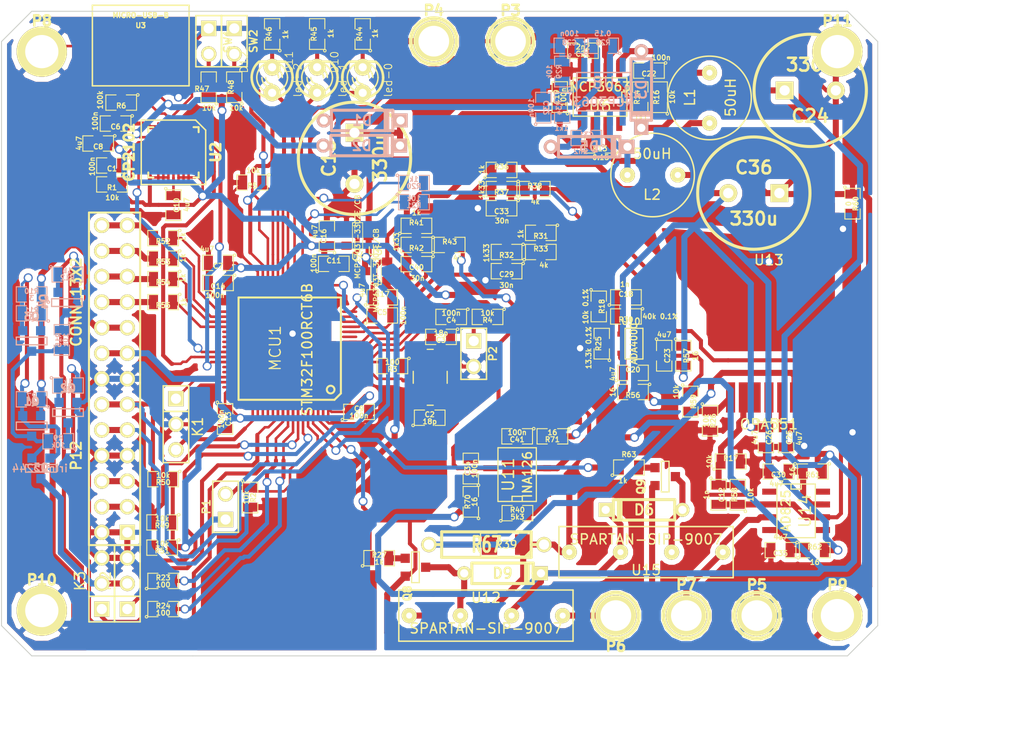
<source format=kicad_pcb>
(kicad_pcb (version 4) (host pcbnew 4.0.2-stable)
  (layers (0 F.Cu signal) (31 B.Cu signal hide) (34 B.Paste user) (35 F.Paste user) (36 B.SilkS user) (37 F.SilkS user) (38 B.Mask user) (39 F.Mask user) (44 Edge.Cuts user))
  (net 0 "")
  (net 1 /+)
  (net 2 /AVdd)
  (net 3 /Eaux-in)
  (net 4 /Eref)
  (net 5 /Eref-in)
  (net 6 /Iref)
  (net 7 /Iref-in)
  (net 8 /Vbus)
  (net 9 /Vin)
  (net 10 /aux-1)
  (net 11 /aux-en)
  (net 12 /aux-pre)
  (net 13 /btn-1)
  (net 14 /btn-2)
  (net 15 /dac-high)
  (net 16 /dac-low)
  (net 17 /eaux-volt)
  (net 18 /eref-volt)
  (net 19 /f+)
  (net 20 /f-)
  (net 21 /gate)
  (net 22 /gpio0)
  (net 23 /gpio1)
  (net 24 /gpio2)
  (net 25 /gpio3)
  (net 26 /i2c1-scl)
  (net 27 /i2c1-sda)
  (net 28 /led-0)
  (net 29 /led-1)
  (net 30 /led-2)
  (net 31 /rxd)
  (net 32 /servo-1-pwm)
  (net 33 /servo-2-pwm)
  (net 34 /servo-en-400mA)
  (net 35 /servo-en-60mA)
  (net 36 /servo-vcc)
  (net 37 /short-1)
  (net 38 /short-en)
  (net 39 /src)
  (net 40 /suspend)
  (net 41 /swd-clk)
  (net 42 /swd-io)
  (net 43 /txd)
  (net 44 /usart2-rx)
  (net 45 /usart2-tx)
  (net 46 /v+)
  (net 47 /v-)
  (net 48 GND)
  (net 49 GNDA)
  (net 50 N-00000100)
  (net 51 N-00000101)
  (net 52 N-00000102)
  (net 53 N-00000104)
  (net 54 N-00000105)
  (net 55 N-00000106)
  (net 56 N-00000110)
  (net 57 N-00000111)
  (net 58 N-00000112)
  (net 59 N-00000113)
  (net 60 N-00000114)
  (net 61 N-00000115)
  (net 62 N-00000117)
  (net 63 N-00000118)
  (net 64 N-0000012)
  (net 65 N-00000121)
  (net 66 N-00000123)
  (net 67 N-00000124)
  (net 68 N-00000125)
  (net 69 N-0000022)
  (net 70 N-0000033)
  (net 71 N-0000034)
  (net 72 N-0000036)
  (net 73 N-0000039)
  (net 74 N-0000040)
  (net 75 N-0000041)
  (net 76 N-0000065)
  (net 77 N-0000068)
  (net 78 N-0000071)
  (net 79 N-0000075)
  (net 80 N-0000078)
  (net 81 N-0000080)
  (net 82 N-0000084)
  (net 83 N-0000085)
  (net 84 N-0000086)
  (net 85 N-0000088)
  (net 86 N-0000090)
  (net 87 N-0000091)
  (net 88 N-0000092)
  (net 89 N-0000093)
  (net 90 N-0000094)
  (net 91 N-0000095)
  (net 92 N-0000096)
  (net 93 N-0000097)
  (net 94 N-0000098)
  (net 95 N-0000099)
  (net 96 VDD)
  (module SM0805 (layer F.Cu) (at 179.65 109.55 180)
    (fp_text reference C33 (at 0 -0.3175 180) (layer F.SilkS) (effects (font (size 0.50038 0.50038) (thickness 0.10922))))
    (fp_text value 30n (at -0.05 -1.25 180) (layer F.SilkS) (effects (font (size 0.50038 0.50038) (thickness 0.10922))))
    (pad 1 smd rect (at -0.9525 0 180) (size 0.889 1.397) (layers F.Cu F.Paste F.Mask) (net 5 /Eref-in))
    (pad 2 smd rect (at 0.9525 0 180) (size 0.889 1.397) (layers F.Cu F.Paste F.Mask) (net 49 GNDA))
  )
  (module SM0805 (layer F.Cu) (at 179.65 107.65 180)
    (fp_text reference R37 (at 0 -0.3175 180) (layer F.SilkS) (effects (font (size 0.50038 0.50038) (thickness 0.10922))))
    (fp_text value 1k33 (at 1.95 -0.05 270) (layer F.SilkS) (effects (font (size 0.50038 0.50038) (thickness 0.10922))))
    (pad 1 smd rect (at -0.9525 0 180) (size 0.889 1.397) (layers F.Cu F.Paste F.Mask) (net 5 /Eref-in))
    (pad 2 smd rect (at 0.9525 0 180) (size 0.889 1.397) (layers F.Cu F.Paste F.Mask) (net 49 GNDA))
  )
  (module SM0805 (layer F.Cu) (at 182.95 107.65)
    (fp_text reference R38 (at 0 -0.3175) (layer F.SilkS) (effects (font (size 0.50038 0.50038) (thickness 0.10922))))
    (fp_text value 4k (at 0.05 1.25) (layer F.SilkS) (effects (font (size 0.50038 0.50038) (thickness 0.10922))))
    (pad 1 smd rect (at -0.9525 0) (size 0.889 1.397) (layers F.Cu F.Paste F.Mask) (net 5 /Eref-in))
    (pad 2 smd rect (at 0.9525 0) (size 0.889 1.397) (layers F.Cu F.Paste F.Mask) (net 18 /eref-volt))
  )
  (module SM0805 (layer F.Cu) (at 179.65 105.75)
    (fp_text reference R36 (at 0 -0.3175) (layer F.SilkS) (effects (font (size 0.50038 0.50038) (thickness 0.10922))))
    (fp_text value 1k (at -1.95 -0.05 90) (layer F.SilkS) (effects (font (size 0.50038 0.50038) (thickness 0.10922))))
    (pad 1 smd rect (at -0.9525 0) (size 0.889 1.397) (layers F.Cu F.Paste F.Mask) (net 2 /AVdd))
    (pad 2 smd rect (at 0.9525 0) (size 0.889 1.397) (layers F.Cu F.Paste F.Mask) (net 5 /Eref-in))
  )
  (module 1pin (layer F.Cu) (at 213 150)
    (fp_text reference P9 (at 0 -3.048) (layer F.SilkS) (effects (font (size 1.016 1.016) (thickness 0.254))))
    (fp_text value m3-hole hide)
    (pad 1 thru_hole circle (at 0 0) (size 5 5) (drill 3.3) (layers *.Cu *.Mask F.SilkS) (net 48 GND))
  )
  (module 1pin (layer F.Cu) (at 134 149.5)
    (fp_text reference P10 (at 0 -3.048) (layer F.SilkS) (effects (font (size 1.016 1.016) (thickness 0.254))))
    (fp_text value m3-hole hide)
    (pad 1 thru_hole circle (at 0 0) (size 5 5) (drill 3.3) (layers *.Cu *.Mask F.SilkS) (net 48 GND))
  )
  (module 1pin (layer F.Cu) (at 213 94)
    (fp_text reference P11 (at 0 -3.048) (layer F.SilkS) (effects (font (size 1.016 1.016) (thickness 0.254))))
    (fp_text value m3-hole hide)
    (pad 1 thru_hole circle (at 0 0) (size 5 5) (drill 3.3) (layers *.Cu *.Mask F.SilkS) (net 48 GND))
  )
  (module 1pin (layer F.Cu) (at 134 94)
    (fp_text reference P8 (at 0 -3.048) (layer F.SilkS) (effects (font (size 1.016 1.016) (thickness 0.254))))
    (fp_text value m3-hole hide)
    (pad 1 thru_hole circle (at 0 0) (size 5 5) (drill 3.3) (layers *.Cu *.Mask F.SilkS) (net 48 GND))
  )
  (module SM0805 (layer F.Cu) (at 165.862 92.2528 90)
    (fp_text reference R44 (at 0 -0.3175 90) (layer F.SilkS) (effects (font (size 0.50038 0.50038) (thickness 0.10922))))
    (fp_text value 1k (at 0.0528 1.238 90) (layer F.SilkS) (effects (font (size 0.50038 0.50038) (thickness 0.10922))))
    (pad 1 smd rect (at -0.9525 0 90) (size 0.889 1.397) (layers F.Cu F.Paste F.Mask) (net 73 N-0000039))
    (pad 2 smd rect (at 0.9525 0 90) (size 0.889 1.397) (layers F.Cu F.Paste F.Mask) (net 48 GND))
  )
  (module SM0805 (layer F.Cu) (at 161.3408 92.2528 90)
    (fp_text reference R45 (at 0 -0.3175 90) (layer F.SilkS) (effects (font (size 0.50038 0.50038) (thickness 0.10922))))
    (fp_text value 1k (at 0.0528 1.3592 90) (layer F.SilkS) (effects (font (size 0.50038 0.50038) (thickness 0.10922))))
    (pad 1 smd rect (at -0.9525 0 90) (size 0.889 1.397) (layers F.Cu F.Paste F.Mask) (net 74 N-0000040))
    (pad 2 smd rect (at 0.9525 0 90) (size 0.889 1.397) (layers F.Cu F.Paste F.Mask) (net 48 GND))
  )
  (module SM0805 (layer F.Cu) (at 156.8704 92.2528 90)
    (fp_text reference R46 (at 0 -0.3175 90) (layer F.SilkS) (effects (font (size 0.50038 0.50038) (thickness 0.10922))))
    (fp_text value 1k (at -0.0472 1.3296 90) (layer F.SilkS) (effects (font (size 0.50038 0.50038) (thickness 0.10922))))
    (pad 1 smd rect (at -0.9525 0 90) (size 0.889 1.397) (layers F.Cu F.Paste F.Mask) (net 75 N-0000041))
    (pad 2 smd rect (at 0.9525 0 90) (size 0.889 1.397) (layers F.Cu F.Paste F.Mask) (net 48 GND))
  )
  (module SM0805 (layer F.Cu) (at 150.5712 97.536 90)
    (fp_text reference R47 (at -0.164 -0.6712 180) (layer F.SilkS) (effects (font (size 0.50038 0.50038) (thickness 0.10922))))
    (fp_text value 10k (at -2.064 0.0288 180) (layer F.SilkS) (effects (font (size 0.50038 0.50038) (thickness 0.10922))))
    (pad 1 smd rect (at -0.9525 0 90) (size 0.889 1.397) (layers F.Cu F.Paste F.Mask) (net 96 VDD))
    (pad 2 smd rect (at 0.9525 0 90) (size 0.889 1.397) (layers F.Cu F.Paste F.Mask) (net 13 /btn-1))
  )
  (module SM0805 (layer F.Cu) (at 153.1112 97.536 90)
    (fp_text reference R48 (at 0 -0.3175 90) (layer F.SilkS) (effects (font (size 0.50038 0.50038) (thickness 0.10922))))
    (fp_text value 10k (at -2.064 0.1888 180) (layer F.SilkS) (effects (font (size 0.50038 0.50038) (thickness 0.10922))))
    (pad 1 smd rect (at -0.9525 0 90) (size 0.889 1.397) (layers F.Cu F.Paste F.Mask) (net 96 VDD))
    (pad 2 smd rect (at 0.9525 0 90) (size 0.889 1.397) (layers F.Cu F.Paste F.Mask) (net 14 /btn-2))
  )
  (module PIN_ARRAY_2X1 (layer F.Cu) (at 150.5712 92.964 270)
    (fp_text reference SW1 (at 0 -1.905 270) (layer F.SilkS) (effects (font (size 0.762 0.762) (thickness 0.1524))))
    (fp_text value btn-1 hide)
    (pad 1 thru_hole rect (at -1.27 0 270) (size 1.524 1.524) (drill 1.016) (layers *.Cu *.Mask F.SilkS) (net 48 GND))
    (pad 2 thru_hole circle (at 1.27 0 270) (size 1.524 1.524) (drill 1.016) (layers *.Cu *.Mask F.SilkS) (net 13 /btn-1))
  )
  (module PIN_ARRAY_2X1 (layer F.Cu) (at 153.1112 92.964 270)
    (fp_text reference SW2 (at 0 -1.905 270) (layer F.SilkS) (effects (font (size 0.762 0.762) (thickness 0.1524))))
    (fp_text value btn-2 hide)
    (pad 1 thru_hole rect (at -1.27 0 270) (size 1.524 1.524) (drill 1.016) (layers *.Cu *.Mask F.SilkS) (net 48 GND))
    (pad 2 thru_hole circle (at 1.27 0 270) (size 1.524 1.524) (drill 1.016) (layers *.Cu *.Mask F.SilkS) (net 14 /btn-2))
  )
  (module LED-3MM (layer F.Cu) (at 165.862 96.8248 90)
    (fp_text reference D10 (at 1.778 -2.794 90) (layer F.SilkS) (effects (font (size 0.762 0.762) (thickness 0.0889))))
    (fp_text value led-0 (at 0 2.54 90) (layer F.SilkS) (effects (font (size 0.762 0.762) (thickness 0.0889))))
    (pad 1 thru_hole circle (at -1.27 0 90) (size 1.6764 1.6764) (drill 0.8128) (layers *.Cu *.Mask F.SilkS) (net 28 /led-0))
    (pad 2 thru_hole circle (at 1.27 0 90) (size 1.6764 1.6764) (drill 0.8128) (layers *.Cu *.Mask F.SilkS) (net 73 N-0000039))
  )
  (module LED-3MM (layer F.Cu) (at 161.3408 96.8248 90)
    (fp_text reference D11 (at 1.778 -2.794 90) (layer F.SilkS) (effects (font (size 0.762 0.762) (thickness 0.0889))))
    (fp_text value led-1 (at 0 2.54 90) (layer F.SilkS) (effects (font (size 0.762 0.762) (thickness 0.0889))))
    (pad 1 thru_hole circle (at -1.27 0 90) (size 1.6764 1.6764) (drill 0.8128) (layers *.Cu *.Mask F.SilkS) (net 29 /led-1))
    (pad 2 thru_hole circle (at 1.27 0 90) (size 1.6764 1.6764) (drill 0.8128) (layers *.Cu *.Mask F.SilkS) (net 74 N-0000040))
  )
  (module LED-3MM (layer F.Cu) (at 156.8704 96.8248 90)
    (fp_text reference D12 (at 1.778 -2.794 90) (layer F.SilkS) (effects (font (size 0.762 0.762) (thickness 0.0889))))
    (fp_text value led-2 (at 0 2.54 90) (layer F.SilkS) (effects (font (size 0.762 0.762) (thickness 0.0889))))
    (pad 1 thru_hole circle (at -1.27 0 90) (size 1.6764 1.6764) (drill 0.8128) (layers *.Cu *.Mask F.SilkS) (net 30 /led-2))
    (pad 2 thru_hole circle (at 1.27 0 90) (size 1.6764 1.6764) (drill 0.8128) (layers *.Cu *.Mask F.SilkS) (net 75 N-0000041))
  )
  (module TQFP_64 (layer F.Cu) (at 158.6982 123.575 90)
    (fp_text reference MCU1 (at 0.127 -1.524 90) (layer F.SilkS) (effects (font (size 1.09982 1.09982) (thickness 0.127))))
    (fp_text value STM32F100RCT6B (at 0 1.651 90) (layer F.SilkS) (effects (font (size 1.00076 1.00076) (thickness 0.1524))))
    (pad 1 smd rect (at -3.74904 5.86994 90) (size 0.24892 1.524) (layers F.Cu F.Paste F.Mask) (net 96 VDD))
    (pad 2 smd oval (at -3.24866 5.86994 90) (size 0.24892 1.524) (layers F.Cu F.Paste F.Mask))
    (pad 3 smd oval (at -2.74828 5.86994 90) (size 0.24892 1.524) (layers F.Cu F.Paste F.Mask))
    (pad 4 smd oval (at -2.2479 5.86994 90) (size 0.24892 1.524) (layers F.Cu F.Paste F.Mask))
    (pad 5 smd oval (at -1.74752 5.86994 90) (size 0.24892 1.524) (layers F.Cu F.Paste F.Mask) (net 52 N-00000102))
    (pad 6 smd oval (at -1.24968 5.86994 90) (size 0.24892 1.524) (layers F.Cu F.Paste F.Mask) (net 50 N-00000100))
    (pad 7 smd oval (at -0.7493 5.86994 90) (size 0.24892 1.524) (layers F.Cu F.Paste F.Mask) (net 53 N-00000104))
    (pad 8 smd oval (at -0.24892 5.86994 90) (size 0.24892 1.524) (layers F.Cu F.Paste F.Mask) (net 3 /Eaux-in))
    (pad 9 smd oval (at 0.25146 5.86994 90) (size 0.24892 1.524) (layers F.Cu F.Paste F.Mask) (net 5 /Eref-in))
    (pad 10 smd oval (at 0.75184 5.86994 90) (size 0.24892 1.524) (layers F.Cu F.Paste F.Mask) (net 7 /Iref-in))
    (pad 11 smd oval (at 1.25222 5.86994 90) (size 0.24892 1.524) (layers F.Cu F.Paste F.Mask))
    (pad 12 smd oval (at 1.75006 5.86994 90) (size 0.24892 1.524) (layers F.Cu F.Paste F.Mask) (net 49 GNDA))
    (pad 13 smd oval (at 2.25044 5.86994 90) (size 0.24892 1.524) (layers F.Cu F.Paste F.Mask) (net 2 /AVdd))
    (pad 14 smd oval (at 2.75082 5.86994 90) (size 0.24892 1.524) (layers F.Cu F.Paste F.Mask))
    (pad 15 smd oval (at 3.2512 5.86994 90) (size 0.24892 1.524) (layers F.Cu F.Paste F.Mask))
    (pad 16 smd oval (at 3.75158 5.86994 90) (size 0.24892 1.524) (layers F.Cu F.Paste F.Mask) (net 45 /usart2-tx))
    (pad 17 smd oval (at 6.0325 3.74904 90) (size 1.524 0.24892) (layers F.Cu F.Paste F.Mask) (net 44 /usart2-rx))
    (pad 18 smd oval (at 6.0325 3.24866 90) (size 1.524 0.24892) (layers F.Cu F.Paste F.Mask) (net 48 GND))
    (pad 19 smd oval (at 6.0325 2.74828 90) (size 1.524 0.24892) (layers F.Cu F.Paste F.Mask) (net 96 VDD))
    (pad 20 smd oval (at 6.0325 2.2479 90) (size 1.524 0.24892) (layers F.Cu F.Paste F.Mask) (net 16 /dac-low))
    (pad 21 smd oval (at 6.0325 1.74752 90) (size 1.524 0.24892) (layers F.Cu F.Paste F.Mask) (net 15 /dac-high))
    (pad 22 smd oval (at 6.0325 1.24968 90) (size 1.524 0.24892) (layers F.Cu F.Paste F.Mask))
    (pad 23 smd oval (at 6.0325 0.7493 90) (size 1.524 0.24892) (layers F.Cu F.Paste F.Mask))
    (pad 24 smd oval (at 6.0325 0.24892 90) (size 1.524 0.24892) (layers F.Cu F.Paste F.Mask))
    (pad 25 smd oval (at 6.0325 -0.25146 90) (size 1.524 0.24892) (layers F.Cu F.Paste F.Mask) (net 28 /led-0))
    (pad 26 smd oval (at 6.0325 -0.75184 90) (size 1.524 0.24892) (layers F.Cu F.Paste F.Mask) (net 29 /led-1))
    (pad 27 smd oval (at 6.0325 -1.25222 90) (size 1.524 0.24892) (layers F.Cu F.Paste F.Mask) (net 30 /led-2))
    (pad 28 smd oval (at 6.0325 -1.75006 90) (size 1.524 0.24892) (layers F.Cu F.Paste F.Mask) (net 69 N-0000022))
    (pad 29 smd oval (at 6.0325 -2.25044 90) (size 1.524 0.24892) (layers F.Cu F.Paste F.Mask) (net 14 /btn-2))
    (pad 30 smd oval (at 6.0325 -2.75082 90) (size 1.524 0.24892) (layers F.Cu F.Paste F.Mask) (net 13 /btn-1))
    (pad 31 smd oval (at 6.0325 -3.2512 90) (size 1.524 0.24892) (layers F.Cu F.Paste F.Mask) (net 48 GND))
    (pad 32 smd oval (at 6.0325 -3.75158 90) (size 1.524 0.24892) (layers F.Cu F.Paste F.Mask) (net 96 VDD))
    (pad 33 smd oval (at 3.75158 -6.0325 90) (size 0.24892 1.524) (layers F.Cu F.Paste F.Mask) (net 84 N-0000086))
    (pad 34 smd oval (at 3.2512 -6.0325 90) (size 0.24892 1.524) (layers F.Cu F.Paste F.Mask) (net 83 N-0000085))
    (pad 35 smd oval (at 2.75082 -6.0325 90) (size 0.24892 1.524) (layers F.Cu F.Paste F.Mask) (net 82 N-0000084))
    (pad 36 smd oval (at 2.25044 -6.0325 90) (size 0.24892 1.524) (layers F.Cu F.Paste F.Mask) (net 81 N-0000080))
    (pad 37 smd oval (at 1.75006 -6.0325 90) (size 0.24892 1.524) (layers F.Cu F.Paste F.Mask))
    (pad 38 smd oval (at 1.25222 -6.0325 90) (size 0.24892 1.524) (layers F.Cu F.Paste F.Mask))
    (pad 39 smd oval (at 0.75184 -6.0325 90) (size 0.24892 1.524) (layers F.Cu F.Paste F.Mask))
    (pad 40 smd oval (at 0.25146 -6.0325 90) (size 0.24892 1.524) (layers F.Cu F.Paste F.Mask))
    (pad 41 smd oval (at -0.24892 -6.0325 90) (size 0.24892 1.524) (layers F.Cu F.Paste F.Mask) (net 40 /suspend))
    (pad 42 smd oval (at -0.7493 -6.0325 90) (size 0.24892 1.524) (layers F.Cu F.Paste F.Mask) (net 31 /rxd))
    (pad 43 smd oval (at -1.24968 -6.0325 90) (size 0.24892 1.524) (layers F.Cu F.Paste F.Mask) (net 43 /txd))
    (pad 44 smd oval (at -1.74752 -6.0325 90) (size 0.24892 1.524) (layers F.Cu F.Paste F.Mask))
    (pad 45 smd oval (at -2.2479 -6.0325 90) (size 0.24892 1.524) (layers F.Cu F.Paste F.Mask))
    (pad 46 smd oval (at -2.74828 -6.0325 90) (size 0.24892 1.524) (layers F.Cu F.Paste F.Mask) (net 42 /swd-io))
    (pad 47 smd oval (at -3.24866 -6.0325 90) (size 0.24892 1.524) (layers F.Cu F.Paste F.Mask) (net 48 GND))
    (pad 48 smd oval (at -3.74904 -6.0325 90) (size 0.24892 1.524) (layers F.Cu F.Paste F.Mask) (net 96 VDD))
    (pad 49 smd oval (at -5.86994 -3.75158 90) (size 1.524 0.24892) (layers F.Cu F.Paste F.Mask) (net 41 /swd-clk))
    (pad 50 smd oval (at -5.86994 -3.2512 90) (size 1.524 0.24892) (layers F.Cu F.Paste F.Mask))
    (pad 52 smd oval (at -5.86994 -2.25044 90) (size 1.524 0.24892) (layers F.Cu F.Paste F.Mask))
    (pad 51 smd oval (at -5.88772 -2.75082 90) (size 1.524 0.24892) (layers F.Cu F.Paste F.Mask))
    (pad 53 smd oval (at -5.86994 -1.75006 90) (size 1.524 0.24892) (layers F.Cu F.Paste F.Mask))
    (pad 54 smd oval (at -5.86994 -1.25222 90) (size 1.524 0.24892) (layers F.Cu F.Paste F.Mask) (net 35 /servo-en-60mA))
    (pad 55 smd oval (at -5.86994 -0.75184 90) (size 1.524 0.24892) (layers F.Cu F.Paste F.Mask) (net 34 /servo-en-400mA))
    (pad 56 smd oval (at -5.86994 -0.25146 90) (size 1.524 0.24892) (layers F.Cu F.Paste F.Mask) (net 32 /servo-1-pwm))
    (pad 57 smd oval (at -5.86994 0.24892 90) (size 1.524 0.24892) (layers F.Cu F.Paste F.Mask) (net 33 /servo-2-pwm))
    (pad 58 smd oval (at -5.86994 0.7493 90) (size 1.524 0.24892) (layers F.Cu F.Paste F.Mask) (net 26 /i2c1-scl))
    (pad 59 smd oval (at -5.86994 1.24206 90) (size 1.524 0.24892) (layers F.Cu F.Paste F.Mask) (net 27 /i2c1-sda))
    (pad 60 smd oval (at -5.86994 1.74244 90) (size 1.524 0.24892) (layers F.Cu F.Paste F.Mask) (net 72 N-0000036))
    (pad 61 smd oval (at -5.86994 2.24282 90) (size 1.524 0.24892) (layers F.Cu F.Paste F.Mask) (net 38 /short-en))
    (pad 62 smd oval (at -5.86994 2.7432 90) (size 1.524 0.24892) (layers F.Cu F.Paste F.Mask) (net 11 /aux-en))
    (pad 63 smd oval (at -5.86994 3.24104 90) (size 1.524 0.24892) (layers F.Cu F.Paste F.Mask) (net 48 GND))
    (pad 64 smd oval (at -5.86994 3.74142 90) (size 1.524 0.24892) (layers F.Cu F.Paste F.Mask) (net 96 VDD))
  )
  (module SOT23GDS (layer B.Cu) (at 133.9088 135.382 180)
    (fp_text reference Q5 (at 0 0.1 180) (layer B.SilkS) (effects (font (size 0.762 0.762) (thickness 0.12954)) (justify mirror)))
    (fp_text value irlml2244 (at 0.1 0 180) (layer B.SilkS) (effects (font (size 0.762 0.762) (thickness 0.12954)) (justify mirror)))
    (pad S smd rect (at -0.889 1.016 180) (size 0.9144 0.9144) (layers B.Cu B.Paste B.Mask) (net 39 /src))
    (pad G smd rect (at 0.889 1.016 180) (size 0.9144 0.9144) (layers B.Cu B.Paste B.Mask) (net 21 /gate))
    (pad D smd rect (at 0 -1.016 180) (size 0.9144 0.9144) (layers B.Cu B.Paste B.Mask) (net 36 /servo-vcc))
  )
  (module SOT23EBC (layer F.Cu) (at 171.1 145.2 90)
    (fp_text reference Q8 (at -2.6 -0.8 90) (layer F.SilkS) (effects (font (size 0.762 0.762) (thickness 0.2032))))
    (fp_text value bc847 hide)
    (pad 1 smd rect (at -0.889 -1.016 90) (size 0.9144 0.9144) (layers F.Cu F.Paste F.Mask) (net 48 GND))
    (pad 2 smd rect (at 0.889 -1.016 90) (size 0.9144 0.9144) (layers F.Cu F.Paste F.Mask) (net 70 N-0000033))
    (pad 3 smd rect (at 0 1.016 90) (size 0.9144 0.9144) (layers F.Cu F.Paste F.Mask) (net 10 /aux-1))
  )
  (module SOT23EBC (layer B.Cu) (at 136.4996 118.9228 180)
    (fp_text reference Q4 (at 2.3 0.1 450) (layer B.SilkS) (effects (font (size 0.762 0.762) (thickness 0.2032)) (justify mirror)))
    (fp_text value bc847 hide)
    (pad 1 smd rect (at -0.889 1.016 180) (size 0.9144 0.9144) (layers B.Cu B.Paste B.Mask) (net 48 GND))
    (pad 2 smd rect (at 0.889 1.016 180) (size 0.9144 0.9144) (layers B.Cu B.Paste B.Mask) (net 58 N-00000112))
    (pad 3 smd rect (at 0 -1.016 180) (size 0.9144 0.9144) (layers B.Cu B.Paste B.Mask) (net 54 N-00000105))
  )
  (module SOT23EBC (layer B.Cu) (at 132.9944 122.7328 180)
    (fp_text reference Q3 (at 0 2.413 180) (layer B.SilkS) (effects (font (size 0.762 0.762) (thickness 0.2032)) (justify mirror)))
    (fp_text value bc857 hide)
    (pad 1 smd rect (at -0.889 1.016 180) (size 0.9144 0.9144) (layers B.Cu B.Paste B.Mask) (net 9 /Vin))
    (pad 2 smd rect (at 0.889 1.016 180) (size 0.9144 0.9144) (layers B.Cu B.Paste B.Mask) (net 39 /src))
    (pad 3 smd rect (at 0 -1.016 180) (size 0.9144 0.9144) (layers B.Cu B.Paste B.Mask) (net 21 /gate))
  )
  (module SOT23EBC (layer B.Cu) (at 136.6012 129.8448 180)
    (fp_text reference Q2 (at 0 2.413 180) (layer B.SilkS) (effects (font (size 0.762 0.762) (thickness 0.2032)) (justify mirror)))
    (fp_text value bc847 hide)
    (pad 1 smd rect (at -0.889 1.016 180) (size 0.9144 0.9144) (layers B.Cu B.Paste B.Mask) (net 48 GND))
    (pad 2 smd rect (at 0.889 1.016 180) (size 0.9144 0.9144) (layers B.Cu B.Paste B.Mask) (net 60 N-00000114))
    (pad 3 smd rect (at 0 -1.016 180) (size 0.9144 0.9144) (layers B.Cu B.Paste B.Mask) (net 59 N-00000113))
  )
  (module SOT23EBC (layer B.Cu) (at 132.9944 131.1656 180)
    (fp_text reference Q1 (at 0 2.413 180) (layer B.SilkS) (effects (font (size 0.762 0.762) (thickness 0.2032)) (justify mirror)))
    (fp_text value bc857 hide)
    (pad 1 smd rect (at -0.889 1.016 180) (size 0.9144 0.9144) (layers B.Cu B.Paste B.Mask) (net 9 /Vin))
    (pad 2 smd rect (at 0.889 1.016 180) (size 0.9144 0.9144) (layers B.Cu B.Paste B.Mask) (net 39 /src))
    (pad 3 smd rect (at 0 -1.016 180) (size 0.9144 0.9144) (layers B.Cu B.Paste B.Mask) (net 21 /gate))
  )
  (module SOT23 (layer F.Cu) (at 167.2 115.8 90)
    (fp_text reference U5 (at 1.99898 -0.09906 180) (layer F.SilkS) (effects (font (size 0.762 0.762) (thickness 0.11938))))
    (fp_text value MCP1703T-3302E/CB (at 0.0635 0 90) (layer F.SilkS) (effects (font (size 0.50038 0.50038) (thickness 0.09906))))
    (pad 3 smd rect (at 0 -1.09982 90) (size 0.8001 1.00076) (layers F.Cu F.Paste F.Mask) (net 9 /Vin))
    (pad 2 smd rect (at 0.9525 1.09982 90) (size 0.8001 1.00076) (layers F.Cu F.Paste F.Mask) (net 2 /AVdd))
    (pad 1 smd rect (at -0.9525 1.09982 90) (size 0.8001 1.00076) (layers F.Cu F.Paste F.Mask) (net 49 GNDA))
  )
  (module SOT23 (layer F.Cu) (at 165.354 112.3188 270)
    (fp_text reference U4 (at 1.99898 -0.09906 360) (layer F.SilkS) (effects (font (size 0.762 0.762) (thickness 0.11938))))
    (fp_text value MCP1703T-3302E/CB (at 0.0635 0 270) (layer F.SilkS) (effects (font (size 0.50038 0.50038) (thickness 0.09906))))
    (pad 3 smd rect (at 0 -1.09982 270) (size 0.8001 1.00076) (layers F.Cu F.Paste F.Mask) (net 9 /Vin))
    (pad 2 smd rect (at 0.9525 1.09982 270) (size 0.8001 1.00076) (layers F.Cu F.Paste F.Mask) (net 96 VDD))
    (pad 1 smd rect (at -0.9525 1.09982 270) (size 0.8001 1.00076) (layers F.Cu F.Paste F.Mask) (net 48 GND))
  )
  (module SO8E (layer F.Cu) (at 189.43 98.5112 180)
    (fp_text reference U6 (at 0 -0.889 180) (layer F.SilkS) (effects (font (size 1.143 1.143) (thickness 0.1524))))
    (fp_text value NCP3063 (at 0 1.016 180) (layer F.SilkS) (effects (font (size 0.889 0.889) (thickness 0.1524))))
    (pad 8 smd rect (at -1.905 -2.667 180) (size 0.59944 1.39954) (layers F.Cu F.Paste F.Mask))
    (pad 1 smd rect (at -1.905 2.667 180) (size 0.59944 1.39954) (layers F.Cu F.Paste F.Mask) (net 67 N-00000124))
    (pad 7 smd rect (at -0.635 -2.667 180) (size 0.59944 1.39954) (layers F.Cu F.Paste F.Mask) (net 63 N-00000118))
    (pad 6 smd rect (at 0.635 -2.667 180) (size 0.59944 1.39954) (layers F.Cu F.Paste F.Mask) (net 9 /Vin))
    (pad 5 smd rect (at 1.905 -2.667 180) (size 0.59944 1.39954) (layers F.Cu F.Paste F.Mask) (net 68 N-00000125))
    (pad 2 smd rect (at -0.635 2.667 180) (size 0.59944 1.39954) (layers F.Cu F.Paste F.Mask) (net 48 GND))
    (pad 3 smd rect (at 0.635 2.667 180) (size 0.59944 1.39954) (layers F.Cu F.Paste F.Mask) (net 62 N-00000117))
    (pad 4 smd rect (at 1.905 2.667 180) (size 0.59944 1.39954) (layers F.Cu F.Paste F.Mask) (net 48 GND))
  )
  (module SO8E (layer F.Cu) (at 181.2 136 90)
    (fp_text reference U11 (at 0 -0.889 90) (layer F.SilkS) (effects (font (size 1.143 1.143) (thickness 0.1524))))
    (fp_text value INA126 (at 0 1.016 90) (layer F.SilkS) (effects (font (size 0.889 0.889) (thickness 0.1524))))
    (pad 8 smd rect (at -1.905 -2.667 90) (size 0.59944 1.39954) (layers F.Cu F.Paste F.Mask) (net 93 N-0000097))
    (pad 1 smd rect (at -1.905 2.667 90) (size 0.59944 1.39954) (layers F.Cu F.Paste F.Mask) (net 92 N-0000096))
    (pad 7 smd rect (at -0.635 -2.667 90) (size 0.59944 1.39954) (layers F.Cu F.Paste F.Mask) (net 94 N-0000098))
    (pad 6 smd rect (at 0.635 -2.667 90) (size 0.59944 1.39954) (layers F.Cu F.Paste F.Mask) (net 6 /Iref))
    (pad 5 smd rect (at 1.905 -2.667 90) (size 0.59944 1.39954) (layers F.Cu F.Paste F.Mask) (net 49 GNDA))
    (pad 2 smd rect (at -0.635 2.667 90) (size 0.59944 1.39954) (layers F.Cu F.Paste F.Mask) (net 12 /aux-pre))
    (pad 3 smd rect (at 0.635 2.667 90) (size 0.59944 1.39954) (layers F.Cu F.Paste F.Mask) (net 17 /eaux-volt))
    (pad 4 smd rect (at 1.905 2.667 90) (size 0.59944 1.39954) (layers F.Cu F.Paste F.Mask) (net 95 N-0000099))
  )
  (module SO8E (layer B.Cu) (at 189.7722 97.9814 180)
    (fp_text reference U8 (at 0 0.889 180) (layer B.SilkS) (effects (font (size 1.143 1.143) (thickness 0.1524)) (justify mirror)))
    (fp_text value NCP3063 (at 0 -1.016 180) (layer B.SilkS) (effects (font (size 0.889 0.889) (thickness 0.1524)) (justify mirror)))
    (pad 8 smd rect (at -1.905 2.667 180) (size 0.59944 1.39954) (layers B.Cu B.Paste B.Mask))
    (pad 1 smd rect (at -1.905 -2.667 180) (size 0.59944 1.39954) (layers B.Cu B.Paste B.Mask) (net 65 N-00000121))
    (pad 7 smd rect (at -0.635 2.667 180) (size 0.59944 1.39954) (layers B.Cu B.Paste B.Mask) (net 65 N-00000121))
    (pad 6 smd rect (at 0.635 2.667 180) (size 0.59944 1.39954) (layers B.Cu B.Paste B.Mask) (net 9 /Vin))
    (pad 5 smd rect (at 1.905 2.667 180) (size 0.59944 1.39954) (layers B.Cu B.Paste B.Mask) (net 55 N-00000106))
    (pad 2 smd rect (at -0.635 -2.667 180) (size 0.59944 1.39954) (layers B.Cu B.Paste B.Mask) (net 61 N-00000115))
    (pad 3 smd rect (at 0.635 -2.667 180) (size 0.59944 1.39954) (layers B.Cu B.Paste B.Mask) (net 66 N-00000123))
    (pad 4 smd rect (at 1.905 -2.667 180) (size 0.59944 1.39954) (layers B.Cu B.Paste B.Mask) (net 47 /v-))
  )
  (module SM0805 (layer F.Cu) (at 180.15 113.9 180)
    (fp_text reference R32 (at 0 -0.3175 180) (layer F.SilkS) (effects (font (size 0.50038 0.50038) (thickness 0.10922))))
    (fp_text value 1k33 (at 2 -0.1 270) (layer F.SilkS) (effects (font (size 0.50038 0.50038) (thickness 0.10922))))
    (pad 1 smd rect (at -0.9525 0 180) (size 0.889 1.397) (layers F.Cu F.Paste F.Mask) (net 3 /Eaux-in))
    (pad 2 smd rect (at 0.9525 0 180) (size 0.889 1.397) (layers F.Cu F.Paste F.Mask) (net 49 GNDA))
  )
  (module SM0805 (layer F.Cu) (at 180.15 115.8 180)
    (fp_text reference C29 (at 0 -0.3175 180) (layer F.SilkS) (effects (font (size 0.50038 0.50038) (thickness 0.10922))))
    (fp_text value 30n (at 0 -1.4 180) (layer F.SilkS) (effects (font (size 0.50038 0.50038) (thickness 0.10922))))
    (pad 1 smd rect (at -0.9525 0 180) (size 0.889 1.397) (layers F.Cu F.Paste F.Mask) (net 3 /Eaux-in))
    (pad 2 smd rect (at 0.9525 0 180) (size 0.889 1.397) (layers F.Cu F.Paste F.Mask) (net 49 GNDA))
  )
  (module SM0805 (layer F.Cu) (at 171.2 115.1 180)
    (fp_text reference C40 (at 0 -0.3175 180) (layer F.SilkS) (effects (font (size 0.50038 0.50038) (thickness 0.10922))))
    (fp_text value 30n (at -0.1 -1.4 180) (layer F.SilkS) (effects (font (size 0.50038 0.50038) (thickness 0.10922))))
    (pad 1 smd rect (at -0.9525 0 180) (size 0.889 1.397) (layers F.Cu F.Paste F.Mask) (net 7 /Iref-in))
    (pad 2 smd rect (at 0.9525 0 180) (size 0.889 1.397) (layers F.Cu F.Paste F.Mask) (net 49 GNDA))
  )
  (module SM0805 (layer F.Cu) (at 207.15 135.7 180)
    (fp_text reference C30 (at 0 -0.3175 180) (layer F.SilkS) (effects (font (size 0.50038 0.50038) (thickness 0.10922))))
    (fp_text value 4u7 (at 0.2 -1.2 180) (layer F.SilkS) (effects (font (size 0.50038 0.50038) (thickness 0.10922))))
    (pad 1 smd rect (at -0.9525 0 180) (size 0.889 1.397) (layers F.Cu F.Paste F.Mask) (net 85 N-0000088))
    (pad 2 smd rect (at 0.9525 0 180) (size 0.889 1.397) (layers F.Cu F.Paste F.Mask) (net 49 GNDA))
  )
  (module SM0805 (layer F.Cu) (at 192 120.3 180)
    (fp_text reference R30 (at 0 -0.3175 180) (layer F.SilkS) (effects (font (size 0.50038 0.50038) (thickness 0.10922))))
    (fp_text value "40k 0.1%" (at -3.4 0 180) (layer F.SilkS) (effects (font (size 0.50038 0.50038) (thickness 0.10922))))
    (pad 1 smd rect (at -0.9525 0 180) (size 0.889 1.397) (layers F.Cu F.Paste F.Mask) (net 80 N-0000078))
    (pad 2 smd rect (at 0.9525 0 180) (size 0.889 1.397) (layers F.Cu F.Paste F.Mask) (net 86 N-0000090))
  )
  (module SM0805 (layer B.Cu) (at 132.9944 128.524 180)
    (fp_text reference R7 (at 0 0.3175 180) (layer B.SilkS) (effects (font (size 0.50038 0.50038) (thickness 0.10922)) (justify mirror)))
    (fp_text value 10 (at 0 -0.381 180) (layer B.SilkS) (effects (font (size 0.50038 0.50038) (thickness 0.10922)) (justify mirror)))
    (pad 1 smd rect (at -0.9525 0 180) (size 0.889 1.397) (layers B.Cu B.Paste B.Mask) (net 9 /Vin))
    (pad 2 smd rect (at 0.9525 0 180) (size 0.889 1.397) (layers B.Cu B.Paste B.Mask) (net 39 /src))
  )
  (module SM0805 (layer F.Cu) (at 176.6 135.4 90)
    (fp_text reference C34 (at 0 -0.3175 90) (layer F.SilkS) (effects (font (size 0.50038 0.50038) (thickness 0.10922))))
    (fp_text value 100n (at 0 0.381 90) (layer F.SilkS) (effects (font (size 0.50038 0.50038) (thickness 0.10922))))
    (pad 1 smd rect (at -0.9525 0 90) (size 0.889 1.397) (layers F.Cu F.Paste F.Mask) (net 94 N-0000098))
    (pad 2 smd rect (at 0.9525 0 90) (size 0.889 1.397) (layers F.Cu F.Paste F.Mask) (net 49 GNDA))
  )
  (module SM0805 (layer F.Cu) (at 181.2 132.2 180)
    (fp_text reference C41 (at 0 -0.3175 180) (layer F.SilkS) (effects (font (size 0.50038 0.50038) (thickness 0.10922))))
    (fp_text value 100n (at 0 0.381 180) (layer F.SilkS) (effects (font (size 0.50038 0.50038) (thickness 0.10922))))
    (pad 1 smd rect (at -0.9525 0 180) (size 0.889 1.397) (layers F.Cu F.Paste F.Mask) (net 95 N-0000099))
    (pad 2 smd rect (at 0.9525 0 180) (size 0.889 1.397) (layers F.Cu F.Paste F.Mask) (net 49 GNDA))
  )
  (module SM0805 (layer F.Cu) (at 171.2 113.2 180)
    (fp_text reference R42 (at 0 -0.3175 180) (layer F.SilkS) (effects (font (size 0.50038 0.50038) (thickness 0.10922))))
    (fp_text value 1k33 (at 2 0.3 270) (layer F.SilkS) (effects (font (size 0.50038 0.50038) (thickness 0.10922))))
    (pad 1 smd rect (at -0.9525 0 180) (size 0.889 1.397) (layers F.Cu F.Paste F.Mask) (net 7 /Iref-in))
    (pad 2 smd rect (at 0.9525 0 180) (size 0.889 1.397) (layers F.Cu F.Paste F.Mask) (net 49 GNDA))
  )
  (module SM0805 (layer B.Cu) (at 183.7966 99.5694 90)
    (fp_text reference C32 (at 0 0.3175 90) (layer B.SilkS) (effects (font (size 0.50038 0.50038) (thickness 0.10922)) (justify mirror)))
    (fp_text value 100n (at -0.0306 -1.1966 90) (layer B.SilkS) (effects (font (size 0.50038 0.50038) (thickness 0.10922)) (justify mirror)))
    (pad 1 smd rect (at -0.9525 0 90) (size 0.889 1.397) (layers B.Cu B.Paste B.Mask) (net 47 /v-))
    (pad 2 smd rect (at 0.9525 0 90) (size 0.889 1.397) (layers B.Cu B.Paste B.Mask) (net 48 GND))
  )
  (module SM0805 (layer B.Cu) (at 185.6722 95.9814 270)
    (fp_text reference R29 (at 0 0.3175 270) (layer B.SilkS) (effects (font (size 0.50038 0.50038) (thickness 0.10922)) (justify mirror)))
    (fp_text value 10k (at 0.0186 1.2722 270) (layer B.SilkS) (effects (font (size 0.50038 0.50038) (thickness 0.10922)) (justify mirror)))
    (pad 1 smd rect (at -0.9525 0 270) (size 0.889 1.397) (layers B.Cu B.Paste B.Mask) (net 48 GND))
    (pad 2 smd rect (at 0.9525 0 270) (size 0.889 1.397) (layers B.Cu B.Paste B.Mask) (net 55 N-00000106))
  )
  (module SM0805 (layer B.Cu) (at 185.6722 99.5814 270)
    (fp_text reference R34 (at 0 0.3175 270) (layer B.SilkS) (effects (font (size 0.50038 0.50038) (thickness 0.10922)) (justify mirror)))
    (fp_text value 1k1 (at 2.0186 0.0722 360) (layer B.SilkS) (effects (font (size 0.50038 0.50038) (thickness 0.10922)) (justify mirror)))
    (pad 1 smd rect (at -0.9525 0 270) (size 0.889 1.397) (layers B.Cu B.Paste B.Mask) (net 55 N-00000106))
    (pad 2 smd rect (at 0.9525 0 270) (size 0.889 1.397) (layers B.Cu B.Paste B.Mask) (net 47 /v-))
  )
  (module SM0805 (layer B.Cu) (at 188.0722 102.5814 180)
    (fp_text reference C31 (at 0 0.3175 180) (layer B.SilkS) (effects (font (size 0.50038 0.50038) (thickness 0.10922)) (justify mirror)))
    (fp_text value 2n2 (at 0.5722 -1.3186 180) (layer B.SilkS) (effects (font (size 0.50038 0.50038) (thickness 0.10922)) (justify mirror)))
    (pad 1 smd rect (at -0.9525 0 180) (size 0.889 1.397) (layers B.Cu B.Paste B.Mask) (net 66 N-00000123))
    (pad 2 smd rect (at 0.9525 0 180) (size 0.889 1.397) (layers B.Cu B.Paste B.Mask) (net 47 /v-))
  )
  (module SM0805 (layer B.Cu) (at 186.3874 93.4226 180)
    (fp_text reference C28 (at 0 0.3175 180) (layer B.SilkS) (effects (font (size 0.50038 0.50038) (thickness 0.10922)) (justify mirror)))
    (fp_text value 100n (at -0.0126 1.2226 180) (layer B.SilkS) (effects (font (size 0.50038 0.50038) (thickness 0.10922)) (justify mirror)))
    (pad 1 smd rect (at -0.9525 0 180) (size 0.889 1.397) (layers B.Cu B.Paste B.Mask) (net 9 /Vin))
    (pad 2 smd rect (at 0.9525 0 180) (size 0.889 1.397) (layers B.Cu B.Paste B.Mask) (net 48 GND))
  )
  (module SM0805 (layer B.Cu) (at 189.7402 93.4226 180)
    (fp_text reference R28 (at 0 0.3175 180) (layer B.SilkS) (effects (font (size 0.50038 0.50038) (thickness 0.10922)) (justify mirror)))
    (fp_text value 0.15 (at 0.0402 1.2226 180) (layer B.SilkS) (effects (font (size 0.50038 0.50038) (thickness 0.10922)) (justify mirror)))
    (pad 1 smd rect (at -0.9525 0 180) (size 0.889 1.397) (layers B.Cu B.Paste B.Mask) (net 65 N-00000121))
    (pad 2 smd rect (at 0.9525 0 180) (size 0.889 1.397) (layers B.Cu B.Paste B.Mask) (net 9 /Vin))
  )
  (module SM0805 (layer F.Cu) (at 154.9 107 180)
    (fp_text reference R5 (at 0 -0.3175 180) (layer F.SilkS) (effects (font (size 0.50038 0.50038) (thickness 0.10922))))
    (fp_text value 10k (at -0.1 1.2 180) (layer F.SilkS) (effects (font (size 0.50038 0.50038) (thickness 0.10922))))
    (pad 1 smd rect (at -0.9525 0 180) (size 0.889 1.397) (layers F.Cu F.Paste F.Mask) (net 69 N-0000022))
    (pad 2 smd rect (at 0.9525 0 180) (size 0.889 1.397) (layers F.Cu F.Paste F.Mask) (net 48 GND))
  )
  (module SM0805 (layer F.Cu) (at 154.686 138.2776 270)
    (fp_text reference R2 (at 0 -0.3175 270) (layer F.SilkS) (effects (font (size 0.50038 0.50038) (thickness 0.10922))))
    (fp_text value 10k (at 0 0.381 270) (layer F.SilkS) (effects (font (size 0.50038 0.50038) (thickness 0.10922))))
    (pad 1 smd rect (at -0.9525 0 270) (size 0.889 1.397) (layers F.Cu F.Paste F.Mask) (net 72 N-0000036))
    (pad 2 smd rect (at 0.9525 0 270) (size 0.889 1.397) (layers F.Cu F.Paste F.Mask) (net 48 GND))
  )
  (module SM0805 (layer F.Cu) (at 205.9 132.3 270)
    (fp_text reference C26 (at 0 -0.3175 270) (layer F.SilkS) (effects (font (size 0.50038 0.50038) (thickness 0.10922))))
    (fp_text value 4u7 (at 0 1.1 270) (layer F.SilkS) (effects (font (size 0.50038 0.50038) (thickness 0.10922))))
    (pad 1 smd rect (at -0.9525 0 270) (size 0.889 1.397) (layers F.Cu F.Paste F.Mask) (net 47 /v-))
    (pad 2 smd rect (at 0.9525 0 270) (size 0.889 1.397) (layers F.Cu F.Paste F.Mask) (net 49 GNDA))
  )
  (module SM0805 (layer F.Cu) (at 207.35 143.5 180)
    (fp_text reference C35 (at 0 -0.3175 180) (layer F.SilkS) (effects (font (size 0.50038 0.50038) (thickness 0.10922))))
    (fp_text value 4u7 (at 0 1.3 180) (layer F.SilkS) (effects (font (size 0.50038 0.50038) (thickness 0.10922))))
    (pad 1 smd rect (at -0.9525 0 180) (size 0.889 1.397) (layers F.Cu F.Paste F.Mask) (net 87 N-0000091))
    (pad 2 smd rect (at 0.9525 0 180) (size 0.889 1.397) (layers F.Cu F.Paste F.Mask) (net 49 GNDA))
  )
  (module SM0805 (layer F.Cu) (at 167.5 144.3)
    (fp_text reference R27 (at 0 -0.3175) (layer F.SilkS) (effects (font (size 0.50038 0.50038) (thickness 0.10922))))
    (fp_text value 1k (at 0 0.381) (layer F.SilkS) (effects (font (size 0.50038 0.50038) (thickness 0.10922))))
    (pad 1 smd rect (at -0.9525 0) (size 0.889 1.397) (layers F.Cu F.Paste F.Mask) (net 11 /aux-en))
    (pad 2 smd rect (at 0.9525 0) (size 0.889 1.397) (layers F.Cu F.Paste F.Mask) (net 70 N-0000033))
  )
  (module SM0805 (layer F.Cu) (at 200.35 130.65 270)
    (fp_text reference R26 (at 0 -0.3175 270) (layer F.SilkS) (effects (font (size 0.50038 0.50038) (thickness 0.10922))))
    (fp_text value 10k (at 0 0.381 270) (layer F.SilkS) (effects (font (size 0.50038 0.50038) (thickness 0.10922))))
    (pad 1 smd rect (at -0.9525 0 270) (size 0.889 1.397) (layers F.Cu F.Paste F.Mask) (net 76 N-0000065))
    (pad 2 smd rect (at 0.9525 0 270) (size 0.889 1.397) (layers F.Cu F.Paste F.Mask) (net 49 GNDA))
  )
  (module SM0805 (layer B.Cu) (at 132.9944 118.11 180)
    (fp_text reference R10 (at 0 0.3175 180) (layer B.SilkS) (effects (font (size 0.50038 0.50038) (thickness 0.10922)) (justify mirror)))
    (fp_text value 3 (at 0 -0.381 180) (layer B.SilkS) (effects (font (size 0.50038 0.50038) (thickness 0.10922)) (justify mirror)))
    (pad 1 smd rect (at -0.9525 0 180) (size 0.889 1.397) (layers B.Cu B.Paste B.Mask) (net 9 /Vin))
    (pad 2 smd rect (at 0.9525 0 180) (size 0.889 1.397) (layers B.Cu B.Paste B.Mask) (net 39 /src))
  )
  (module SM0805 (layer F.Cu) (at 146.05 149.352)
    (fp_text reference R24 (at 0 -0.3175) (layer F.SilkS) (effects (font (size 0.50038 0.50038) (thickness 0.10922))))
    (fp_text value 100 (at 0 0.381) (layer F.SilkS) (effects (font (size 0.50038 0.50038) (thickness 0.10922))))
    (pad 1 smd rect (at -0.9525 0) (size 0.889 1.397) (layers F.Cu F.Paste F.Mask) (net 56 N-00000110))
    (pad 2 smd rect (at 0.9525 0) (size 0.889 1.397) (layers F.Cu F.Paste F.Mask) (net 33 /servo-2-pwm))
  )
  (module SM0805 (layer F.Cu) (at 146.05 146.558)
    (fp_text reference R23 (at 0 -0.3175) (layer F.SilkS) (effects (font (size 0.50038 0.50038) (thickness 0.10922))))
    (fp_text value 100 (at 0 0.381) (layer F.SilkS) (effects (font (size 0.50038 0.50038) (thickness 0.10922))))
    (pad 1 smd rect (at -0.9525 0) (size 0.889 1.397) (layers F.Cu F.Paste F.Mask) (net 57 N-00000111))
    (pad 2 smd rect (at 0.9525 0) (size 0.889 1.397) (layers F.Cu F.Paste F.Mask) (net 32 /servo-1-pwm))
  )
  (module SM0805 (layer B.Cu) (at 136.6012 127.1524)
    (fp_text reference R8 (at 0 0.3175) (layer B.SilkS) (effects (font (size 0.50038 0.50038) (thickness 0.10922)) (justify mirror)))
    (fp_text value 1k (at 0 -0.381) (layer B.SilkS) (effects (font (size 0.50038 0.50038) (thickness 0.10922)) (justify mirror)))
    (pad 1 smd rect (at -0.9525 0) (size 0.889 1.397) (layers B.Cu B.Paste B.Mask) (net 60 N-00000114))
    (pad 2 smd rect (at 0.9525 0) (size 0.889 1.397) (layers B.Cu B.Paste B.Mask) (net 35 /servo-en-60mA))
  )
  (module SM0805 (layer B.Cu) (at 135.636 132.6896 180)
    (fp_text reference R9 (at 0 0.3175 180) (layer B.SilkS) (effects (font (size 0.50038 0.50038) (thickness 0.10922)) (justify mirror)))
    (fp_text value 10k (at 0 -0.381 180) (layer B.SilkS) (effects (font (size 0.50038 0.50038) (thickness 0.10922)) (justify mirror)))
    (pad 1 smd rect (at -0.9525 0 180) (size 0.889 1.397) (layers B.Cu B.Paste B.Mask) (net 59 N-00000113))
    (pad 2 smd rect (at 0.9525 0 180) (size 0.889 1.397) (layers B.Cu B.Paste B.Mask) (net 21 /gate))
  )
  (module SM0805 (layer F.Cu) (at 195.3536 98.528 90)
    (fp_text reference R16 (at 0 -0.3175 90) (layer F.SilkS) (effects (font (size 0.50038 0.50038) (thickness 0.10922))))
    (fp_text value 10k (at 0.028 1.2464 90) (layer F.SilkS) (effects (font (size 0.50038 0.50038) (thickness 0.10922))))
    (pad 1 smd rect (at -0.9525 0 90) (size 0.889 1.397) (layers F.Cu F.Paste F.Mask) (net 68 N-00000125))
    (pad 2 smd rect (at 0.9525 0 90) (size 0.889 1.397) (layers F.Cu F.Paste F.Mask) (net 46 /v+))
  )
  (module SM0805 (layer B.Cu) (at 136.5504 116.1288)
    (fp_text reference R12 (at 0 0.3175) (layer B.SilkS) (effects (font (size 0.50038 0.50038) (thickness 0.10922)) (justify mirror)))
    (fp_text value 1k (at 0 -0.381) (layer B.SilkS) (effects (font (size 0.50038 0.50038) (thickness 0.10922)) (justify mirror)))
    (pad 1 smd rect (at -0.9525 0) (size 0.889 1.397) (layers B.Cu B.Paste B.Mask) (net 58 N-00000112))
    (pad 2 smd rect (at 0.9525 0) (size 0.889 1.397) (layers B.Cu B.Paste B.Mask) (net 34 /servo-en-400mA))
  )
  (module SM0805 (layer B.Cu) (at 135.9916 122.6312 270)
    (fp_text reference R15 (at 0 0.3175 270) (layer B.SilkS) (effects (font (size 0.50038 0.50038) (thickness 0.10922)) (justify mirror)))
    (fp_text value 10k (at 0 -0.381 270) (layer B.SilkS) (effects (font (size 0.50038 0.50038) (thickness 0.10922)) (justify mirror)))
    (pad 1 smd rect (at -0.9525 0 270) (size 0.889 1.397) (layers B.Cu B.Paste B.Mask) (net 54 N-00000105))
    (pad 2 smd rect (at 0.9525 0 270) (size 0.889 1.397) (layers B.Cu B.Paste B.Mask) (net 21 /gate))
  )
  (module SM0805 (layer B.Cu) (at 132.9944 119.9896 180)
    (fp_text reference R11 (at 0 0.3175 180) (layer B.SilkS) (effects (font (size 0.50038 0.50038) (thickness 0.10922)) (justify mirror)))
    (fp_text value 3 (at 0 -0.381 180) (layer B.SilkS) (effects (font (size 0.50038 0.50038) (thickness 0.10922)) (justify mirror)))
    (pad 1 smd rect (at -0.9525 0 180) (size 0.889 1.397) (layers B.Cu B.Paste B.Mask) (net 9 /Vin))
    (pad 2 smd rect (at 0.9525 0 180) (size 0.889 1.397) (layers B.Cu B.Paste B.Mask) (net 39 /src))
  )
  (module SM0805 (layer F.Cu) (at 151.4982 116.975 180)
    (fp_text reference C14 (at 0 -0.3175 180) (layer F.SilkS) (effects (font (size 0.50038 0.50038) (thickness 0.10922))))
    (fp_text value 100n (at 0.2982 -1.225 180) (layer F.SilkS) (effects (font (size 0.50038 0.50038) (thickness 0.10922))))
    (pad 1 smd rect (at -0.9525 0 180) (size 0.889 1.397) (layers F.Cu F.Paste F.Mask) (net 96 VDD))
    (pad 2 smd rect (at 0.9525 0 180) (size 0.889 1.397) (layers F.Cu F.Paste F.Mask) (net 48 GND))
  )
  (module SM0805 (layer F.Cu) (at 167.8 118.4)
    (fp_text reference C17 (at 0 -0.3175) (layer F.SilkS) (effects (font (size 0.50038 0.50038) (thickness 0.10922))))
    (fp_text value 4u7 (at -2 -0.7 90) (layer F.SilkS) (effects (font (size 0.50038 0.50038) (thickness 0.10922))))
    (pad 1 smd rect (at -0.9525 0) (size 0.889 1.397) (layers F.Cu F.Paste F.Mask) (net 2 /AVdd))
    (pad 2 smd rect (at 0.9525 0) (size 0.889 1.397) (layers F.Cu F.Paste F.Mask) (net 49 GNDA))
  )
  (module SM0805 (layer F.Cu) (at 181.225 139.825)
    (fp_text reference R40 (at 0 -0.3175) (layer F.SilkS) (effects (font (size 0.50038 0.50038) (thickness 0.10922))))
    (fp_text value 5k3 (at 0 0.381) (layer F.SilkS) (effects (font (size 0.50038 0.50038) (thickness 0.10922))))
    (pad 1 smd rect (at -0.9525 0) (size 0.889 1.397) (layers F.Cu F.Paste F.Mask) (net 93 N-0000097))
    (pad 2 smd rect (at 0.9525 0) (size 0.889 1.397) (layers F.Cu F.Paste F.Mask) (net 92 N-0000096))
  )
  (module SM0805 (layer F.Cu) (at 162.306 112.3188 90)
    (fp_text reference C16 (at 0 -0.3175 90) (layer F.SilkS) (effects (font (size 0.50038 0.50038) (thickness 0.10922))))
    (fp_text value 4u7 (at 0.4188 -1.206 90) (layer F.SilkS) (effects (font (size 0.50038 0.50038) (thickness 0.10922))))
    (pad 1 smd rect (at -0.9525 0 90) (size 0.889 1.397) (layers F.Cu F.Paste F.Mask) (net 96 VDD))
    (pad 2 smd rect (at 0.9525 0 90) (size 0.889 1.397) (layers F.Cu F.Paste F.Mask) (net 48 GND))
  )
  (module SM0805 (layer F.Cu) (at 168.8084 125.222 180)
    (fp_text reference R3 (at 0 -0.3175 180) (layer F.SilkS) (effects (font (size 0.50038 0.50038) (thickness 0.10922))))
    (fp_text value 100 (at 0 0.381 180) (layer F.SilkS) (effects (font (size 0.50038 0.50038) (thickness 0.10922))))
    (pad 1 smd rect (at -0.9525 0 180) (size 0.889 1.397) (layers F.Cu F.Paste F.Mask) (net 51 N-00000101))
    (pad 2 smd rect (at 0.9525 0 180) (size 0.889 1.397) (layers F.Cu F.Paste F.Mask) (net 50 N-00000100))
  )
  (module SM0805 (layer F.Cu) (at 172.5168 130.3528)
    (fp_text reference C2 (at 0 -0.3175) (layer F.SilkS) (effects (font (size 0.50038 0.50038) (thickness 0.10922))))
    (fp_text value 18p (at 0 0.381) (layer F.SilkS) (effects (font (size 0.50038 0.50038) (thickness 0.10922))))
    (pad 1 smd rect (at -0.9525 0) (size 0.889 1.397) (layers F.Cu F.Paste F.Mask) (net 48 GND))
    (pad 2 smd rect (at 0.9525 0) (size 0.889 1.397) (layers F.Cu F.Paste F.Mask) (net 52 N-00000102))
  )
  (module SM0805 (layer F.Cu) (at 173.6344 122.3264 180)
    (fp_text reference C3 (at 0 -0.3175 180) (layer F.SilkS) (effects (font (size 0.50038 0.50038) (thickness 0.10922))))
    (fp_text value 18p (at 0 0.381 180) (layer F.SilkS) (effects (font (size 0.50038 0.50038) (thickness 0.10922))))
    (pad 1 smd rect (at -0.9525 0 180) (size 0.889 1.397) (layers F.Cu F.Paste F.Mask) (net 48 GND))
    (pad 2 smd rect (at 0.9525 0 180) (size 0.889 1.397) (layers F.Cu F.Paste F.Mask) (net 51 N-00000101))
  )
  (module SM0805 (layer F.Cu) (at 178.2572 120.3452 180)
    (fp_text reference R4 (at 0 -0.3175 180) (layer F.SilkS) (effects (font (size 0.50038 0.50038) (thickness 0.10922))))
    (fp_text value 10k (at 0 0.381 180) (layer F.SilkS) (effects (font (size 0.50038 0.50038) (thickness 0.10922))))
    (pad 1 smd rect (at -0.9525 0 180) (size 0.889 1.397) (layers F.Cu F.Paste F.Mask) (net 96 VDD))
    (pad 2 smd rect (at 0.9525 0 180) (size 0.889 1.397) (layers F.Cu F.Paste F.Mask) (net 53 N-00000104))
  )
  (module SM0805 (layer F.Cu) (at 174.6504 120.3452 180)
    (fp_text reference C4 (at 0 -0.3175 180) (layer F.SilkS) (effects (font (size 0.50038 0.50038) (thickness 0.10922))))
    (fp_text value 100n (at 0 0.381 180) (layer F.SilkS) (effects (font (size 0.50038 0.50038) (thickness 0.10922))))
    (pad 1 smd rect (at -0.9525 0 180) (size 0.889 1.397) (layers F.Cu F.Paste F.Mask) (net 53 N-00000104))
    (pad 2 smd rect (at 0.9525 0 180) (size 0.889 1.397) (layers F.Cu F.Paste F.Mask) (net 48 GND))
  )
  (module SM0805 (layer F.Cu) (at 151.4982 114.975 180)
    (fp_text reference C7 (at 0 -0.3175 180) (layer F.SilkS) (effects (font (size 0.50038 0.50038) (thickness 0.10922))))
    (fp_text value 4u7 (at 1.0982 1.375 180) (layer F.SilkS) (effects (font (size 0.50038 0.50038) (thickness 0.10922))))
    (pad 1 smd rect (at -0.9525 0 180) (size 0.889 1.397) (layers F.Cu F.Paste F.Mask) (net 96 VDD))
    (pad 2 smd rect (at 0.9525 0 180) (size 0.889 1.397) (layers F.Cu F.Paste F.Mask) (net 48 GND))
  )
  (module SM0805 (layer F.Cu) (at 192.7 125.9)
    (fp_text reference C20 (at 0 -0.3175) (layer F.SilkS) (effects (font (size 0.50038 0.50038) (thickness 0.10922))))
    (fp_text value 4u7 (at -2 0.1 90) (layer F.SilkS) (effects (font (size 0.50038 0.50038) (thickness 0.10922))))
    (pad 1 smd rect (at -0.9525 0) (size 0.889 1.397) (layers F.Cu F.Paste F.Mask) (net 19 /f+))
    (pad 2 smd rect (at 0.9525 0) (size 0.889 1.397) (layers F.Cu F.Paste F.Mask) (net 49 GNDA))
  )
  (module SM0805 (layer F.Cu) (at 152.1982 130.475 270)
    (fp_text reference C13 (at 0 -0.3175 270) (layer F.SilkS) (effects (font (size 0.50038 0.50038) (thickness 0.10922))))
    (fp_text value 100n (at 0 0.381 270) (layer F.SilkS) (effects (font (size 0.50038 0.50038) (thickness 0.10922))))
    (pad 1 smd rect (at -0.9525 0 270) (size 0.889 1.397) (layers F.Cu F.Paste F.Mask) (net 96 VDD))
    (pad 2 smd rect (at 0.9525 0 270) (size 0.889 1.397) (layers F.Cu F.Paste F.Mask) (net 48 GND))
  )
  (module SM0805 (layer F.Cu) (at 162.9982 115.075)
    (fp_text reference C11 (at 0 -0.3175) (layer F.SilkS) (effects (font (size 0.50038 0.50038) (thickness 0.10922))))
    (fp_text value 100n (at -1.9982 -0.075 90) (layer F.SilkS) (effects (font (size 0.50038 0.50038) (thickness 0.10922))))
    (pad 1 smd rect (at -0.9525 0) (size 0.889 1.397) (layers F.Cu F.Paste F.Mask) (net 96 VDD))
    (pad 2 smd rect (at 0.9525 0) (size 0.889 1.397) (layers F.Cu F.Paste F.Mask) (net 48 GND))
  )
  (module SM0805 (layer F.Cu) (at 165.4982 129.775)
    (fp_text reference C9 (at 0 -0.3175) (layer F.SilkS) (effects (font (size 0.50038 0.50038) (thickness 0.10922))))
    (fp_text value 100n (at 0 0.381) (layer F.SilkS) (effects (font (size 0.50038 0.50038) (thickness 0.10922))))
    (pad 1 smd rect (at -0.9525 0) (size 0.889 1.397) (layers F.Cu F.Paste F.Mask) (net 96 VDD))
    (pad 2 smd rect (at 0.9525 0) (size 0.889 1.397) (layers F.Cu F.Paste F.Mask) (net 48 GND))
  )
  (module SM0805 (layer F.Cu) (at 167.8 120.2)
    (fp_text reference C5 (at 0 -0.3175) (layer F.SilkS) (effects (font (size 0.50038 0.50038) (thickness 0.10922))))
    (fp_text value 100n (at 2.1 0 90) (layer F.SilkS) (effects (font (size 0.50038 0.50038) (thickness 0.10922))))
    (pad 1 smd rect (at -0.9525 0) (size 0.889 1.397) (layers F.Cu F.Paste F.Mask) (net 2 /AVdd))
    (pad 2 smd rect (at 0.9525 0) (size 0.889 1.397) (layers F.Cu F.Paste F.Mask) (net 49 GNDA))
  )
  (module SM0805 (layer F.Cu) (at 139.5984 103.124 180)
    (fp_text reference C8 (at 0 -0.3175 180) (layer F.SilkS) (effects (font (size 0.50038 0.50038) (thickness 0.10922))))
    (fp_text value 4u7 (at 1.8984 0.024 270) (layer F.SilkS) (effects (font (size 0.50038 0.50038) (thickness 0.10922))))
    (pad 1 smd rect (at -0.9525 0 180) (size 0.889 1.397) (layers F.Cu F.Paste F.Mask) (net 96 VDD))
    (pad 2 smd rect (at 0.9525 0 180) (size 0.889 1.397) (layers F.Cu F.Paste F.Mask) (net 48 GND))
  )
  (module SM0805 (layer F.Cu) (at 141.8844 99.06 180)
    (fp_text reference R6 (at 0 -0.3175 180) (layer F.SilkS) (effects (font (size 0.50038 0.50038) (thickness 0.10922))))
    (fp_text value 100k (at 2.0844 0.26 270) (layer F.SilkS) (effects (font (size 0.50038 0.50038) (thickness 0.10922))))
    (pad 1 smd rect (at -0.9525 0 180) (size 0.889 1.397) (layers F.Cu F.Paste F.Mask) (net 91 N-0000095))
    (pad 2 smd rect (at 0.9525 0 180) (size 0.889 1.397) (layers F.Cu F.Paste F.Mask) (net 48 GND))
  )
  (module SM0805 (layer F.Cu) (at 141.3256 101.1428 180)
    (fp_text reference C6 (at 0 -0.3175 180) (layer F.SilkS) (effects (font (size 0.50038 0.50038) (thickness 0.10922))))
    (fp_text value 100n (at 2.0256 0.2428 270) (layer F.SilkS) (effects (font (size 0.50038 0.50038) (thickness 0.10922))))
    (pad 1 smd rect (at -0.9525 0 180) (size 0.889 1.397) (layers F.Cu F.Paste F.Mask) (net 96 VDD))
    (pad 2 smd rect (at 0.9525 0 180) (size 0.889 1.397) (layers F.Cu F.Paste F.Mask) (net 48 GND))
  )
  (module SM0805 (layer F.Cu) (at 140.97 105.3084 180)
    (fp_text reference C1 (at 0 -0.3175 180) (layer F.SilkS) (effects (font (size 0.50038 0.50038) (thickness 0.10922))))
    (fp_text value 100n (at 1.97 -0.0916 270) (layer F.SilkS) (effects (font (size 0.50038 0.50038) (thickness 0.10922))))
    (pad 1 smd rect (at -0.9525 0 180) (size 0.889 1.397) (layers F.Cu F.Paste F.Mask) (net 88 N-0000092))
    (pad 2 smd rect (at 0.9525 0 180) (size 0.889 1.397) (layers F.Cu F.Paste F.Mask) (net 48 GND))
  )
  (module SM0805 (layer F.Cu) (at 140.97 107.188 180)
    (fp_text reference R1 (at 0 -0.3175 180) (layer F.SilkS) (effects (font (size 0.50038 0.50038) (thickness 0.10922))))
    (fp_text value 10k (at -0.03 -1.312 180) (layer F.SilkS) (effects (font (size 0.50038 0.50038) (thickness 0.10922))))
    (pad 1 smd rect (at -0.9525 0 180) (size 0.889 1.397) (layers F.Cu F.Paste F.Mask) (net 96 VDD))
    (pad 2 smd rect (at 0.9525 0 180) (size 0.889 1.397) (layers F.Cu F.Paste F.Mask) (net 88 N-0000092))
  )
  (module SM0805 (layer F.Cu) (at 193.4232 98.528 90)
    (fp_text reference R14 (at 0 -0.3175 90) (layer F.SilkS) (effects (font (size 0.50038 0.50038) (thickness 0.10922))))
    (fp_text value 1k1 (at -1.972 0.0768 180) (layer F.SilkS) (effects (font (size 0.50038 0.50038) (thickness 0.10922))))
    (pad 1 smd rect (at -0.9525 0 90) (size 0.889 1.397) (layers F.Cu F.Paste F.Mask) (net 68 N-00000125))
    (pad 2 smd rect (at 0.9525 0 90) (size 0.889 1.397) (layers F.Cu F.Paste F.Mask) (net 48 GND))
  )
  (module SM0805 (layer F.Cu) (at 194.2868 95.8864 180)
    (fp_text reference C22 (at 0 -0.3175 180) (layer F.SilkS) (effects (font (size 0.50038 0.50038) (thickness 0.10922))))
    (fp_text value 100n (at -1.2132 1.2864 180) (layer F.SilkS) (effects (font (size 0.50038 0.50038) (thickness 0.10922))))
    (pad 1 smd rect (at -0.9525 0 180) (size 0.889 1.397) (layers F.Cu F.Paste F.Mask) (net 46 /v+))
    (pad 2 smd rect (at 0.9525 0 180) (size 0.889 1.397) (layers F.Cu F.Paste F.Mask) (net 48 GND))
  )
  (module SM0805 (layer F.Cu) (at 195.8 124.2 270)
    (fp_text reference C23 (at 0 -0.3175 270) (layer F.SilkS) (effects (font (size 0.50038 0.50038) (thickness 0.10922))))
    (fp_text value 4u7 (at -2.1 0 360) (layer F.SilkS) (effects (font (size 0.50038 0.50038) (thickness 0.10922))))
    (pad 1 smd rect (at -0.9525 0 270) (size 0.889 1.397) (layers F.Cu F.Paste F.Mask) (net 20 /f-))
    (pad 2 smd rect (at 0.9525 0 270) (size 0.889 1.397) (layers F.Cu F.Paste F.Mask) (net 49 GNDA))
  )
  (module SM0805 (layer F.Cu) (at 187.73 93.9112 180)
    (fp_text reference C21 (at 0 -0.3175 180) (layer F.SilkS) (effects (font (size 0.50038 0.50038) (thickness 0.10922))))
    (fp_text value 2n2 (at 0 0.381 180) (layer F.SilkS) (effects (font (size 0.50038 0.50038) (thickness 0.10922))))
    (pad 1 smd rect (at -0.9525 0 180) (size 0.889 1.397) (layers F.Cu F.Paste F.Mask) (net 62 N-00000117))
    (pad 2 smd rect (at 0.9525 0 180) (size 0.889 1.397) (layers F.Cu F.Paste F.Mask) (net 48 GND))
  )
  (module SM0805 (layer F.Cu) (at 185.43 98.5112 90)
    (fp_text reference C19 (at 0 -0.3175 90) (layer F.SilkS) (effects (font (size 0.50038 0.50038) (thickness 0.10922))))
    (fp_text value 100n (at 0 0.381 90) (layer F.SilkS) (effects (font (size 0.50038 0.50038) (thickness 0.10922))))
    (pad 1 smd rect (at -0.9525 0 90) (size 0.889 1.397) (layers F.Cu F.Paste F.Mask) (net 9 /Vin))
    (pad 2 smd rect (at 0.9525 0 90) (size 0.889 1.397) (layers F.Cu F.Paste F.Mask) (net 48 GND))
  )
  (module SM0805 (layer F.Cu) (at 189.43 103.3112 180)
    (fp_text reference R13 (at 0 -0.3175 180) (layer F.SilkS) (effects (font (size 0.50038 0.50038) (thickness 0.10922))))
    (fp_text value 0.15 (at -0.07 -1.1888 180) (layer F.SilkS) (effects (font (size 0.50038 0.50038) (thickness 0.10922))))
    (pad 1 smd rect (at -0.9525 0 180) (size 0.889 1.397) (layers F.Cu F.Paste F.Mask) (net 63 N-00000118))
    (pad 2 smd rect (at 0.9525 0 180) (size 0.889 1.397) (layers F.Cu F.Paste F.Mask) (net 9 /Vin))
  )
  (module SM0805 (layer F.Cu) (at 189.3 119.3 270)
    (fp_text reference R18 (at 0 -0.3175 270) (layer F.SilkS) (effects (font (size 0.50038 0.50038) (thickness 0.10922))))
    (fp_text value "10k 0.1%" (at 0 1.3 270) (layer F.SilkS) (effects (font (size 0.50038 0.50038) (thickness 0.10922))))
    (pad 1 smd rect (at -0.9525 0 270) (size 0.889 1.397) (layers F.Cu F.Paste F.Mask) (net 2 /AVdd))
    (pad 2 smd rect (at 0.9525 0 270) (size 0.889 1.397) (layers F.Cu F.Paste F.Mask) (net 86 N-0000090))
  )
  (module SM0805 (layer F.Cu) (at 202.4 134.7)
    (fp_text reference R17 (at 0 -0.3175) (layer F.SilkS) (effects (font (size 0.50038 0.50038) (thickness 0.10922))))
    (fp_text value 10k (at -2.1 0 90) (layer F.SilkS) (effects (font (size 0.50038 0.50038) (thickness 0.10922))))
    (pad 1 smd rect (at -0.9525 0) (size 0.889 1.397) (layers F.Cu F.Paste F.Mask) (net 78 N-0000071))
    (pad 2 smd rect (at 0.9525 0) (size 0.889 1.397) (layers F.Cu F.Paste F.Mask) (net 49 GNDA))
  )
  (module SM0805 (layer F.Cu) (at 174.5 113.2)
    (fp_text reference R43 (at 0 -0.3175) (layer F.SilkS) (effects (font (size 0.50038 0.50038) (thickness 0.10922))))
    (fp_text value 4k (at 0.8 1.3) (layer F.SilkS) (effects (font (size 0.50038 0.50038) (thickness 0.10922))))
    (pad 1 smd rect (at -0.9525 0) (size 0.889 1.397) (layers F.Cu F.Paste F.Mask) (net 7 /Iref-in))
    (pad 2 smd rect (at 0.9525 0) (size 0.889 1.397) (layers F.Cu F.Paste F.Mask) (net 6 /Iref))
  )
  (module SM0805 (layer F.Cu) (at 171.2 111.3)
    (fp_text reference R41 (at 0 -0.3175) (layer F.SilkS) (effects (font (size 0.50038 0.50038) (thickness 0.10922))))
    (fp_text value 1k (at 0 -1.3) (layer F.SilkS) (effects (font (size 0.50038 0.50038) (thickness 0.10922))))
    (pad 1 smd rect (at -0.9525 0) (size 0.889 1.397) (layers F.Cu F.Paste F.Mask) (net 2 /AVdd))
    (pad 2 smd rect (at 0.9525 0) (size 0.889 1.397) (layers F.Cu F.Paste F.Mask) (net 7 /Iref-in))
  )
  (module SM0805 (layer F.Cu) (at 189.6 123 90)
    (fp_text reference R25 (at 0 -0.3175 90) (layer F.SilkS) (effects (font (size 0.50038 0.50038) (thickness 0.10922))))
    (fp_text value "13.3k 0.1%" (at -0.4 -1.3 90) (layer F.SilkS) (effects (font (size 0.50038 0.50038) (thickness 0.10922))))
    (pad 1 smd rect (at -0.9525 0 90) (size 0.889 1.397) (layers F.Cu F.Paste F.Mask) (net 49 GNDA))
    (pad 2 smd rect (at 0.9525 0 90) (size 0.889 1.397) (layers F.Cu F.Paste F.Mask) (net 86 N-0000090))
  )
  (module SM0805 (layer F.Cu) (at 207.9 132.3 270)
    (fp_text reference C25 (at 0 -0.3175 270) (layer F.SilkS) (effects (font (size 0.50038 0.50038) (thickness 0.10922))))
    (fp_text value 4u7 (at 0.1 -1.3 270) (layer F.SilkS) (effects (font (size 0.50038 0.50038) (thickness 0.10922))))
    (pad 1 smd rect (at -0.9525 0 270) (size 0.889 1.397) (layers F.Cu F.Paste F.Mask) (net 46 /v+))
    (pad 2 smd rect (at 0.9525 0 270) (size 0.889 1.397) (layers F.Cu F.Paste F.Mask) (net 49 GNDA))
  )
  (module SM0805 (layer B.Cu) (at 170.95 107.05)
    (fp_text reference R20 (at 0 0.3175) (layer B.SilkS) (effects (font (size 0.50038 0.50038) (thickness 0.10922)) (justify mirror)))
    (fp_text value 1k (at 0 -0.381) (layer B.SilkS) (effects (font (size 0.50038 0.50038) (thickness 0.10922)) (justify mirror)))
    (pad 1 smd rect (at -0.9525 0) (size 0.889 1.397) (layers B.Cu B.Paste B.Mask) (net 15 /dac-high))
    (pad 2 smd rect (at 0.9525 0) (size 0.889 1.397) (layers B.Cu B.Paste B.Mask) (net 79 N-0000075))
  )
  (module SM0805 (layer B.Cu) (at 170.95 108.95)
    (fp_text reference R21 (at 0 0.3175) (layer B.SilkS) (effects (font (size 0.50038 0.50038) (thickness 0.10922)) (justify mirror)))
    (fp_text value 10k (at 0 -0.381) (layer B.SilkS) (effects (font (size 0.50038 0.50038) (thickness 0.10922)) (justify mirror)))
    (pad 1 smd rect (at -0.9525 0) (size 0.889 1.397) (layers B.Cu B.Paste B.Mask) (net 16 /dac-low))
    (pad 2 smd rect (at 0.9525 0) (size 0.889 1.397) (layers B.Cu B.Paste B.Mask) (net 79 N-0000075))
  )
  (module SM0805 (layer F.Cu) (at 183.55 112 180)
    (fp_text reference R31 (at 0 -0.3175 180) (layer F.SilkS) (effects (font (size 0.50038 0.50038) (thickness 0.10922))))
    (fp_text value 1k (at 2 -0.1 270) (layer F.SilkS) (effects (font (size 0.50038 0.50038) (thickness 0.10922))))
    (pad 1 smd rect (at -0.9525 0 180) (size 0.889 1.397) (layers F.Cu F.Paste F.Mask) (net 2 /AVdd))
    (pad 2 smd rect (at 0.9525 0 180) (size 0.889 1.397) (layers F.Cu F.Paste F.Mask) (net 3 /Eaux-in))
  )
  (module SM0805 (layer F.Cu) (at 183.55 113.9)
    (fp_text reference R33 (at 0 -0.3175) (layer F.SilkS) (effects (font (size 0.50038 0.50038) (thickness 0.10922))))
    (fp_text value 4k (at 0.3 1.3) (layer F.SilkS) (effects (font (size 0.50038 0.50038) (thickness 0.10922))))
    (pad 1 smd rect (at -0.9525 0) (size 0.889 1.397) (layers F.Cu F.Paste F.Mask) (net 3 /Eaux-in))
    (pad 2 smd rect (at 0.9525 0) (size 0.889 1.397) (layers F.Cu F.Paste F.Mask) (net 17 /eaux-volt))
  )
  (module RLB0914 (layer F.Cu) (at 200.3 98.6 90)
    (fp_text reference L1 (at 0.05 -1.95 90) (layer F.SilkS))
    (fp_text value 50uH (at 0.05 2.1 90) (layer F.SilkS))
    (pad 1 thru_hole circle (at -2.5 0 90) (size 1.5 1.5) (drill 0.6) (layers *.Cu *.Mask F.SilkS) (net 63 N-00000118))
    (pad 2 thru_hole circle (at 2.5 0 90) (size 1.5 1.5) (drill 0.6) (layers *.Cu *.Mask F.SilkS) (net 67 N-00000124))
  )
  (module RLB0914 (layer F.Cu) (at 194.65 106.25 180)
    (fp_text reference L2 (at 0.05 -1.95 180) (layer F.SilkS))
    (fp_text value 50uH (at 0.05 2.1 180) (layer F.SilkS))
    (pad 1 thru_hole circle (at -2.5 0 180) (size 1.5 1.5) (drill 0.6) (layers *.Cu *.Mask F.SilkS) (net 48 GND))
    (pad 2 thru_hole circle (at 2.5 0 180) (size 1.5 1.5) (drill 0.6) (layers *.Cu *.Mask F.SilkS) (net 61 N-00000115))
  )
  (module PIN_ARRAY_3X1 (layer F.Cu) (at 142.494 146.812 90)
    (fp_text reference K2 (at 0.254 -2.159 90) (layer F.SilkS) (effects (font (size 1.016 1.016) (thickness 0.1524))))
    (fp_text value servo-1 hide)
    (pad 1 thru_hole rect (at -2.54 0 90) (size 1.524 1.524) (drill 1.016) (layers *.Cu *.Mask F.SilkS) (net 57 N-00000111))
    (pad 2 thru_hole circle (at 0 0 90) (size 1.524 1.524) (drill 1.016) (layers *.Cu *.Mask F.SilkS) (net 36 /servo-vcc))
    (pad 3 thru_hole circle (at 2.54 0 90) (size 1.524 1.524) (drill 1.016) (layers *.Cu *.Mask F.SilkS) (net 48 GND))
  )
  (module PIN_ARRAY_3X1 (layer F.Cu) (at 147.3232 131 270)
    (fp_text reference K1 (at 0.254 -2.159 270) (layer F.SilkS) (effects (font (size 1.016 1.016) (thickness 0.1524))))
    (fp_text value swd hide)
    (pad 1 thru_hole rect (at -2.54 0 270) (size 1.524 1.524) (drill 1.016) (layers *.Cu *.Mask F.SilkS) (net 42 /swd-io))
    (pad 2 thru_hole circle (at 0 0 270) (size 1.524 1.524) (drill 1.016) (layers *.Cu *.Mask F.SilkS) (net 48 GND))
    (pad 3 thru_hole circle (at 2.54 0 270) (size 1.524 1.524) (drill 1.016) (layers *.Cu *.Mask F.SilkS) (net 41 /swd-clk))
  )
  (module PIN_ARRAY_3X1 (layer F.Cu) (at 139.954 146.812 90)
    (fp_text reference K3 (at 0.254 -2.159 90) (layer F.SilkS) (effects (font (size 1.016 1.016) (thickness 0.1524))))
    (fp_text value servo-2 hide)
    (pad 1 thru_hole rect (at -2.54 0 90) (size 1.524 1.524) (drill 1.016) (layers *.Cu *.Mask F.SilkS) (net 56 N-00000110))
    (pad 2 thru_hole circle (at 0 0 90) (size 1.524 1.524) (drill 1.016) (layers *.Cu *.Mask F.SilkS) (net 36 /servo-vcc))
    (pad 3 thru_hole circle (at 2.54 0 90) (size 1.524 1.524) (drill 1.016) (layers *.Cu *.Mask F.SilkS) (net 48 GND))
  )
  (module PIN_ARRAY_2X1 (layer F.Cu) (at 152.2476 139.192 90)
    (fp_text reference P1 (at 0 -1.905 90) (layer F.SilkS) (effects (font (size 0.762 0.762) (thickness 0.1524))))
    (fp_text value boot hide)
    (pad 1 thru_hole rect (at -1.27 0 90) (size 1.524 1.524) (drill 1.016) (layers *.Cu *.Mask F.SilkS) (net 96 VDD))
    (pad 2 thru_hole circle (at 1.27 0 90) (size 1.524 1.524) (drill 1.016) (layers *.Cu *.Mask F.SilkS) (net 72 N-0000036))
  )
  (module PIN_ARRAY_2X1 (layer F.Cu) (at 176.8856 124.0028 270)
    (fp_text reference P2 (at 0 -1.905 270) (layer F.SilkS) (effects (font (size 0.762 0.762) (thickness 0.1524))))
    (fp_text value boot hide)
    (pad 1 thru_hole rect (at -1.27 0 270) (size 1.524 1.524) (drill 1.016) (layers *.Cu *.Mask F.SilkS) (net 53 N-00000104))
    (pad 2 thru_hole circle (at 1.27 0 270) (size 1.524 1.524) (drill 1.016) (layers *.Cu *.Mask F.SilkS) (net 48 GND))
  )
  (module micro-usb-b (layer F.Cu) (at 143.8232 97 180)
    (fp_text reference U3 (at 0 5.6 180) (layer F.SilkS) (effects (font (size 0.5 0.5) (thickness 0.125))))
    (fp_text value MICRO-USB-B (at 0 6.6 180) (layer F.SilkS) (effects (font (size 0.5 0.5) (thickness 0.125))))
    (pad 1 smd rect (at -1.3 0 180) (size 0.4 1.35) (layers F.Cu F.Paste F.Mask) (net 8 /Vbus))
    (pad 2 smd rect (at -0.65 0 180) (size 0.4 1.35) (layers F.Cu F.Paste F.Mask) (net 90 N-0000094))
    (pad 3 smd rect (at 0 0 180) (size 0.4 1.35) (layers F.Cu F.Paste F.Mask) (net 89 N-0000093))
    (pad 4 smd rect (at 0.65 0 180) (size 0.4 1.35) (layers F.Cu F.Paste F.Mask) (net 91 N-0000095))
    (pad 5 smd rect (at 1.3 0 180) (size 0.4 1.35) (layers F.Cu F.Paste F.Mask) (net 48 GND))
    (pad 9 smd rect (at -3.15 0 180) (size 2 1.6) (layers F.Cu F.Paste F.Mask) (net 48 GND))
    (pad 6 smd rect (at 3.15 0 180) (size 2 1.6) (layers F.Cu F.Paste F.Mask) (net 48 GND))
    (pad 8 smd rect (at -3.75 3.55 180) (size 1.9 1.9) (layers F.Cu F.Paste F.Mask) (net 48 GND))
    (pad 7 smd rect (at 3.75 3.55 180) (size 1.9 1.9) (layers F.Cu F.Paste F.Mask) (net 48 GND))
    (pad 8 smd rect (at -1.2 3.55 180) (size 1.9 1.9) (layers F.Cu F.Paste F.Mask) (net 48 GND))
    (pad 7 smd rect (at 1.2 3.55 180) (size 1.9 1.9) (layers F.Cu F.Paste F.Mask) (net 48 GND))
  )
  (module D3 (layer F.Cu) (at 179.75 145.8)
    (fp_text reference D9 (at 0 0) (layer F.SilkS) (effects (font (size 1.016 1.016) (thickness 0.2032))))
    (fp_text value 1N5819 hide)
    (pad 2 thru_hole rect (at 3.81 0) (size 1.397 1.397) (drill 0.8128) (layers *.Cu *.Mask F.SilkS) (net 46 /v+))
    (pad 1 thru_hole circle (at -3.81 0) (size 1.397 1.397) (drill 0.8128) (layers *.Cu *.Mask F.SilkS) (net 10 /aux-1))
  )
  (module D3 (layer B.Cu) (at 188.35 103.45)
    (fp_text reference D5 (at 0 0) (layer B.SilkS) (effects (font (size 1.016 1.016) (thickness 0.2032)) (justify mirror)))
    (fp_text value 1N5819 hide)
    (pad 2 thru_hole rect (at 3.81 0) (size 1.397 1.397) (drill 0.8128) (layers *.Cu *.Mask B.SilkS) (net 61 N-00000115))
    (pad 1 thru_hole circle (at -3.81 0) (size 1.397 1.397) (drill 0.8128) (layers *.Cu *.Mask B.SilkS) (net 47 /v-))
  )
  (module D3 (layer B.Cu) (at 165.8112 100.838)
    (fp_text reference D1 (at 0 0) (layer B.SilkS) (effects (font (size 1.016 1.016) (thickness 0.2032)) (justify mirror)))
    (fp_text value 1N5819 hide)
    (pad 2 thru_hole rect (at 3.81 0) (size 1.397 1.397) (drill 0.8128) (layers *.Cu *.Mask B.SilkS) (net 9 /Vin))
    (pad 1 thru_hole circle (at -3.81 0) (size 1.397 1.397) (drill 0.8128) (layers *.Cu *.Mask B.SilkS) (net 1 /+))
  )
  (module D3 (layer B.Cu) (at 193.5248 97.766 270)
    (fp_text reference D3 (at 0 0 270) (layer B.SilkS) (effects (font (size 1.016 1.016) (thickness 0.2032)) (justify mirror)))
    (fp_text value 1N5819 hide)
    (pad 2 thru_hole rect (at 3.81 0 270) (size 1.397 1.397) (drill 0.8128) (layers *.Cu *.Mask B.SilkS) (net 46 /v+))
    (pad 1 thru_hole circle (at -3.81 0 270) (size 1.397 1.397) (drill 0.8128) (layers *.Cu *.Mask B.SilkS) (net 67 N-00000124))
  )
  (module D3 (layer B.Cu) (at 165.7604 103.3272)
    (fp_text reference D2 (at 0 0) (layer B.SilkS) (effects (font (size 1.016 1.016) (thickness 0.2032)) (justify mirror)))
    (fp_text value 1N5819 hide)
    (pad 2 thru_hole rect (at 3.81 0) (size 1.397 1.397) (drill 0.8128) (layers *.Cu *.Mask B.SilkS) (net 9 /Vin))
    (pad 1 thru_hole circle (at -3.81 0) (size 1.397 1.397) (drill 0.8128) (layers *.Cu *.Mask B.SilkS) (net 8 /Vbus))
  )
  (module CRYSTAL-SMD-5x3 (layer F.Cu) (at 172.5676 126.3396 90)
    (fp_text reference U1 hide)
    (fp_text value CRYSTAL-4PIN hide)
    (pad 1 smd rect (at -1.84912 1.15062 90) (size 1.89992 1.09982) (layers F.Cu F.Paste F.Mask) (net 52 N-00000102))
    (pad 2 smd rect (at 1.84912 1.15062 90) (size 1.89992 1.09982) (layers F.Cu F.Paste F.Mask) (net 48 GND))
    (pad 3 smd rect (at 1.84912 -1.15062 90) (size 1.89992 1.09982) (layers F.Cu F.Paste F.Mask) (net 51 N-00000101))
    (pad 4 smd rect (at -1.84912 -1.15062 90) (size 1.89992 1.09982) (layers F.Cu F.Paste F.Mask) (net 48 GND))
  )
  (module C2V10 (layer F.Cu) (at 210.3 97.85)
    (fp_text reference C24 (at 0 2.54) (layer F.SilkS) (effects (font (size 1.27 1.27) (thickness 0.254))))
    (fp_text value 330u (at 0 -2.54) (layer F.SilkS) (effects (font (size 1.27 1.27) (thickness 0.254))))
    (pad 1 thru_hole rect (at -2.54 0) (size 1.778 1.778) (drill 1.016) (layers *.Cu *.Mask F.SilkS) (net 46 /v+))
    (pad 2 thru_hole circle (at 2.54 0) (size 1.778 1.778) (drill 1.016) (layers *.Cu *.Mask F.SilkS) (net 48 GND))
  )
  (module C2V10 (layer F.Cu) (at 204.7 108.05 180)
    (fp_text reference C36 (at 0 2.54 180) (layer F.SilkS) (effects (font (size 1.27 1.27) (thickness 0.254))))
    (fp_text value 330u (at 0 -2.54 180) (layer F.SilkS) (effects (font (size 1.27 1.27) (thickness 0.254))))
    (pad 1 thru_hole rect (at -2.54 0 180) (size 1.778 1.778) (drill 1.016) (layers *.Cu *.Mask F.SilkS) (net 48 GND))
    (pad 2 thru_hole circle (at 2.54 0 180) (size 1.778 1.778) (drill 1.016) (layers *.Cu *.Mask F.SilkS) (net 47 /v-))
  )
  (module C2V10 (layer F.Cu) (at 165.0492 104.5972 270)
    (fp_text reference C15 (at 0 2.54 270) (layer F.SilkS) (effects (font (size 1.27 1.27) (thickness 0.254))))
    (fp_text value 330u (at 0 -2.54 270) (layer F.SilkS) (effects (font (size 1.27 1.27) (thickness 0.254))))
    (pad 1 thru_hole rect (at -2.54 0 270) (size 1.778 1.778) (drill 1.016) (layers *.Cu *.Mask F.SilkS) (net 9 /Vin))
    (pad 2 thru_hole circle (at 2.54 0 270) (size 1.778 1.778) (drill 1.016) (layers *.Cu *.Mask F.SilkS) (net 48 GND))
  )
  (module 1pin (layer F.Cu) (at 180.5432 92.964)
    (fp_text reference P3 (at 0 -3.048) (layer F.SilkS) (effects (font (size 1.016 1.016) (thickness 0.254))))
    (fp_text value - hide)
    (pad 1 thru_hole circle (at 0 0) (size 4.064 4.064) (drill 3.048) (layers *.Cu *.Mask F.SilkS) (net 48 GND))
  )
  (module 1pin (layer F.Cu) (at 172.9232 92.964)
    (fp_text reference P4 (at 0 -3.048) (layer F.SilkS) (effects (font (size 1.016 1.016) (thickness 0.254))))
    (fp_text value + hide)
    (pad 1 thru_hole circle (at 0 0) (size 4.064 4.064) (drill 3.048) (layers *.Cu *.Mask F.SilkS) (net 1 /+))
  )
  (module 1pin (layer F.Cu) (at 205 150)
    (fp_text reference P5 (at 0 -3.048) (layer F.SilkS) (effects (font (size 1.016 1.016) (thickness 0.254))))
    (fp_text value work hide)
    (pad 1 thru_hole circle (at 0 0) (size 4.064 4.064) (drill 3.048) (layers *.Cu *.Mask F.SilkS) (net 49 GNDA))
  )
  (module 1pin (layer F.Cu) (at 198 150)
    (fp_text reference P7 (at 0 -3.048) (layer F.SilkS) (effects (font (size 1.016 1.016) (thickness 0.254))))
    (fp_text value ref hide)
    (pad 1 thru_hole circle (at 0 0) (size 4.064 4.064) (drill 3.048) (layers *.Cu *.Mask F.SilkS) (net 4 /Eref))
  )
  (module 1pin (layer F.Cu) (at 191 150 180)
    (fp_text reference P6 (at 0 -3.048 180) (layer F.SilkS) (effects (font (size 1.016 1.016) (thickness 0.254))))
    (fp_text value aux hide)
    (pad 1 thru_hole circle (at 0 0 180) (size 4.064 4.064) (drill 3.048) (layers *.Cu *.Mask F.SilkS) (net 71 N-0000034))
  )
  (module SPARTAN-SIP-9007 (layer F.Cu) (at 178.1 150)
    (fp_text reference U12 (at 0 -1.778) (layer F.SilkS))
    (fp_text value SPARTAN-SIP-9007 (at 0 1.27) (layer F.SilkS))
    (pad 2 thru_hole circle (at -2.54 0) (size 1.5 1.5) (drill 0.6) (layers *.Cu *.Mask F.SilkS) (net 10 /aux-1))
    (pad 3 thru_hole circle (at 2.54 0) (size 1.5 1.5) (drill 0.6) (layers *.Cu *.Mask F.SilkS) (net 46 /v+))
    (pad 1 thru_hole circle (at -7.62 0) (size 1.5 1.5) (drill 0.6) (layers *.Cu *.Mask F.SilkS) (net 12 /aux-pre))
    (pad 4 thru_hole circle (at 7.62 0) (size 1.5 1.5) (drill 0.6) (layers *.Cu *.Mask F.SilkS) (net 71 N-0000034))
  )
  (module SM0805 (layer F.Cu) (at 147.0732 109.25 270)
    (fp_text reference C10 (at 0 -0.3175 270) (layer F.SilkS) (effects (font (size 0.50038 0.50038) (thickness 0.10922))))
    (fp_text value 4u7 (at -0.05 -1.3268 270) (layer F.SilkS) (effects (font (size 0.50038 0.50038) (thickness 0.10922))))
    (pad 1 smd rect (at -0.9525 0 270) (size 0.889 1.397) (layers F.Cu F.Paste F.Mask) (net 64 N-0000012))
    (pad 2 smd rect (at 0.9525 0 270) (size 0.889 1.397) (layers F.Cu F.Paste F.Mask) (net 48 GND))
  )
  (module CP2102 (layer F.Cu) (at 147.0732 104 270)
    (fp_text reference U2 (at 0 -4.20116 270) (layer F.SilkS) (effects (font (size 1.00076 1.00076) (thickness 0.3048))))
    (fp_text value CP2102 (at 0 4.39928 270) (layer F.SilkS) (effects (font (size 1.00076 1.00076) (thickness 0.3048))))
    (pad 1 smd oval (at -2.49936 -1.50114 270) (size 1.00076 0.24892) (layers F.Cu F.Paste F.Mask))
    (pad 2 smd oval (at -2.49936 -1.00076 270) (size 1.00076 0.24892) (layers F.Cu F.Paste F.Mask))
    (pad 3 smd oval (at -2.49936 -0.50038 270) (size 1.00076 0.24892) (layers F.Cu F.Paste F.Mask) (net 48 GND))
    (pad 4 smd oval (at -2.49936 0 270) (size 1.00076 0.24892) (layers F.Cu F.Paste F.Mask) (net 89 N-0000093))
    (pad 5 smd oval (at -2.49936 0.50038 270) (size 1.00076 0.24892) (layers F.Cu F.Paste F.Mask) (net 90 N-0000094))
    (pad 6 smd oval (at -2.49936 1.00076 270) (size 1.00076 0.24892) (layers F.Cu F.Paste F.Mask) (net 96 VDD))
    (pad 7 smd oval (at -2.49936 1.50114 270) (size 1.00076 0.24892) (layers F.Cu F.Paste F.Mask) (net 96 VDD))
    (pad 8 smd oval (at -1.50114 2.49936) (size 1.00076 0.24892) (layers F.Cu F.Paste F.Mask) (net 8 /Vbus))
    (pad 9 smd oval (at -1.00076 2.49936) (size 1.00076 0.24892) (layers F.Cu F.Paste F.Mask) (net 88 N-0000092))
    (pad 10 smd oval (at -0.50038 2.49936) (size 1.00076 0.24892) (layers F.Cu F.Paste F.Mask) (net 96 VDD))
    (pad 11 smd oval (at 0 2.49936) (size 1.00076 0.24892) (layers F.Cu F.Paste F.Mask))
    (pad 12 smd oval (at 0.50038 2.49936) (size 1.00076 0.24892) (layers F.Cu F.Paste F.Mask) (net 40 /suspend))
    (pad 13 smd oval (at 1.00076 2.49936) (size 1.00076 0.24892) (layers F.Cu F.Paste F.Mask) (net 96 VDD))
    (pad 14 smd oval (at 1.50114 2.49936) (size 1.00076 0.24892) (layers F.Cu F.Paste F.Mask) (net 96 VDD))
    (pad 15 smd oval (at 2.49936 1.50114 90) (size 1.00076 0.24892) (layers F.Cu F.Paste F.Mask) (net 96 VDD))
    (pad 16 smd oval (at 2.49936 1.00076 90) (size 1.00076 0.24892) (layers F.Cu F.Paste F.Mask) (net 96 VDD))
    (pad 17 smd oval (at 2.49936 0.50038 90) (size 1.00076 0.24892) (layers F.Cu F.Paste F.Mask) (net 96 VDD))
    (pad 18 smd oval (at 2.49936 0 90) (size 1.00076 0.24892) (layers F.Cu F.Paste F.Mask) (net 64 N-0000012))
    (pad 19 smd oval (at 2.49936 -0.50038 90) (size 1.00076 0.24892) (layers F.Cu F.Paste F.Mask) (net 96 VDD))
    (pad 20 smd oval (at 2.49936 -1.00076 90) (size 1.00076 0.24892) (layers F.Cu F.Paste F.Mask) (net 96 VDD))
    (pad 21 smd oval (at 2.49936 -1.50114 90) (size 1.00076 0.24892) (layers F.Cu F.Paste F.Mask) (net 96 VDD))
    (pad 22 smd oval (at 1.50114 -2.49936 180) (size 1.00076 0.24892) (layers F.Cu F.Paste F.Mask) (net 96 VDD))
    (pad 23 smd oval (at 1.00076 -2.49936 180) (size 1.00076 0.24892) (layers F.Cu F.Paste F.Mask))
    (pad 24 smd oval (at 0.50038 -2.49936 180) (size 1.00076 0.24892) (layers F.Cu F.Paste F.Mask))
    (pad 25 smd oval (at 0 -2.49936 180) (size 1.00076 0.24892) (layers F.Cu F.Paste F.Mask) (net 31 /rxd))
    (pad 26 smd oval (at -0.50038 -2.49936 180) (size 1.00076 0.24892) (layers F.Cu F.Paste F.Mask) (net 43 /txd))
    (pad 27 smd oval (at -1.00076 -2.49936 180) (size 1.00076 0.24892) (layers F.Cu F.Paste F.Mask))
    (pad 28 smd oval (at -1.50114 -2.49936 180) (size 1.00076 0.24892) (layers F.Cu F.Paste F.Mask))
    (pad 0 smd rect (at 0 0 270) (size 3 3) (layers F.Cu F.Paste F.Mask) (net 48 GND))
  )
  (module SM0805 (layer F.Cu) (at 145.95 140.75 180)
    (fp_text reference R49 (at 0 -0.3175 180) (layer F.SilkS) (effects (font (size 0.50038 0.50038) (thickness 0.10922))))
    (fp_text value 10k (at 0 0.381 180) (layer F.SilkS) (effects (font (size 0.50038 0.50038) (thickness 0.10922))))
    (pad 1 smd rect (at -0.9525 0 180) (size 0.889 1.397) (layers F.Cu F.Paste F.Mask) (net 96 VDD))
    (pad 2 smd rect (at 0.9525 0 180) (size 0.889 1.397) (layers F.Cu F.Paste F.Mask) (net 26 /i2c1-scl))
  )
  (module SM0805 (layer F.Cu) (at 145.95 143.25 180)
    (fp_text reference R51 (at 0 -0.3175 180) (layer F.SilkS) (effects (font (size 0.50038 0.50038) (thickness 0.10922))))
    (fp_text value 10k (at 0 0.381 180) (layer F.SilkS) (effects (font (size 0.50038 0.50038) (thickness 0.10922))))
    (pad 1 smd rect (at -0.9525 0 180) (size 0.889 1.397) (layers F.Cu F.Paste F.Mask) (net 96 VDD))
    (pad 2 smd rect (at 0.9525 0 180) (size 0.889 1.397) (layers F.Cu F.Paste F.Mask) (net 27 /i2c1-sda))
  )
  (module SM0805 (layer F.Cu) (at 146.05 136.45 180)
    (fp_text reference R50 (at 0 -0.3175 180) (layer F.SilkS) (effects (font (size 0.50038 0.50038) (thickness 0.10922))))
    (fp_text value 10k (at 0 0.381 180) (layer F.SilkS) (effects (font (size 0.50038 0.50038) (thickness 0.10922))))
    (pad 1 smd rect (at -0.9525 0 180) (size 0.889 1.397) (layers F.Cu F.Paste F.Mask) (net 96 VDD))
    (pad 2 smd rect (at 0.9525 0 180) (size 0.889 1.397) (layers F.Cu F.Paste F.Mask) (net 44 /usart2-rx))
  )
  (module SM0805 (layer F.Cu) (at 146.05 112.522 180)
    (fp_text reference R52 (at 0 -0.3175 180) (layer F.SilkS) (effects (font (size 0.50038 0.50038) (thickness 0.10922))))
    (fp_text value 1k (at -1.95 0.122 270) (layer F.SilkS) (effects (font (size 0.50038 0.50038) (thickness 0.10922))))
    (pad 1 smd rect (at -0.9525 0 180) (size 0.889 1.397) (layers F.Cu F.Paste F.Mask) (net 84 N-0000086))
    (pad 2 smd rect (at 0.9525 0 180) (size 0.889 1.397) (layers F.Cu F.Paste F.Mask) (net 22 /gpio0))
  )
  (module SM0805 (layer F.Cu) (at 146.05 114.554 180)
    (fp_text reference R53 (at 0 -0.3175 180) (layer F.SilkS) (effects (font (size 0.50038 0.50038) (thickness 0.10922))))
    (fp_text value 1k (at -1.95 0.054 270) (layer F.SilkS) (effects (font (size 0.50038 0.50038) (thickness 0.10922))))
    (pad 1 smd rect (at -0.9525 0 180) (size 0.889 1.397) (layers F.Cu F.Paste F.Mask) (net 83 N-0000085))
    (pad 2 smd rect (at 0.9525 0 180) (size 0.889 1.397) (layers F.Cu F.Paste F.Mask) (net 23 /gpio1))
  )
  (module SM0805 (layer F.Cu) (at 146.05 116.586 180)
    (fp_text reference R54 (at 0 -0.3175 180) (layer F.SilkS) (effects (font (size 0.50038 0.50038) (thickness 0.10922))))
    (fp_text value 1k (at -1.95 0.086 270) (layer F.SilkS) (effects (font (size 0.50038 0.50038) (thickness 0.10922))))
    (pad 1 smd rect (at -0.9525 0 180) (size 0.889 1.397) (layers F.Cu F.Paste F.Mask) (net 82 N-0000084))
    (pad 2 smd rect (at 0.9525 0 180) (size 0.889 1.397) (layers F.Cu F.Paste F.Mask) (net 24 /gpio2))
  )
  (module SM0805 (layer F.Cu) (at 146.05 118.872 180)
    (fp_text reference R55 (at 0 -0.3175 180) (layer F.SilkS) (effects (font (size 0.50038 0.50038) (thickness 0.10922))))
    (fp_text value 1k (at -2.05 -0.028 270) (layer F.SilkS) (effects (font (size 0.50038 0.50038) (thickness 0.10922))))
    (pad 1 smd rect (at -0.9525 0 180) (size 0.889 1.397) (layers F.Cu F.Paste F.Mask) (net 81 N-0000080))
    (pad 2 smd rect (at 0.9525 0 180) (size 0.889 1.397) (layers F.Cu F.Paste F.Mask) (net 25 /gpio3))
  )
  (module pin_array_13x2 (layer F.Cu) (at 141.224 126.492 90)
    (fp_text reference P12 (at -7.62 -3.81 90) (layer F.SilkS) (effects (font (size 1.016 1.016) (thickness 0.2032))))
    (fp_text value CONN_13X2 (at 7.62 -3.81 90) (layer F.SilkS) (effects (font (size 1.016 1.016) (thickness 0.2032))))
    (pad 1 thru_hole rect (at -15.24 1.27 90) (size 1.524 1.524) (drill 1.016) (layers *.Cu *.Mask F.SilkS) (net 48 GND))
    (pad 2 thru_hole circle (at -15.24 -1.27 90) (size 1.524 1.524) (drill 1.016) (layers *.Cu *.Mask F.SilkS) (net 48 GND))
    (pad 3 thru_hole circle (at -12.7 1.27 90) (size 1.524 1.524) (drill 1.016) (layers *.Cu *.Mask F.SilkS) (net 27 /i2c1-sda))
    (pad 4 thru_hole circle (at -12.7 -1.27 90) (size 1.524 1.524) (drill 1.016) (layers *.Cu *.Mask F.SilkS) (net 27 /i2c1-sda))
    (pad 5 thru_hole circle (at -10.16 1.27 90) (size 1.524 1.524) (drill 1.016) (layers *.Cu *.Mask F.SilkS) (net 26 /i2c1-scl))
    (pad 6 thru_hole circle (at -10.16 -1.27 90) (size 1.524 1.524) (drill 1.016) (layers *.Cu *.Mask F.SilkS) (net 26 /i2c1-scl))
    (pad 7 thru_hole circle (at -7.62 1.27 90) (size 1.524 1.524) (drill 1.016) (layers *.Cu *.Mask F.SilkS) (net 48 GND))
    (pad 8 thru_hole circle (at -7.62 -1.27 90) (size 1.524 1.524) (drill 1.016) (layers *.Cu *.Mask F.SilkS) (net 48 GND))
    (pad 9 thru_hole circle (at -5.08 1.27 90) (size 1.524 1.524) (drill 1.016) (layers *.Cu *.Mask F.SilkS) (net 45 /usart2-tx))
    (pad 10 thru_hole circle (at -5.08 -1.27 90) (size 1.524 1.524) (drill 1.016) (layers *.Cu *.Mask F.SilkS) (net 45 /usart2-tx))
    (pad 11 thru_hole circle (at -2.54 1.27 90) (size 1.524 1.524) (drill 1.016) (layers *.Cu *.Mask F.SilkS) (net 44 /usart2-rx))
    (pad 12 thru_hole circle (at -2.54 -1.27 90) (size 1.524 1.524) (drill 1.016) (layers *.Cu *.Mask F.SilkS) (net 44 /usart2-rx))
    (pad 13 thru_hole circle (at 0 1.27 90) (size 1.524 1.524) (drill 1.016) (layers *.Cu *.Mask F.SilkS) (net 48 GND))
    (pad 14 thru_hole circle (at 0 -1.27 90) (size 1.524 1.524) (drill 1.016) (layers *.Cu *.Mask F.SilkS) (net 48 GND))
    (pad 15 thru_hole circle (at 2.54 1.27 90) (size 1.524 1.524) (drill 1.016) (layers *.Cu *.Mask F.SilkS) (net 96 VDD))
    (pad 16 thru_hole circle (at 2.54 -1.27 90) (size 1.524 1.524) (drill 1.016) (layers *.Cu *.Mask F.SilkS) (net 96 VDD))
    (pad 17 thru_hole circle (at 5.08 1.27 90) (size 1.524 1.524) (drill 1.016) (layers *.Cu *.Mask F.SilkS) (net 9 /Vin))
    (pad 18 thru_hole circle (at 5.08 -1.27 90) (size 1.524 1.524) (drill 1.016) (layers *.Cu *.Mask F.SilkS) (net 9 /Vin))
    (pad 19 thru_hole circle (at 7.62 1.27 90) (size 1.524 1.524) (drill 1.016) (layers *.Cu *.Mask F.SilkS) (net 25 /gpio3))
    (pad 20 thru_hole circle (at 7.62 -1.27 90) (size 1.524 1.524) (drill 1.016) (layers *.Cu *.Mask F.SilkS) (net 25 /gpio3))
    (pad 21 thru_hole circle (at 10.16 1.27 90) (size 1.524 1.524) (drill 1.016) (layers *.Cu *.Mask F.SilkS) (net 24 /gpio2))
    (pad 22 thru_hole circle (at 10.16 -1.27 90) (size 1.524 1.524) (drill 1.016) (layers *.Cu *.Mask F.SilkS) (net 24 /gpio2))
    (pad 23 thru_hole circle (at 12.7 1.27 90) (size 1.524 1.524) (drill 1.016) (layers *.Cu *.Mask F.SilkS) (net 23 /gpio1))
    (pad 24 thru_hole circle (at 12.7 -1.27 90) (size 1.524 1.524) (drill 1.016) (layers *.Cu *.Mask F.SilkS) (net 23 /gpio1))
    (pad 25 thru_hole circle (at 15.24 1.27 90) (size 1.524 1.524) (drill 1.016) (layers *.Cu *.Mask F.SilkS) (net 22 /gpio0))
    (pad 26 thru_hole circle (at 15.24 -1.27 90) (size 1.524 1.524) (drill 1.016) (layers *.Cu *.Mask F.SilkS) (net 22 /gpio0))
  )
  (module SO8E (layer F.Cu) (at 208.9 139.6 270)
    (fp_text reference U14 (at 0 -0.889 270) (layer F.SilkS) (effects (font (size 1.143 1.143) (thickness 0.1524))))
    (fp_text value AD825 (at 0 1.016 270) (layer F.SilkS) (effects (font (size 0.889 0.889) (thickness 0.1524))))
    (pad 8 smd rect (at -1.905 -2.667 270) (size 0.59944 1.39954) (layers F.Cu F.Paste F.Mask))
    (pad 1 smd rect (at -1.905 2.667 270) (size 0.59944 1.39954) (layers F.Cu F.Paste F.Mask))
    (pad 7 smd rect (at -0.635 -2.667 270) (size 0.59944 1.39954) (layers F.Cu F.Paste F.Mask) (net 85 N-0000088))
    (pad 6 smd rect (at 0.635 -2.667 270) (size 0.59944 1.39954) (layers F.Cu F.Paste F.Mask) (net 18 /eref-volt))
    (pad 5 smd rect (at 1.905 -2.667 270) (size 0.59944 1.39954) (layers F.Cu F.Paste F.Mask))
    (pad 2 smd rect (at -0.635 2.667 270) (size 0.59944 1.39954) (layers F.Cu F.Paste F.Mask) (net 18 /eref-volt))
    (pad 3 smd rect (at 0.635 2.667 270) (size 0.59944 1.39954) (layers F.Cu F.Paste F.Mask) (net 4 /Eref))
    (pad 4 smd rect (at 1.905 2.667 270) (size 0.59944 1.39954) (layers F.Cu F.Paste F.Mask) (net 87 N-0000091))
  )
  (module SM0805 (layer F.Cu) (at 198.4 128.75 270)
    (fp_text reference R59 (at 0 -0.3175 270) (layer F.SilkS) (effects (font (size 0.50038 0.50038) (thickness 0.10922))))
    (fp_text value 10k (at -1 1.4 270) (layer F.SilkS) (effects (font (size 0.50038 0.50038) (thickness 0.10922))))
    (pad 1 smd rect (at -0.9525 0 270) (size 0.889 1.397) (layers F.Cu F.Paste F.Mask) (net 80 N-0000078))
    (pad 2 smd rect (at 0.9525 0 270) (size 0.889 1.397) (layers F.Cu F.Paste F.Mask) (net 76 N-0000065))
  )
  (module SM0805 (layer F.Cu) (at 192.7 127.8 180)
    (fp_text reference R56 (at 0 -0.3175 180) (layer F.SilkS) (effects (font (size 0.50038 0.50038) (thickness 0.10922))))
    (fp_text value 16 (at 2 0 270) (layer F.SilkS) (effects (font (size 0.50038 0.50038) (thickness 0.10922))))
    (pad 1 smd rect (at -0.9525 0 180) (size 0.889 1.397) (layers F.Cu F.Paste F.Mask) (net 46 /v+))
    (pad 2 smd rect (at 0.9525 0 180) (size 0.889 1.397) (layers F.Cu F.Paste F.Mask) (net 19 /f+))
  )
  (module SM0805 (layer F.Cu) (at 197.7 124.2 270)
    (fp_text reference R57 (at 0 -0.3175 270) (layer F.SilkS) (effects (font (size 0.50038 0.50038) (thickness 0.10922))))
    (fp_text value 16 (at 0 -1.2 270) (layer F.SilkS) (effects (font (size 0.50038 0.50038) (thickness 0.10922))))
    (pad 1 smd rect (at -0.9525 0 270) (size 0.889 1.397) (layers F.Cu F.Paste F.Mask) (net 20 /f-))
    (pad 2 smd rect (at 0.9525 0 270) (size 0.889 1.397) (layers F.Cu F.Paste F.Mask) (net 47 /v-))
  )
  (module SM0805 (layer F.Cu) (at 210.55 135.7 180)
    (fp_text reference R61 (at 0 -0.3175 180) (layer F.SilkS) (effects (font (size 0.50038 0.50038) (thickness 0.10922))))
    (fp_text value 16 (at 2 0 270) (layer F.SilkS) (effects (font (size 0.50038 0.50038) (thickness 0.10922))))
    (pad 1 smd rect (at -0.9525 0 180) (size 0.889 1.397) (layers F.Cu F.Paste F.Mask) (net 46 /v+))
    (pad 2 smd rect (at 0.9525 0 180) (size 0.889 1.397) (layers F.Cu F.Paste F.Mask) (net 85 N-0000088))
  )
  (module SM0805 (layer F.Cu) (at 210.75 143.5)
    (fp_text reference R62 (at 0 -0.3175) (layer F.SilkS) (effects (font (size 0.50038 0.50038) (thickness 0.10922))))
    (fp_text value 16 (at 0 1.2) (layer F.SilkS) (effects (font (size 0.50038 0.50038) (thickness 0.10922))))
    (pad 1 smd rect (at -0.9525 0) (size 0.889 1.397) (layers F.Cu F.Paste F.Mask) (net 87 N-0000091))
    (pad 2 smd rect (at 0.9525 0) (size 0.889 1.397) (layers F.Cu F.Paste F.Mask) (net 47 /v-))
  )
  (module SM0805 (layer F.Cu) (at 192 118.4)
    (fp_text reference C18 (at 0 -0.3175) (layer F.SilkS) (effects (font (size 0.50038 0.50038) (thickness 0.10922))))
    (fp_text value 1n (at -0.1 -1.3) (layer F.SilkS) (effects (font (size 0.50038 0.50038) (thickness 0.10922))))
    (pad 1 smd rect (at -0.9525 0) (size 0.889 1.397) (layers F.Cu F.Paste F.Mask) (net 86 N-0000090))
    (pad 2 smd rect (at 0.9525 0) (size 0.889 1.397) (layers F.Cu F.Paste F.Mask) (net 80 N-0000078))
  )
  (module SM0805 (layer F.Cu) (at 203.1 138 90)
    (fp_text reference R58 (at 0 -0.3175 90) (layer F.SilkS) (effects (font (size 0.50038 0.50038) (thickness 0.10922))))
    (fp_text value 10k (at 0 1.3 90) (layer F.SilkS) (effects (font (size 0.50038 0.50038) (thickness 0.10922))))
    (pad 1 smd rect (at -0.9525 0 90) (size 0.889 1.397) (layers F.Cu F.Paste F.Mask) (net 18 /eref-volt))
    (pad 2 smd rect (at 0.9525 0 90) (size 0.889 1.397) (layers F.Cu F.Paste F.Mask) (net 78 N-0000071))
  )
  (module SM0805 (layer F.Cu) (at 176.6 138.7 90)
    (fp_text reference R70 (at 0 -0.3175 90) (layer F.SilkS) (effects (font (size 0.50038 0.50038) (thickness 0.10922))))
    (fp_text value 16 (at 0 0.381 90) (layer F.SilkS) (effects (font (size 0.50038 0.50038) (thickness 0.10922))))
    (pad 1 smd rect (at -0.9525 0 90) (size 0.889 1.397) (layers F.Cu F.Paste F.Mask) (net 46 /v+))
    (pad 2 smd rect (at 0.9525 0 90) (size 0.889 1.397) (layers F.Cu F.Paste F.Mask) (net 94 N-0000098))
  )
  (module SM0805 (layer F.Cu) (at 184.7 132.2 180)
    (fp_text reference R71 (at 0 -0.3175 180) (layer F.SilkS) (effects (font (size 0.50038 0.50038) (thickness 0.10922))))
    (fp_text value 16 (at 0 0.381 180) (layer F.SilkS) (effects (font (size 0.50038 0.50038) (thickness 0.10922))))
    (pad 1 smd rect (at -0.9525 0 180) (size 0.889 1.397) (layers F.Cu F.Paste F.Mask) (net 47 /v-))
    (pad 2 smd rect (at 0.9525 0 180) (size 0.889 1.397) (layers F.Cu F.Paste F.Mask) (net 95 N-0000099))
  )
  (module SM0805 (layer F.Cu) (at 201.2 138 270)
    (fp_text reference C12 (at 0 -0.3175 270) (layer F.SilkS) (effects (font (size 0.50038 0.50038) (thickness 0.10922))))
    (fp_text value 1n (at 0 1.2 270) (layer F.SilkS) (effects (font (size 0.50038 0.50038) (thickness 0.10922))))
    (pad 1 smd rect (at -0.9525 0 270) (size 0.889 1.397) (layers F.Cu F.Paste F.Mask) (net 78 N-0000071))
    (pad 2 smd rect (at 0.9525 0 270) (size 0.889 1.397) (layers F.Cu F.Paste F.Mask) (net 18 /eref-volt))
  )
  (module SM0805 (layer F.Cu) (at 214.5 109.1 270)
    (fp_text reference R60 (at 0 -0.3175 270) (layer F.SilkS) (effects (font (size 0.50038 0.50038) (thickness 0.10922))))
    (fp_text value 0 (at 0 0.381 270) (layer F.SilkS) (effects (font (size 0.50038 0.50038) (thickness 0.10922))))
    (pad 1 smd rect (at -0.9525 0 270) (size 0.889 1.397) (layers F.Cu F.Paste F.Mask) (net 48 GND))
    (pad 2 smd rect (at 0.9525 0 270) (size 0.889 1.397) (layers F.Cu F.Paste F.Mask) (net 49 GNDA))
  )
  (module R4-5 (layer F.Cu) (at 178.15 142.95 180)
    (fp_text reference R67 (at 0 0 180) (layer F.SilkS) (effects (font (size 1.524 1.016) (thickness 0.3048))))
    (fp_text value 10 hide)
    (pad 1 thru_hole circle (at -5.715 0 180) (size 1.524 1.524) (drill 1.016) (layers *.Cu *.Mask F.SilkS) (net 12 /aux-pre))
    (pad 2 thru_hole circle (at 5.715 0 180) (size 1.524 1.524) (drill 1.016) (layers *.Cu *.Mask F.SilkS) (net 17 /eaux-volt))
  )
  (module SM1206 (layer F.Cu) (at 180.1 142.95 180)
    (fp_text reference R39 (at 0 0 180) (layer F.SilkS) (effects (font (size 0.762 0.762) (thickness 0.127))))
    (fp_text value 10 hide)
    (pad 1 smd rect (at -1.651 0 180) (size 1.524 2.032) (layers F.Cu F.Paste F.Mask) (net 12 /aux-pre))
    (pad 2 smd rect (at 1.651 0 180) (size 1.524 2.032) (layers F.Cu F.Paste F.Mask) (net 17 /eaux-volt))
  )
  (module SOT23-5 (layer F.Cu) (at 192.8 123 90)
    (fp_text reference U10 (at 2.19964 -0.29972 180) (layer F.SilkS) (effects (font (size 0.635 0.635) (thickness 0.127))))
    (fp_text value ADA4000 (at 0 0 90) (layer F.SilkS) (effects (font (size 0.635 0.635) (thickness 0.127))))
    (pad 1 smd rect (at -0.9525 1.27 90) (size 0.508 0.762) (layers F.Cu F.Paste F.Mask) (net 80 N-0000078))
    (pad 3 smd rect (at 0.9525 1.27 90) (size 0.508 0.762) (layers F.Cu F.Paste F.Mask) (net 79 N-0000075))
    (pad 5 smd rect (at -0.9525 -1.27 90) (size 0.508 0.762) (layers F.Cu F.Paste F.Mask) (net 19 /f+))
    (pad 2 smd rect (at 0 1.27 90) (size 0.508 0.762) (layers F.Cu F.Paste F.Mask) (net 20 /f-))
    (pad 4 smd rect (at 0.9525 -1.27 90) (size 0.508 0.762) (layers F.Cu F.Paste F.Mask) (net 86 N-0000090))
  )
  (module SPARTAN-SIP-9007 (layer F.Cu) (at 194 143.7 180)
    (fp_text reference U15 (at 0 -1.778 180) (layer F.SilkS))
    (fp_text value SPARTAN-SIP-9007 (at 0 1.27 180) (layer F.SilkS))
    (pad 2 thru_hole circle (at -2.54 0 180) (size 1.5 1.5) (drill 0.6) (layers *.Cu *.Mask F.SilkS) (net 37 /short-1))
    (pad 3 thru_hole circle (at 2.54 0 180) (size 1.5 1.5) (drill 0.6) (layers *.Cu *.Mask F.SilkS) (net 46 /v+))
    (pad 1 thru_hole circle (at -7.62 0 180) (size 1.5 1.5) (drill 0.6) (layers *.Cu *.Mask F.SilkS) (net 4 /Eref))
    (pad 4 thru_hole circle (at 7.62 0 180) (size 1.5 1.5) (drill 0.6) (layers *.Cu *.Mask F.SilkS) (net 12 /aux-pre))
  )
  (module SOT23EBC (layer F.Cu) (at 195.9 136.2 90)
    (fp_text reference Q9 (at -1 -2.4 90) (layer F.SilkS) (effects (font (size 0.762 0.762) (thickness 0.2032))))
    (fp_text value bc847 hide)
    (pad 1 smd rect (at -0.889 -1.016 90) (size 0.9144 0.9144) (layers F.Cu F.Paste F.Mask) (net 48 GND))
    (pad 2 smd rect (at 0.889 -1.016 90) (size 0.9144 0.9144) (layers F.Cu F.Paste F.Mask) (net 77 N-0000068))
    (pad 3 smd rect (at 0 1.016 90) (size 0.9144 0.9144) (layers F.Cu F.Paste F.Mask) (net 37 /short-1))
  )
  (module SM0805 (layer F.Cu) (at 192.3 135.3)
    (fp_text reference R63 (at 0 -1.3) (layer F.SilkS) (effects (font (size 0.50038 0.50038) (thickness 0.10922))))
    (fp_text value 1k (at -0.6 1.3) (layer F.SilkS) (effects (font (size 0.50038 0.50038) (thickness 0.10922))))
    (pad 1 smd rect (at -0.9525 0) (size 0.889 1.397) (layers F.Cu F.Paste F.Mask) (net 38 /short-en))
    (pad 2 smd rect (at 0.9525 0) (size 0.889 1.397) (layers F.Cu F.Paste F.Mask) (net 77 N-0000068))
  )
  (module D3 (layer F.Cu) (at 193.8 139.5 180)
    (fp_text reference D6 (at 0 0 180) (layer F.SilkS) (effects (font (size 1.016 1.016) (thickness 0.2032))))
    (fp_text value 1N5819 hide)
    (pad 2 thru_hole rect (at 3.81 0 180) (size 1.397 1.397) (drill 0.8128) (layers *.Cu *.Mask F.SilkS) (net 46 /v+))
    (pad 1 thru_hole circle (at -3.81 0 180) (size 1.397 1.397) (drill 0.8128) (layers *.Cu *.Mask F.SilkS) (net 37 /short-1))
  )
  (module OPA551 (layer F.Cu) (at 206.2 124.6)
    (fp_text reference U13 (at 0 -9.9) (layer F.SilkS))
    (fp_text value OPA551 (at 0 6.4) (layer F.SilkS))
    (pad 1 smd rect (at -3.81 3.74) (size 0.9 3) (layers F.Cu F.Paste F.Mask) (net 76 N-0000065))
    (pad 2 smd rect (at -2.54 3.74) (size 0.9 3) (layers F.Cu F.Paste F.Mask) (net 78 N-0000071))
    (pad 3 smd rect (at -1.27 3.74) (size 0.9 3) (layers F.Cu F.Paste F.Mask))
    (pad 4 smd rect (at 0 3.74) (size 0.9 3) (layers F.Cu F.Paste F.Mask) (net 47 /v-))
    (pad 5 smd rect (at 1.27 3.74) (size 0.9 3) (layers F.Cu F.Paste F.Mask) (net 46 /v+))
    (pad 6 smd rect (at 2.54 3.74) (size 0.9 3) (layers F.Cu F.Paste F.Mask) (net 17 /eaux-volt))
    (pad 7 smd rect (at 3.81 3.74) (size 0.9 3) (layers F.Cu F.Paste F.Mask))
    (pad 4 smd rect (at 0 -5.51) (size 10.41 6.9) (layers F.Cu F.Paste F.Mask) (net 47 /v-))
  )
  (gr_line (start 217 151) (end 217 139) (angle 90) (layer Edge.Cuts) (width 0.1))
  (gr_line (start 149 154) (end 214 154) (angle 90) (layer Edge.Cuts) (width 0.1))
  (gr_line (start 217 151) (end 214 154) (angle 90) (layer Edge.Cuts) (width 0.1))
  (gr_line (start 133 90) (end 214 90) (angle 90) (layer Edge.Cuts) (width 0.1))
  (gr_line (start 130 151) (end 130 93) (angle 90) (layer Edge.Cuts) (width 0.1))
  (gr_line (start 217 93) (end 214 90) (angle 90) (layer Edge.Cuts) (width 0.1))
  (gr_line (start 217 139) (end 217 93) (angle 90) (layer Edge.Cuts) (width 0.1))
  (gr_line (start 133 154) (end 149 154) (angle 90) (layer Edge.Cuts) (width 0.1))
  (gr_line (start 130 151) (end 133 154) (angle 90) (layer Edge.Cuts) (width 0.1))
  (gr_line (start 130 93) (end 133 90) (angle 90) (layer Edge.Cuts) (width 0.1))
  (segment (start 162.0012 100.838) (end 162.56 100.838) (width 0.6) (layer F.Cu) (net 1))
  (segment (start 170.2308 92.964) (end 172.9232 92.964) (width 0.6) (layer F.Cu) (net 1))
  (segment (start 168.7068 94.488) (end 170.2308 92.964) (width 0.6) (layer F.Cu) (net 1))
  (segment (start 168.7068 97.4344) (end 168.7068 94.488) (width 0.6) (layer F.Cu) (net 1))
  (segment (start 166.5224 99.6188) (end 168.7068 97.4344) (width 0.6) (layer F.Cu) (net 1))
  (segment (start 163.7792 99.6188) (end 166.5224 99.6188) (width 0.6) (layer F.Cu) (net 1))
  (segment (start 162.56 100.838) (end 163.7792 99.6188) (width 0.6) (layer F.Cu) (net 1))
  (segment (start 182.95 106.85) (end 182.95 106.65) (width 0.4) (layer F.Cu) (net 2))
  (segment (start 181.8 104.95) (end 181.15 104.3) (width 0.4) (layer F.Cu) (net 2))
  (segment (start 181.8 105.5) (end 181.8 104.95) (width 0.4) (layer F.Cu) (net 2))
  (segment (start 182.95 106.65) (end 181.8 105.5) (width 0.4) (layer F.Cu) (net 2))
  (segment (start 170.2475 111.3) (end 170.2475 109.5025) (width 0.6) (layer F.Cu) (net 2))
  (segment (start 176.75 105.75) (end 178.6975 105.75) (width 0.6) (layer F.Cu) (net 2))
  (segment (start 174.25 108.25) (end 176.75 105.75) (width 0.6) (layer F.Cu) (net 2))
  (segment (start 171.5 108.25) (end 174.25 108.25) (width 0.6) (layer F.Cu) (net 2))
  (segment (start 170.2475 109.5025) (end 171.5 108.25) (width 0.6) (layer F.Cu) (net 2))
  (segment (start 184.5025 112) (end 185.45 112) (width 0.6) (layer F.Cu) (net 2))
  (segment (start 189.3 115.85) (end 189.3 118.3475) (width 0.6) (layer F.Cu) (net 2))
  (segment (start 185.45 112) (end 189.3 115.85) (width 0.6) (layer F.Cu) (net 2))
  (segment (start 166.8475 120.2) (end 166.8475 118.4) (width 0.6) (layer F.Cu) (net 2))
  (segment (start 182.95 109.55) (end 182.95 109.75) (width 0.4) (layer F.Cu) (net 2))
  (segment (start 182.95 109.75) (end 184.5025 111.3025) (width 0.4) (layer F.Cu) (net 2))
  (segment (start 184.5025 111.3025) (end 184.5025 112) (width 0.4) (layer F.Cu) (net 2))
  (segment (start 178.6975 105.75) (end 178.6975 104.6525) (width 0.4) (layer F.Cu) (net 2))
  (segment (start 179.05 104.3) (end 178.6975 104.6525) (width 0.4) (layer F.Cu) (net 2))
  (segment (start 181.15 104.3) (end 179.05 104.3) (width 0.4) (layer F.Cu) (net 2))
  (segment (start 182.95 109.55) (end 182.95 106.85) (width 0.4) (layer F.Cu) (net 2))
  (segment (start 168.29982 114.8475) (end 168.29982 112.30018) (width 0.4) (layer F.Cu) (net 2))
  (segment (start 169.3 111.3) (end 170.2475 111.3) (width 0.4) (layer F.Cu) (net 2))
  (segment (start 168.29982 112.30018) (end 169.3 111.3) (width 0.4) (layer F.Cu) (net 2))
  (segment (start 166.8475 118.4) (end 166.8475 117.1525) (width 0.4) (layer F.Cu) (net 2))
  (segment (start 166.8475 117.1525) (end 167.1 116.9) (width 0.4) (layer F.Cu) (net 2))
  (segment (start 167.1 116.9) (end 167.1 115.4) (width 0.4) (layer F.Cu) (net 2))
  (segment (start 167.1 115.4) (end 167.6525 114.8475) (width 0.4) (layer F.Cu) (net 2))
  (segment (start 167.6525 114.8475) (end 168.29982 114.8475) (width 0.4) (layer F.Cu) (net 2))
  (segment (start 164.56814 121.32456) (end 165.47544 121.32456) (width 0.254) (layer F.Cu) (net 2))
  (segment (start 166.6 120.2) (end 166.8475 120.2) (width 0.254) (layer F.Cu) (net 2))
  (segment (start 165.47544 121.32456) (end 166.6 120.2) (width 0.254) (layer F.Cu) (net 2))
  (segment (start 173.5 117.25) (end 174.6 116.15) (width 0.4) (layer F.Cu) (net 3))
  (segment (start 169.0624 123.1) (end 169.508 123.1) (width 0.254) (layer F.Cu) (net 3))
  (segment (start 171.8056 119.7864) (end 171.8056 118.9736) (width 0.254) (layer F.Cu) (net 3))
  (segment (start 171.2468 120.3452) (end 171.8056 119.7864) (width 0.254) (layer F.Cu) (net 3))
  (segment (start 171.2468 121.3612) (end 171.2468 120.3452) (width 0.254) (layer F.Cu) (net 3))
  (segment (start 169.508 123.1) (end 171.2468 121.3612) (width 0.254) (layer F.Cu) (net 3))
  (segment (start 166.275 123.82392) (end 166.55108 123.82392) (width 0.254) (layer F.Cu) (net 3))
  (segment (start 167.275 123.1) (end 169.0624 123.1) (width 0.254) (layer F.Cu) (net 3))
  (segment (start 166.55108 123.82392) (end 167.275 123.1) (width 0.254) (layer F.Cu) (net 3))
  (segment (start 164.56814 123.82392) (end 166.275 123.82392) (width 0.254) (layer F.Cu) (net 3))
  (segment (start 171.8056 118.9444) (end 173.5 117.25) (width 0.4) (layer F.Cu) (net 3))
  (segment (start 171.8056 118.9736) (end 171.8056 118.9444) (width 0.4) (layer F.Cu) (net 3))
  (segment (start 181.1025 113.1025) (end 181.1025 113.9) (width 0.4) (layer F.Cu) (net 3))
  (segment (start 180.45 112.45) (end 181.1025 113.1025) (width 0.4) (layer F.Cu) (net 3))
  (segment (start 178.45 112.45) (end 180.45 112.45) (width 0.4) (layer F.Cu) (net 3))
  (segment (start 177.9 113) (end 178.45 112.45) (width 0.4) (layer F.Cu) (net 3))
  (segment (start 177.9 115.1) (end 177.9 113) (width 0.4) (layer F.Cu) (net 3))
  (segment (start 176.85 116.15) (end 177.9 115.1) (width 0.4) (layer F.Cu) (net 3))
  (segment (start 174.6 116.15) (end 176.85 116.15) (width 0.4) (layer F.Cu) (net 3))
  (segment (start 181.1025 113.9) (end 181.1025 115.8) (width 0.6) (layer F.Cu) (net 3))
  (segment (start 182.5975 113.9) (end 181.1025 113.9) (width 0.6) (layer F.Cu) (net 3))
  (segment (start 182.5975 113.9) (end 182.5975 112) (width 0.6) (layer F.Cu) (net 3))
  (segment (start 201.62 143.7) (end 201.62 142.93) (width 0.6) (layer F.Cu) (net 4))
  (segment (start 201.62 142.93) (end 204.05 140.5) (width 0.6) (layer F.Cu) (net 4))
  (segment (start 205.365 140.235) (end 206.233 140.235) (width 0.6) (layer F.Cu) (net 4))
  (segment (start 205.1 140.5) (end 205.365 140.235) (width 0.6) (layer F.Cu) (net 4))
  (segment (start 204.05 140.5) (end 205.1 140.5) (width 0.6) (layer F.Cu) (net 4))
  (segment (start 198 150) (end 198 147.32) (width 0.6) (layer F.Cu) (net 4))
  (segment (start 198 147.32) (end 201.62 143.7) (width 0.6) (layer F.Cu) (net 4))
  (segment (start 201.62 143.7) (end 201.62 142.93) (width 0.4) (layer F.Cu) (net 4))
  (segment (start 180.6025 107.65) (end 180.6025 105.75) (width 0.6) (layer F.Cu) (net 5))
  (segment (start 180.6025 107.65) (end 181.9975 107.65) (width 0.6) (layer F.Cu) (net 5))
  (segment (start 180.6025 109.55) (end 180.6025 107.65) (width 0.6) (layer F.Cu) (net 5))
  (segment (start 172.9084 116.55) (end 174.5 114.9584) (width 0.4) (layer F.Cu) (net 5))
  (segment (start 166.13486 123.32354) (end 166.2542 123.2042) (width 0.254) (layer F.Cu) (net 5))
  (segment (start 164.56814 123.32354) (end 166.13486 123.32354) (width 0.254) (layer F.Cu) (net 5))
  (segment (start 166.2708 123.2042) (end 166.95 122.525) (width 0.254) (layer F.Cu) (net 5))
  (segment (start 166.95 122.525) (end 169.275 122.525) (width 0.254) (layer F.Cu) (net 5))
  (segment (start 169.275 122.525) (end 170.665 121.135) (width 0.254) (layer F.Cu) (net 5))
  (segment (start 166.2542 123.2042) (end 166.2708 123.2042) (width 0.254) (layer F.Cu) (net 5))
  (segment (start 170.665 120.0634) (end 170.8404 119.888) (width 0.254) (layer F.Cu) (net 5))
  (segment (start 170.8404 119.888) (end 170.8404 118.618) (width 0.254) (layer F.Cu) (net 5))
  (segment (start 170.8404 118.618) (end 172.4042 117.0542) (width 0.4) (layer F.Cu) (net 5))
  (segment (start 170.665 121.135) (end 170.665 120.0634) (width 0.254) (layer F.Cu) (net 5))
  (segment (start 172.4042 117.0542) (end 172.9084 116.55) (width 0.4) (layer F.Cu) (net 5))
  (segment (start 180.6025 110.3975) (end 180.6025 109.55) (width 0.4) (layer F.Cu) (net 5))
  (segment (start 179.7 111.3) (end 180.6025 110.3975) (width 0.4) (layer F.Cu) (net 5))
  (segment (start 175.2 111.3) (end 179.7 111.3) (width 0.4) (layer F.Cu) (net 5))
  (segment (start 174.5 112) (end 175.2 111.3) (width 0.4) (layer F.Cu) (net 5))
  (segment (start 174.5 114.9584) (end 174.5 112) (width 0.4) (layer F.Cu) (net 5))
  (segment (start 178.533 135.365) (end 175.265 135.365) (width 0.4) (layer F.Cu) (net 6))
  (segment (start 175.8 113.5475) (end 175.4525 113.2) (width 0.4) (layer F.Cu) (net 6))
  (segment (start 175.8 114.6) (end 175.8 113.5475) (width 0.4) (layer F.Cu) (net 6))
  (segment (start 175.65 114.75) (end 175.8 114.6) (width 0.4) (layer F.Cu) (net 6))
  (via (at 175.65 114.75) (size 0.889) (layers F.Cu B.Cu) (net 6))
  (segment (start 175.65 116.1) (end 175.65 114.75) (width 0.4) (layer B.Cu) (net 6))
  (segment (start 177.85 118.3) (end 175.65 116.1) (width 0.4) (layer B.Cu) (net 6))
  (segment (start 179.95 118.3) (end 177.85 118.3) (width 0.4) (layer B.Cu) (net 6))
  (segment (start 180.1 118.45) (end 179.95 118.3) (width 0.4) (layer B.Cu) (net 6))
  (via (at 180.1 118.45) (size 0.889) (layers F.Cu B.Cu) (net 6))
  (segment (start 180.75 119.1) (end 180.1 118.45) (width 0.4) (layer F.Cu) (net 6))
  (segment (start 180.75 121.65) (end 180.75 119.1) (width 0.4) (layer F.Cu) (net 6))
  (segment (start 179.35 123.05) (end 180.75 121.65) (width 0.4) (layer F.Cu) (net 6))
  (segment (start 179.35 130.2) (end 179.35 123.05) (width 0.4) (layer F.Cu) (net 6))
  (segment (start 177 132.55) (end 179.35 130.2) (width 0.4) (layer F.Cu) (net 6))
  (segment (start 175.65 132.55) (end 177 132.55) (width 0.4) (layer F.Cu) (net 6))
  (segment (start 174.85 133.35) (end 175.65 132.55) (width 0.4) (layer F.Cu) (net 6))
  (segment (start 174.85 134.05) (end 174.85 133.35) (width 0.4) (layer F.Cu) (net 6))
  (segment (start 174.9 134.1) (end 174.85 134.05) (width 0.4) (layer F.Cu) (net 6))
  (segment (start 174.9 135) (end 174.9 134.1) (width 0.4) (layer F.Cu) (net 6))
  (segment (start 175.265 135.365) (end 174.9 135) (width 0.4) (layer F.Cu) (net 6))
  (segment (start 172.1525 115.1) (end 172.1525 113.2) (width 0.6) (layer F.Cu) (net 7))
  (segment (start 172.1525 113.2) (end 173.5475 113.2) (width 0.6) (layer F.Cu) (net 7))
  (segment (start 172.1525 113.2) (end 172.1525 111.3) (width 0.6) (layer F.Cu) (net 7))
  (segment (start 172.1525 115.1) (end 172.1525 116.2899) (width 0.4) (layer F.Cu) (net 7))
  (segment (start 170.2174 118.225) (end 172.1104 116.332) (width 0.4) (layer F.Cu) (net 7))
  (segment (start 170.175 119.35) (end 170.175 118.225) (width 0.4) (layer F.Cu) (net 7))
  (segment (start 168.85 121.95) (end 166.6956 121.95) (width 0.254) (layer F.Cu) (net 7))
  (segment (start 170.175 120.625) (end 168.85 121.95) (width 0.254) (layer F.Cu) (net 7))
  (segment (start 170.175 119.35) (end 170.175 120.625) (width 0.254) (layer F.Cu) (net 7))
  (segment (start 166.6956 121.95) (end 165.9978 122.6478) (width 0.254) (layer F.Cu) (net 7))
  (segment (start 165.9978 122.6478) (end 165.82244 122.82316) (width 0.254) (layer F.Cu) (net 7))
  (segment (start 165.82244 122.82316) (end 164.56814 122.82316) (width 0.254) (layer F.Cu) (net 7))
  (segment (start 170.175 118.225) (end 170.2174 118.225) (width 0.4) (layer F.Cu) (net 7))
  (segment (start 172.1525 116.2899) (end 172.1104 116.332) (width 0.4) (layer F.Cu) (net 7))
  (segment (start 161.9504 103.3272) (end 157.3784 103.3272) (width 0.6) (layer B.Cu) (net 8))
  (segment (start 146.8422 99.5172) (end 146.55 99.225) (width 0.6) (layer B.Cu) (net 8))
  (segment (start 148.6408 99.5172) (end 146.8422 99.5172) (width 0.6) (layer B.Cu) (net 8))
  (segment (start 149.352 98.806) (end 148.6408 99.5172) (width 0.6) (layer B.Cu) (net 8))
  (segment (start 152.8572 98.806) (end 149.352 98.806) (width 0.6) (layer B.Cu) (net 8))
  (segment (start 157.3784 103.3272) (end 152.8572 98.806) (width 0.6) (layer B.Cu) (net 8))
  (segment (start 144.57384 102.49886) (end 143.74846 102.49886) (width 0.254) (layer F.Cu) (net 8))
  (segment (start 146.3422 99.225) (end 146.55 99.225) (width 0.6) (layer B.Cu) (net 8))
  (segment (start 143.4084 102.1588) (end 146.3422 99.225) (width 0.6) (layer B.Cu) (net 8))
  (via (at 143.4084 102.1588) (size 0.889) (layers F.Cu B.Cu) (net 8))
  (segment (start 143.74846 102.49886) (end 143.4084 102.1588) (width 0.254) (layer F.Cu) (net 8))
  (segment (start 145.1232 98.2232) (end 145.1232 97) (width 0.254) (layer F.Cu) (net 8))
  (via (at 146.55 99.225) (size 0.889) (layers F.Cu B.Cu) (net 8))
  (segment (start 146.55 99.225) (end 145.875 98.55) (width 0.254) (layer F.Cu) (net 8))
  (segment (start 145.875 98.55) (end 145.45 98.55) (width 0.254) (layer F.Cu) (net 8))
  (segment (start 145.45 98.55) (end 145.1232 98.2232) (width 0.254) (layer F.Cu) (net 8))
  (segment (start 169.037 131.5085) (end 169.037 132.463) (width 0.6) (layer F.Cu) (net 9))
  (segment (start 148.5285 152.9715) (end 146.2405 152.9715) (width 0.6) (layer F.Cu) (net 9))
  (segment (start 169.037 132.463) (end 148.5285 152.9715) (width 0.6) (layer F.Cu) (net 9))
  (segment (start 166.45382 112.3188) (end 166.45382 114.15268) (width 0.6) (layer F.Cu) (net 9))
  (segment (start 166.45382 114.15268) (end 166.1795 114.427) (width 0.6) (layer F.Cu) (net 9))
  (segment (start 166.10018 115.8) (end 166.10018 114.50632) (width 0.6) (layer F.Cu) (net 9))
  (segment (start 166.10018 114.50632) (end 166.1795 114.427) (width 0.6) (layer F.Cu) (net 9))
  (segment (start 166.10018 114.50632) (end 166.1795 114.427) (width 0.4) (layer F.Cu) (net 9))
  (segment (start 189.1372 95.3144) (end 189.1372 97.6288) (width 0.6) (layer B.Cu) (net 9))
  (segment (start 165.4683 102.0572) (end 165.0492 102.0572) (width 0.6) (layer B.Cu) (net 9))
  (segment (start 168.021 99.5045) (end 165.4683 102.0572) (width 0.6) (layer B.Cu) (net 9))
  (segment (start 182.372 99.5045) (end 168.021 99.5045) (width 0.6) (layer B.Cu) (net 9))
  (segment (start 182.4355 99.568) (end 182.372 99.5045) (width 0.6) (layer B.Cu) (net 9))
  (segment (start 186.7535 99.568) (end 182.4355 99.568) (width 0.4) (layer B.Cu) (net 9))
  (segment (start 187.071 99.2505) (end 186.7535 99.568) (width 0.4) (layer B.Cu) (net 9))
  (segment (start 187.5155 99.2505) (end 187.071 99.2505) (width 0.4) (layer B.Cu) (net 9))
  (segment (start 189.1372 97.6288) (end 187.5155 99.2505) (width 0.6) (layer B.Cu) (net 9))
  (segment (start 169.2275 131.318) (end 169.2275 129.413) (width 0.6) (layer B.Cu) (net 9))
  (via (at 166.1795 114.427) (size 0.889) (layers F.Cu B.Cu) (net 9))
  (segment (start 166.1795 114.427) (end 166.9415 115.189) (width 0.6) (layer B.Cu) (net 9))
  (segment (start 166.9415 115.189) (end 166.9415 116.5225) (width 0.6) (layer B.Cu) (net 9))
  (segment (start 166.9415 116.5225) (end 169.2275 118.8085) (width 0.6) (layer B.Cu) (net 9))
  (segment (start 169.2275 118.8085) (end 169.2275 129.413) (width 0.6) (layer B.Cu) (net 9))
  (via (at 169.037 131.5085) (size 0.889) (layers F.Cu B.Cu) (net 9))
  (segment (start 169.037 131.5085) (end 169.2275 131.318) (width 0.6) (layer B.Cu) (net 9))
  (segment (start 140.081 152.9715) (end 139.319 152.9715) (width 0.6) (layer F.Cu) (net 9))
  (segment (start 137.2235 146.1135) (end 135.0772 143.9672) (width 0.6) (layer F.Cu) (net 9))
  (segment (start 137.2235 150.876) (end 137.2235 146.1135) (width 0.6) (layer F.Cu) (net 9))
  (segment (start 139.319 152.9715) (end 137.2235 150.876) (width 0.6) (layer F.Cu) (net 9))
  (segment (start 140.081 152.9715) (end 146.2405 152.9715) (width 0.6) (layer F.Cu) (net 9))
  (segment (start 133.9596 128.1684) (end 135.0772 129.286) (width 0.6) (layer F.Cu) (net 9))
  (segment (start 133.9596 128.1684) (end 133.9596 127) (width 0.6) (layer F.Cu) (net 9))
  (segment (start 135.0772 129.286) (end 135.0772 143.9672) (width 0.6) (layer F.Cu) (net 9))
  (segment (start 183 100.2044) (end 175.7956 100.2044) (width 0.6) (layer F.Cu) (net 9))
  (segment (start 167.0304 104.8766) (end 166.5478 104.8766) (width 0.6) (layer F.Cu) (net 9))
  (segment (start 167.1955 104.7115) (end 167.0304 104.8766) (width 0.6) (layer F.Cu) (net 9))
  (segment (start 171.2885 104.7115) (end 167.1955 104.7115) (width 0.6) (layer F.Cu) (net 9))
  (segment (start 175.7956 100.2044) (end 171.2885 104.7115) (width 0.6) (layer F.Cu) (net 9))
  (segment (start 139.954 121.412) (end 139.446 121.412) (width 0.6) (layer F.Cu) (net 9))
  (segment (start 139.446 121.412) (end 138.4808 120.4468) (width 0.6) (layer F.Cu) (net 9))
  (segment (start 142.494 121.412) (end 139.954 121.412) (width 0.6) (layer F.Cu) (net 9))
  (segment (start 138.4808 120.4468) (end 138.4808 114.1984) (width 0.6) (layer F.Cu) (net 9))
  (segment (start 133.9596 116.078) (end 133.9596 116.5352) (width 0.6) (layer F.Cu) (net 9))
  (segment (start 136.8044 113.2332) (end 133.9596 116.078) (width 0.6) (layer F.Cu) (net 9))
  (segment (start 137.5156 113.2332) (end 136.8044 113.2332) (width 0.6) (layer F.Cu) (net 9))
  (segment (start 138.4808 114.1984) (end 137.5156 113.2332) (width 0.6) (layer F.Cu) (net 9))
  (segment (start 189.1372 95.3144) (end 189.1372 93.7721) (width 0.6) (layer B.Cu) (net 9))
  (segment (start 189.1372 93.7721) (end 188.7877 93.4226) (width 0.6) (layer B.Cu) (net 9))
  (segment (start 187.3399 93.4226) (end 188.7877 93.4226) (width 0.6) (layer B.Cu) (net 9))
  (segment (start 166.5478 104.8766) (end 166.5478 109.8042) (width 0.6) (layer F.Cu) (net 9))
  (segment (start 166.5478 109.8042) (end 166.45382 109.89818) (width 0.6) (layer F.Cu) (net 9))
  (segment (start 166.45382 112.3188) (end 166.45382 109.89818) (width 0.6) (layer F.Cu) (net 9))
  (segment (start 165.0492 103.378) (end 165.0492 102.0572) (width 0.6) (layer F.Cu) (net 9))
  (segment (start 166.5478 104.8766) (end 165.0492 103.378) (width 0.6) (layer F.Cu) (net 9))
  (segment (start 182.806 100.2044) (end 183 100.2044) (width 0.6) (layer F.Cu) (net 9))
  (segment (start 183 100.2044) (end 184.6893 100.2044) (width 0.6) (layer F.Cu) (net 9))
  (segment (start 184.6893 100.2044) (end 185.43 99.4637) (width 0.6) (layer F.Cu) (net 9))
  (segment (start 133.9596 116.5352) (end 133.9596 127) (width 0.6) (layer F.Cu) (net 9))
  (segment (start 133.9469 127.0127) (end 133.9469 128.524) (width 0.6) (layer B.Cu) (net 9))
  (via (at 133.9596 127) (size 0.889) (layers F.Cu B.Cu) (net 9))
  (segment (start 133.9596 127) (end 133.9469 127.0127) (width 0.6) (layer B.Cu) (net 9))
  (segment (start 133.9469 116.5479) (end 133.9469 118.11) (width 0.6) (layer B.Cu) (net 9))
  (segment (start 133.9596 116.5352) (end 133.9469 116.5479) (width 0.6) (layer B.Cu) (net 9))
  (via (at 133.9596 116.5352) (size 0.889) (layers F.Cu B.Cu) (net 9))
  (segment (start 133.9469 128.524) (end 133.9469 130.0861) (width 0.4) (layer B.Cu) (net 9))
  (segment (start 133.9469 130.0861) (end 133.8834 130.1496) (width 0.4) (layer B.Cu) (net 9))
  (segment (start 133.9469 119.9896) (end 133.9469 121.6533) (width 0.4) (layer B.Cu) (net 9))
  (segment (start 133.9469 121.6533) (end 133.8834 121.7168) (width 0.4) (layer B.Cu) (net 9))
  (segment (start 133.9469 118.11) (end 133.9469 119.9896) (width 0.4) (layer B.Cu) (net 9))
  (segment (start 169.5704 102.0572) (end 165.0492 102.0572) (width 0.6) (layer F.Cu) (net 9))
  (segment (start 169.5704 103.3272) (end 169.5704 102.0572) (width 0.6) (layer F.Cu) (net 9))
  (segment (start 169.5704 102.0572) (end 169.5704 100.8888) (width 0.6) (layer F.Cu) (net 9))
  (segment (start 169.5704 100.8888) (end 169.6212 100.838) (width 0.6) (layer F.Cu) (net 9))
  (segment (start 188.4775 103.3112) (end 186.7216 103.3112) (width 0.6) (layer F.Cu) (net 9))
  (segment (start 186.7216 103.3112) (end 185.43 102.0196) (width 0.6) (layer F.Cu) (net 9))
  (segment (start 185.43 102.0196) (end 185.43 99.4637) (width 0.6) (layer F.Cu) (net 9))
  (segment (start 188.795 101.1782) (end 188.795 102.9937) (width 0.6) (layer F.Cu) (net 9))
  (segment (start 188.795 102.9937) (end 188.4775 103.3112) (width 0.6) (layer F.Cu) (net 9))
  (segment (start 175.94 145.8) (end 175 145.8) (width 0.6) (layer F.Cu) (net 10))
  (segment (start 174.4 145.2) (end 172.116 145.2) (width 0.6) (layer F.Cu) (net 10))
  (segment (start 175 145.8) (end 174.4 145.2) (width 0.6) (layer F.Cu) (net 10))
  (segment (start 175.56 150) (end 175.56 148.24) (width 0.6) (layer F.Cu) (net 10))
  (segment (start 175.94 147.86) (end 175.94 145.8) (width 0.6) (layer F.Cu) (net 10))
  (segment (start 175.56 148.24) (end 175.94 147.86) (width 0.6) (layer F.Cu) (net 10))
  (segment (start 165.9 139.25) (end 165.9 138.65) (width 0.4) (layer F.Cu) (net 11))
  (segment (start 165.9 138.65) (end 165.9 134.7) (width 0.4) (layer B.Cu) (net 11))
  (via (at 165.9 138.65) (size 0.889) (layers F.Cu B.Cu) (net 11))
  (segment (start 166.5475 144.3) (end 166.5475 139.8975) (width 0.4) (layer F.Cu) (net 11))
  (segment (start 166.5475 139.8975) (end 165.9 139.25) (width 0.4) (layer F.Cu) (net 11))
  (segment (start 165.9 134.7) (end 164.7 133.5) (width 0.4) (layer B.Cu) (net 11))
  (segment (start 161.4414 129.44494) (end 161.4414 130.528282) (width 0.254) (layer F.Cu) (net 11))
  (segment (start 164.7 133.5) (end 165.9 134.7) (width 0.254) (layer B.Cu) (net 11))
  (via (at 164.7 133.5) (size 0.889) (layers F.Cu B.Cu) (net 11))
  (segment (start 164.413118 133.5) (end 164.7 133.5) (width 0.254) (layer F.Cu) (net 11))
  (segment (start 161.4414 130.528282) (end 164.413118 133.5) (width 0.254) (layer F.Cu) (net 11))
  (segment (start 170.48 150) (end 172.65 150) (width 0.6) (layer F.Cu) (net 12))
  (segment (start 181.8 142.999) (end 181.751 142.95) (width 0.6) (layer F.Cu) (net 12))
  (segment (start 181.8 146.3) (end 181.8 142.999) (width 0.6) (layer F.Cu) (net 12))
  (segment (start 176.5 151.6) (end 181.8 146.3) (width 0.6) (layer F.Cu) (net 12))
  (segment (start 174.25 151.6) (end 176.5 151.6) (width 0.6) (layer F.Cu) (net 12))
  (segment (start 172.65 150) (end 174.25 151.6) (width 0.6) (layer F.Cu) (net 12))
  (segment (start 183.865 142.95) (end 181.751 142.95) (width 0.6) (layer F.Cu) (net 12))
  (segment (start 186.38 143.7) (end 185.6 143.7) (width 0.6) (layer F.Cu) (net 12))
  (segment (start 184.85 142.95) (end 183.865 142.95) (width 0.6) (layer F.Cu) (net 12))
  (segment (start 185.6 143.7) (end 184.85 142.95) (width 0.6) (layer F.Cu) (net 12))
  (segment (start 186.38 143.7) (end 186.38 137.68) (width 0.6) (layer F.Cu) (net 12))
  (segment (start 186.38 137.68) (end 185.335 136.635) (width 0.6) (layer F.Cu) (net 12))
  (segment (start 185.335 136.635) (end 183.867 136.635) (width 0.6) (layer F.Cu) (net 12))
  (segment (start 155.4 100.6) (end 155.4132 100.6) (width 0.4) (layer F.Cu) (net 13))
  (segment (start 154.7 109.0308) (end 154.7 113.95) (width 0.4) (layer F.Cu) (net 13))
  (segment (start 154.432 108.7628) (end 154.7 109.0308) (width 0.4) (layer F.Cu) (net 13))
  (via (at 154.432 108.7628) (size 0.889) (layers F.Cu B.Cu) (net 13))
  (segment (start 156 107.1948) (end 154.432 108.7628) (width 0.4) (layer B.Cu) (net 13))
  (segment (start 156 104.35) (end 156 107.1948) (width 0.4) (layer B.Cu) (net 13))
  (segment (start 156.0068 104.3432) (end 156 104.35) (width 0.4) (layer B.Cu) (net 13))
  (via (at 156.0068 104.3432) (size 0.889) (layers F.Cu B.Cu) (net 13))
  (segment (start 156.0068 101.1936) (end 156.0068 104.3432) (width 0.4) (layer F.Cu) (net 13))
  (segment (start 155.4132 100.6) (end 156.0068 101.1936) (width 0.4) (layer F.Cu) (net 13))
  (segment (start 155.94738 117.5425) (end 155.94738 115.19738) (width 0.254) (layer F.Cu) (net 13))
  (segment (start 155.94738 115.19738) (end 154.7 113.95) (width 0.254) (layer F.Cu) (net 13))
  (segment (start 150.8379 96.5835) (end 150.5712 96.5835) (width 0.4) (layer F.Cu) (net 13))
  (segment (start 151.7904 97.536) (end 153.8 97.536) (width 0.4) (layer F.Cu) (net 13))
  (segment (start 150.8379 96.5835) (end 151.7904 97.536) (width 0.4) (layer F.Cu) (net 13))
  (segment (start 153.8 97.536) (end 153.95 97.536) (width 0.4) (layer F.Cu) (net 13))
  (segment (start 154.8 100) (end 155.4 100.6) (width 0.4) (layer F.Cu) (net 13))
  (segment (start 154.8 98.2) (end 154.8 100) (width 0.4) (layer F.Cu) (net 13))
  (segment (start 154.136 97.536) (end 154.8 98.2) (width 0.4) (layer F.Cu) (net 13))
  (segment (start 153.95 97.536) (end 154.136 97.536) (width 0.4) (layer F.Cu) (net 13))
  (segment (start 150.5712 96.5835) (end 150.5712 94.234) (width 0.4) (layer F.Cu) (net 13))
  (segment (start 156.44776 117.5425) (end 156.44776 112.54776) (width 0.254) (layer F.Cu) (net 14))
  (segment (start 155.6 111.7) (end 155.6 108.75) (width 0.254) (layer F.Cu) (net 14))
  (segment (start 156.44776 112.54776) (end 155.6 111.7) (width 0.254) (layer F.Cu) (net 14))
  (segment (start 154.9 105.85) (end 155.3908 105.3592) (width 0.4) (layer F.Cu) (net 14))
  (segment (start 156.9 104.9232) (end 156.9 102.25) (width 0.4) (layer F.Cu) (net 14))
  (segment (start 156.464 105.3592) (end 156.9 104.9232) (width 0.4) (layer F.Cu) (net 14))
  (segment (start 155.3908 105.3592) (end 156.464 105.3592) (width 0.4) (layer F.Cu) (net 14))
  (segment (start 156.1 99.45) (end 156.9 100.25) (width 0.4) (layer F.Cu) (net 14))
  (segment (start 156.9 100.25) (end 156.9 102.25) (width 0.4) (layer F.Cu) (net 14))
  (segment (start 155.4988 98.9) (end 155.5 98.9) (width 0.4) (layer F.Cu) (net 14))
  (segment (start 156.05 99.45) (end 156.1 99.45) (width 0.4) (layer F.Cu) (net 14))
  (segment (start 155.5 98.9) (end 156.05 99.45) (width 0.4) (layer F.Cu) (net 14))
  (segment (start 154.9 107.95) (end 154.9 105.85) (width 0.254) (layer F.Cu) (net 14))
  (segment (start 155.15 108.2) (end 154.9 107.95) (width 0.254) (layer F.Cu) (net 14))
  (segment (start 155.15 108.3) (end 155.15 108.2) (width 0.254) (layer F.Cu) (net 14))
  (segment (start 155.6 108.75) (end 155.15 108.3) (width 0.254) (layer F.Cu) (net 14))
  (segment (start 153.1112 96.5835) (end 154.1907 96.5835) (width 0.4) (layer F.Cu) (net 14))
  (segment (start 155.4988 97.8916) (end 155.4988 98.9) (width 0.4) (layer F.Cu) (net 14))
  (segment (start 154.1907 96.5835) (end 155.4988 97.8916) (width 0.4) (layer F.Cu) (net 14))
  (segment (start 153.1112 96.5835) (end 153.1112 94.234) (width 0.4) (layer F.Cu) (net 14))
  (segment (start 160.44572 117.5425) (end 160.44572 116.64572) (width 0.254) (layer F.Cu) (net 15))
  (segment (start 167.5 107.05) (end 169.9975 107.05) (width 0.254) (layer B.Cu) (net 15))
  (segment (start 165.8 108.75) (end 167.5 107.05) (width 0.254) (layer B.Cu) (net 15))
  (segment (start 162.2 108.75) (end 165.8 108.75) (width 0.254) (layer B.Cu) (net 15))
  (segment (start 162 108.55) (end 162.2 108.75) (width 0.254) (layer B.Cu) (net 15))
  (via (at 162 108.55) (size 0.889) (layers F.Cu B.Cu) (net 15))
  (segment (start 160.05 108.55) (end 162 108.55) (width 0.254) (layer F.Cu) (net 15))
  (segment (start 159.1 109.5) (end 160.05 108.55) (width 0.254) (layer F.Cu) (net 15))
  (segment (start 159.1 115.3) (end 159.1 109.5) (width 0.254) (layer F.Cu) (net 15))
  (segment (start 160.44572 116.64572) (end 159.1 115.3) (width 0.254) (layer F.Cu) (net 15))
  (segment (start 160.9461 117.5425) (end 160.9461 115.9961) (width 0.254) (layer F.Cu) (net 16))
  (segment (start 168.5 108.95) (end 169.9975 108.95) (width 0.254) (layer B.Cu) (net 16))
  (segment (start 167.25 110.2) (end 168.5 108.95) (width 0.254) (layer B.Cu) (net 16))
  (segment (start 161.2 110.2) (end 167.25 110.2) (width 0.254) (layer B.Cu) (net 16))
  (segment (start 161.1 110.1) (end 161.2 110.2) (width 0.254) (layer B.Cu) (net 16))
  (via (at 161.1 110.1) (size 0.889) (layers F.Cu B.Cu) (net 16))
  (segment (start 159.9 111.3) (end 161.1 110.1) (width 0.254) (layer F.Cu) (net 16))
  (segment (start 159.9 114.95) (end 159.9 111.3) (width 0.254) (layer F.Cu) (net 16))
  (segment (start 160.9461 115.9961) (end 159.9 114.95) (width 0.254) (layer F.Cu) (net 16))
  (segment (start 184.875 138.825) (end 187.275 138.825) (width 0.6) (layer B.Cu) (net 17))
  (segment (start 190.4 138) (end 197.55 130.85) (width 0.6) (layer B.Cu) (net 17))
  (segment (start 188.1 138) (end 190.4 138) (width 0.6) (layer B.Cu) (net 17))
  (segment (start 187.275 138.825) (end 188.1 138) (width 0.6) (layer B.Cu) (net 17))
  (segment (start 183.867 135.365) (end 185.185 135.365) (width 0.6) (layer F.Cu) (net 17))
  (segment (start 187.2 133.45) (end 188.35 132.3) (width 0.6) (layer F.Cu) (net 17))
  (segment (start 187.1 133.45) (end 187.2 133.45) (width 0.6) (layer F.Cu) (net 17))
  (segment (start 185.185 135.365) (end 187.1 133.45) (width 0.6) (layer F.Cu) (net 17))
  (segment (start 172.435 142.95) (end 180.75 142.95) (width 0.6) (layer B.Cu) (net 17))
  (segment (start 180.75 142.95) (end 184.875 138.825) (width 0.6) (layer B.Cu) (net 17))
  (segment (start 178.449 142.95) (end 172.435 142.95) (width 0.6) (layer F.Cu) (net 17))
  (segment (start 208.74 128.34) (end 208.74 126.19) (width 0.6) (layer F.Cu) (net 17))
  (segment (start 208.74 126.19) (end 208.45 125.9) (width 0.6) (layer F.Cu) (net 17))
  (segment (start 208.45 125.9) (end 201.55 125.9) (width 0.6) (layer F.Cu) (net 17))
  (segment (start 201.55 125.9) (end 200.45 127) (width 0.6) (layer F.Cu) (net 17))
  (segment (start 200.45 127) (end 200.45 127.95) (width 0.6) (layer F.Cu) (net 17))
  (via (at 200.45 127.95) (size 0.889) (layers F.Cu B.Cu) (net 17))
  (segment (start 200.45 127.95) (end 197.55 130.85) (width 0.6) (layer B.Cu) (net 17))
  (segment (start 192.85 132.3) (end 188.35 132.3) (width 0.6) (layer F.Cu) (net 17))
  (via (at 192.85 132.3) (size 0.889) (layers F.Cu B.Cu) (net 17))
  (segment (start 194.3 130.85) (end 192.85 132.3) (width 0.6) (layer B.Cu) (net 17))
  (segment (start 197.55 130.85) (end 194.3 130.85) (width 0.6) (layer B.Cu) (net 17))
  (segment (start 184.5025 113.9) (end 184.5025 126.2025) (width 0.4) (layer F.Cu) (net 17))
  (segment (start 188.35 130.05) (end 188.35 132.3) (width 0.4) (layer F.Cu) (net 17))
  (segment (start 184.5025 126.2025) (end 188.35 130.05) (width 0.4) (layer F.Cu) (net 17))
  (segment (start 199.45 123) (end 199.45 122.7) (width 0.4) (layer F.Cu) (net 18))
  (segment (start 185.15 107.65) (end 183.9025 107.65) (width 0.4) (layer F.Cu) (net 18))
  (segment (start 186.25 108.75) (end 185.15 107.65) (width 0.4) (layer F.Cu) (net 18))
  (segment (start 187.25 108.75) (end 186.25 108.75) (width 0.4) (layer F.Cu) (net 18))
  (segment (start 195.75 117.25) (end 187.25 108.75) (width 0.4) (layer F.Cu) (net 18))
  (segment (start 195.75 120.5) (end 195.75 117.25) (width 0.4) (layer F.Cu) (net 18))
  (segment (start 197 121.75) (end 195.75 120.5) (width 0.4) (layer F.Cu) (net 18))
  (segment (start 198.5 121.75) (end 197 121.75) (width 0.4) (layer F.Cu) (net 18))
  (segment (start 199.45 122.7) (end 198.5 121.75) (width 0.4) (layer F.Cu) (net 18))
  (segment (start 202.15 124.65) (end 200.7 124.65) (width 0.4) (layer F.Cu) (net 18))
  (segment (start 199.45 123.4) (end 199.45 123) (width 0.4) (layer F.Cu) (net 18))
  (segment (start 200.7 124.65) (end 199.45 123.4) (width 0.4) (layer F.Cu) (net 18))
  (segment (start 211.567 140.235) (end 212.965 140.235) (width 0.4) (layer F.Cu) (net 18))
  (segment (start 212.965 140.235) (end 213.35 139.85) (width 0.4) (layer F.Cu) (net 18))
  (segment (start 213.35 139.85) (end 213.35 128.25) (width 0.4) (layer F.Cu) (net 18))
  (segment (start 213.35 128.25) (end 209.75 124.65) (width 0.4) (layer F.Cu) (net 18))
  (segment (start 209.75 124.65) (end 202.15 124.65) (width 0.4) (layer F.Cu) (net 18))
  (segment (start 203.1 138.9525) (end 201.2 138.9525) (width 0.6) (layer F.Cu) (net 18))
  (segment (start 206.233 138.965) (end 203.1125 138.965) (width 0.6) (layer F.Cu) (net 18))
  (segment (start 203.1125 138.965) (end 203.1 138.9525) (width 0.6) (layer F.Cu) (net 18))
  (segment (start 211.567 140.235) (end 209.885 140.235) (width 0.6) (layer F.Cu) (net 18))
  (segment (start 209.885 140.235) (end 208.615 138.965) (width 0.6) (layer F.Cu) (net 18))
  (segment (start 208.615 138.965) (end 206.233 138.965) (width 0.6) (layer F.Cu) (net 18))
  (segment (start 208.615 138.965) (end 206.233 138.965) (width 0.4) (layer F.Cu) (net 18))
  (segment (start 209.885 140.235) (end 208.615 138.965) (width 0.4) (layer F.Cu) (net 18))
  (segment (start 191.53 123.9525) (end 191.53 124.38) (width 0.6) (layer F.Cu) (net 19))
  (segment (start 191.53 124.38) (end 191.7475 124.5975) (width 0.6) (layer F.Cu) (net 19))
  (segment (start 191.7475 124.5975) (end 191.7475 125.9) (width 0.6) (layer F.Cu) (net 19))
  (segment (start 191.7475 127.8) (end 191.7475 125.9) (width 0.6) (layer F.Cu) (net 19))
  (segment (start 191.7475 125.9) (end 191.7475 124.5975) (width 0.4) (layer F.Cu) (net 19))
  (segment (start 191.7475 124.5975) (end 191.53 124.38) (width 0.4) (layer F.Cu) (net 19))
  (segment (start 195.8 123.2475) (end 197.7 123.2475) (width 0.6) (layer F.Cu) (net 20))
  (segment (start 194.07 123) (end 194.65 123) (width 0.6) (layer F.Cu) (net 20))
  (segment (start 194.65 123) (end 194.8975 123.2475) (width 0.6) (layer F.Cu) (net 20))
  (segment (start 194.8975 123.2475) (end 195.8 123.2475) (width 0.6) (layer F.Cu) (net 20))
  (segment (start 194.8975 123.2475) (end 195.8 123.2475) (width 0.4) (layer F.Cu) (net 20))
  (segment (start 194.65 123) (end 194.8975 123.2475) (width 0.4) (layer F.Cu) (net 20))
  (segment (start 131.1148 127.4064) (end 131.1148 125.6284) (width 0.4) (layer B.Cu) (net 21))
  (segment (start 131.1148 125.6284) (end 132.9944 123.7488) (width 0.4) (layer B.Cu) (net 21))
  (segment (start 132.9944 132.1816) (end 131.4704 132.1816) (width 0.4) (layer B.Cu) (net 21))
  (segment (start 131.1148 131.826) (end 131.1148 127.4064) (width 0.4) (layer B.Cu) (net 21))
  (segment (start 131.4704 132.1816) (end 131.1148 131.826) (width 0.4) (layer B.Cu) (net 21))
  (segment (start 133.0198 134.366) (end 133.0198 134.3533) (width 0.4) (layer B.Cu) (net 21))
  (segment (start 133.0198 134.3533) (end 134.6835 132.6896) (width 0.4) (layer B.Cu) (net 21))
  (segment (start 134.6835 132.6896) (end 133.5024 132.6896) (width 0.4) (layer B.Cu) (net 21))
  (segment (start 133.5024 132.6896) (end 132.9944 132.1816) (width 0.4) (layer B.Cu) (net 21))
  (segment (start 135.9916 123.5837) (end 135.2423 123.5837) (width 0.4) (layer B.Cu) (net 21))
  (segment (start 135.2423 123.5837) (end 135.0772 123.7488) (width 0.4) (layer B.Cu) (net 21))
  (segment (start 135.0772 123.7488) (end 132.9944 123.7488) (width 0.4) (layer B.Cu) (net 21))
  (segment (start 142.494 111.252) (end 139.954 111.252) (width 0.6) (layer F.Cu) (net 22))
  (segment (start 145.0975 112.522) (end 143.8275 111.252) (width 0.6) (layer F.Cu) (net 22))
  (segment (start 143.8275 111.252) (end 142.494 111.252) (width 0.6) (layer F.Cu) (net 22))
  (segment (start 142.494 113.792) (end 139.954 113.792) (width 0.6) (layer F.Cu) (net 23))
  (segment (start 145.0975 114.554) (end 144.272 114.554) (width 0.6) (layer F.Cu) (net 23))
  (segment (start 143.51 113.792) (end 142.494 113.792) (width 0.6) (layer F.Cu) (net 23))
  (segment (start 144.272 114.554) (end 143.51 113.792) (width 0.6) (layer F.Cu) (net 23))
  (segment (start 142.494 116.332) (end 139.954 116.332) (width 0.6) (layer F.Cu) (net 24))
  (segment (start 145.0975 116.586) (end 142.748 116.586) (width 0.6) (layer F.Cu) (net 24))
  (segment (start 142.748 116.586) (end 142.494 116.332) (width 0.6) (layer F.Cu) (net 24))
  (segment (start 142.494 118.872) (end 139.954 118.872) (width 0.6) (layer F.Cu) (net 25))
  (segment (start 145.0975 118.872) (end 142.494 118.872) (width 0.6) (layer F.Cu) (net 25))
  (segment (start 142.494 136.652) (end 143.256 136.652) (width 0.4) (layer F.Cu) (net 26))
  (segment (start 144.9975 139.1555) (end 144.9975 140.75) (width 0.4) (layer F.Cu) (net 26))
  (segment (start 144.272 138.43) (end 144.9975 139.1555) (width 0.4) (layer F.Cu) (net 26))
  (segment (start 144.272 137.668) (end 144.272 138.43) (width 0.4) (layer F.Cu) (net 26))
  (segment (start 143.256 136.652) (end 144.272 137.668) (width 0.4) (layer F.Cu) (net 26))
  (segment (start 142.494 136.652) (end 139.954 136.652) (width 0.6) (layer F.Cu) (net 26))
  (segment (start 154.1272 133.0452) (end 153.6192 133.0452) (width 0.4) (layer F.Cu) (net 26))
  (segment (start 153.6192 133.0452) (end 153.4668 133.1976) (width 0.4) (layer F.Cu) (net 26))
  (segment (start 153.4668 133.1976) (end 149.5044 133.1976) (width 0.4) (layer F.Cu) (net 26))
  (segment (start 149.5044 133.1976) (end 148.4884 134.2136) (width 0.4) (layer F.Cu) (net 26))
  (segment (start 148.4884 134.2136) (end 148.4884 134.2644) (width 0.4) (layer F.Cu) (net 26))
  (segment (start 148.4884 134.2644) (end 147.8788 134.874) (width 0.4) (layer F.Cu) (net 26))
  (segment (start 147.8788 134.874) (end 146.4564 134.874) (width 0.4) (layer F.Cu) (net 26))
  (segment (start 146.4564 134.874) (end 146.05 135.2804) (width 0.4) (layer F.Cu) (net 26))
  (segment (start 146.05 135.2804) (end 146.05 138.8872) (width 0.4) (layer F.Cu) (net 26))
  (segment (start 146.05 138.8872) (end 144.9975 139.9397) (width 0.4) (layer F.Cu) (net 26))
  (segment (start 144.9975 139.9397) (end 144.9975 140.75) (width 0.4) (layer F.Cu) (net 26))
  (segment (start 159.4475 129.44494) (end 159.4475 132.4493) (width 0.254) (layer F.Cu) (net 26))
  (via (at 154.1272 133.0452) (size 0.889) (layers F.Cu B.Cu) (net 26))
  (segment (start 154.8384 133.0452) (end 154.1272 133.0452) (width 0.4) (layer B.Cu) (net 26))
  (segment (start 158.8516 133.0452) (end 154.8384 133.0452) (width 0.4) (layer B.Cu) (net 26))
  (via (at 158.8516 133.0452) (size 0.889) (layers F.Cu B.Cu) (net 26))
  (segment (start 159.4475 132.4493) (end 158.8516 133.0452) (width 0.254) (layer F.Cu) (net 26))
  (segment (start 144.9975 143.25) (end 144.774 143.25) (width 0.4) (layer F.Cu) (net 27))
  (segment (start 143.256 139.192) (end 142.494 139.192) (width 0.4) (layer F.Cu) (net 27))
  (segment (start 144.018 139.954) (end 143.256 139.192) (width 0.4) (layer F.Cu) (net 27))
  (segment (start 144.018 142.494) (end 144.018 139.954) (width 0.4) (layer F.Cu) (net 27))
  (segment (start 144.774 143.25) (end 144.018 142.494) (width 0.4) (layer F.Cu) (net 27))
  (segment (start 139.954 139.192) (end 142.494 139.192) (width 0.6) (layer F.Cu) (net 27))
  (segment (start 159.94026 129.44494) (end 159.94026 131.89866) (width 0.254) (layer F.Cu) (net 27))
  (segment (start 144.9975 143.6767) (end 144.9975 143.25) (width 0.4) (layer F.Cu) (net 27))
  (segment (start 145.8468 144.526) (end 144.9975 143.6767) (width 0.4) (layer F.Cu) (net 27))
  (segment (start 148.1836 144.526) (end 145.8468 144.526) (width 0.4) (layer F.Cu) (net 27))
  (segment (start 149.2504 143.4592) (end 148.1836 144.526) (width 0.4) (layer F.Cu) (net 27))
  (segment (start 149.2504 142.3416) (end 149.2504 143.4592) (width 0.4) (layer F.Cu) (net 27))
  (segment (start 148.1836 141.2748) (end 149.2504 142.3416) (width 0.4) (layer F.Cu) (net 27))
  (segment (start 148.1836 135.7884) (end 148.1836 141.2748) (width 0.4) (layer F.Cu) (net 27))
  (segment (start 149.9616 134.0104) (end 148.1836 135.7884) (width 0.4) (layer F.Cu) (net 27))
  (segment (start 154.3304 134.0104) (end 149.9616 134.0104) (width 0.4) (layer F.Cu) (net 27))
  (segment (start 154.4828 134.1628) (end 154.3304 134.0104) (width 0.4) (layer F.Cu) (net 27))
  (via (at 154.4828 134.1628) (size 0.889) (layers F.Cu B.Cu) (net 27))
  (segment (start 154.686 133.9596) (end 154.4828 134.1628) (width 0.4) (layer B.Cu) (net 27))
  (segment (start 159.258 133.9596) (end 154.686 133.9596) (width 0.4) (layer B.Cu) (net 27))
  (segment (start 160.4264 132.7912) (end 159.258 133.9596) (width 0.4) (layer B.Cu) (net 27))
  (segment (start 160.4264 132.3848) (end 160.4264 132.7912) (width 0.4) (layer B.Cu) (net 27))
  (via (at 160.4264 132.3848) (size 0.889) (layers F.Cu B.Cu) (net 27))
  (segment (start 159.94026 131.89866) (end 160.4264 132.3848) (width 0.254) (layer F.Cu) (net 27))
  (segment (start 158.44674 115.15326) (end 158.44674 108.15326) (width 0.254) (layer F.Cu) (net 28))
  (segment (start 158.44674 108.15326) (end 159.7414 106.8586) (width 0.254) (layer F.Cu) (net 28))
  (segment (start 159.7414 106.8586) (end 159.7414 101.269) (width 0.4) (layer F.Cu) (net 28))
  (segment (start 163.576 98.0948) (end 162.1028 99.568) (width 0.4) (layer F.Cu) (net 28))
  (segment (start 162.1028 99.568) (end 161.4424 99.568) (width 0.4) (layer F.Cu) (net 28))
  (segment (start 165.862 98.0948) (end 163.576 98.0948) (width 0.4) (layer F.Cu) (net 28))
  (segment (start 159.7414 101.269) (end 161.4424 99.568) (width 0.4) (layer F.Cu) (net 28))
  (segment (start 158.44674 117.5425) (end 158.44674 115.15326) (width 0.254) (layer F.Cu) (net 28))
  (segment (start 157.94636 114.95) (end 157.94636 107.45364) (width 0.254) (layer F.Cu) (net 29))
  (segment (start 157.94636 107.45364) (end 159 106.4) (width 0.254) (layer F.Cu) (net 29))
  (segment (start 157.94636 117.5425) (end 157.94636 114.95) (width 0.254) (layer F.Cu) (net 29))
  (segment (start 161.3408 98.2472) (end 158.9532 100.6348) (width 0.4) (layer F.Cu) (net 29))
  (segment (start 159 106.4) (end 159 102.9) (width 0.4) (layer F.Cu) (net 29))
  (segment (start 159 102.9) (end 158.9532 102.8532) (width 0.4) (layer F.Cu) (net 29))
  (segment (start 158.9532 102.8532) (end 158.9532 100.6348) (width 0.4) (layer F.Cu) (net 29))
  (segment (start 161.3408 98.2472) (end 161.3408 98.0948) (width 0.4) (layer F.Cu) (net 29))
  (segment (start 157.44598 114.65) (end 157.44598 106.65402) (width 0.254) (layer F.Cu) (net 30))
  (segment (start 157.44598 106.65402) (end 158.05 106.05) (width 0.254) (layer F.Cu) (net 30))
  (segment (start 156.8704 98.0948) (end 157.0948 98.0948) (width 0.4) (layer F.Cu) (net 30))
  (segment (start 158.05 99.05) (end 158.05 106.05) (width 0.4) (layer F.Cu) (net 30))
  (segment (start 157.0948 98.0948) (end 158.05 99.05) (width 0.4) (layer F.Cu) (net 30))
  (segment (start 157.44598 117.5425) (end 157.44598 114.65) (width 0.254) (layer F.Cu) (net 30))
  (segment (start 146.05 114.4524) (end 146.05 111.506) (width 0.4) (layer F.Cu) (net 31))
  (segment (start 149.57256 104) (end 150.5712 104) (width 0.254) (layer F.Cu) (net 31))
  (segment (start 147.8 125) (end 146.9644 125) (width 0.254) (layer F.Cu) (net 31))
  (segment (start 148 124.8) (end 147.8 125) (width 0.254) (layer F.Cu) (net 31))
  (segment (start 148.35 124.8) (end 148 124.8) (width 0.254) (layer F.Cu) (net 31))
  (segment (start 148.8257 124.3243) (end 148.35 124.8) (width 0.254) (layer F.Cu) (net 31))
  (segment (start 149.2 124.3243) (end 152.6657 124.3243) (width 0.254) (layer F.Cu) (net 31))
  (segment (start 149.2 124.3243) (end 148.8257 124.3243) (width 0.254) (layer F.Cu) (net 31))
  (segment (start 151.0792 105.918) (end 151.0792 104.902) (width 0.4) (layer F.Cu) (net 31))
  (segment (start 146.9644 125) (end 146.8948 125) (width 0.4) (layer F.Cu) (net 31))
  (segment (start 146.05 124.1552) (end 146.05 114.4524) (width 0.4) (layer F.Cu) (net 31))
  (segment (start 146.8948 125) (end 146.05 124.1552) (width 0.4) (layer F.Cu) (net 31))
  (segment (start 150.8376 104) (end 151.0792 104.2416) (width 0.254) (layer F.Cu) (net 31))
  (segment (start 151.0792 104.2416) (end 151.0792 104.902) (width 0.254) (layer F.Cu) (net 31))
  (segment (start 150.5712 104) (end 150.8376 104) (width 0.254) (layer F.Cu) (net 31))
  (segment (start 151.0792 108.5088) (end 148.336 111.252) (width 0.4) (layer F.Cu) (net 31))
  (segment (start 148.336 111.252) (end 146.304 111.252) (width 0.4) (layer F.Cu) (net 31))
  (segment (start 146.304 111.252) (end 146.05 111.506) (width 0.4) (layer F.Cu) (net 31))
  (segment (start 151.0792 105.918) (end 151.0792 108.5088) (width 0.4) (layer F.Cu) (net 31))
  (segment (start 151.41575 144.24025) (end 152.146 143.51) (width 0.4) (layer B.Cu) (net 32))
  (segment (start 154.178 143.002) (end 153.67 143.51) (width 0.4) (layer B.Cu) (net 32))
  (segment (start 153.67 143.51) (end 152.146 143.51) (width 0.4) (layer B.Cu) (net 32))
  (segment (start 156.3624 136.7536) (end 156.3624 140.3096) (width 0.4) (layer B.Cu) (net 32))
  (segment (start 158.44674 129.44494) (end 158.45 129.4482) (width 0.254) (layer F.Cu) (net 32))
  (segment (start 157.25 134.5692) (end 157.25 132.425) (width 0.254) (layer F.Cu) (net 32))
  (segment (start 157.25 132.425) (end 158.440362 131.234638) (width 0.254) (layer F.Cu) (net 32))
  (segment (start 158.45 131.225) (end 158.440362 131.234638) (width 0.254) (layer F.Cu) (net 32))
  (segment (start 158.45 129.4482) (end 158.45 131.225) (width 0.254) (layer F.Cu) (net 32))
  (segment (start 157.25 135.0024) (end 156.3624 135.89) (width 0.4) (layer F.Cu) (net 32))
  (segment (start 156.3624 135.89) (end 156.3624 136.7536) (width 0.4) (layer F.Cu) (net 32))
  (via (at 156.3624 136.7536) (size 0.889) (layers F.Cu B.Cu) (net 32))
  (segment (start 157.25 134.5692) (end 157.25 135.0024) (width 0.4) (layer F.Cu) (net 32))
  (segment (start 156.3624 140.8176) (end 154.178 143.002) (width 0.4) (layer B.Cu) (net 32))
  (segment (start 156.3624 140.3096) (end 156.3624 140.8176) (width 0.4) (layer B.Cu) (net 32))
  (segment (start 148.1455 146.558) (end 147.0025 146.558) (width 0.4) (layer F.Cu) (net 32))
  (via (at 148.1455 146.558) (size 0.889) (layers F.Cu B.Cu) (net 32))
  (segment (start 149.098 146.558) (end 148.1455 146.558) (width 0.4) (layer B.Cu) (net 32))
  (segment (start 151.41575 144.24025) (end 149.098 146.558) (width 0.4) (layer B.Cu) (net 32))
  (segment (start 158.440362 129.44494) (end 158.44674 129.44494) (width 0.254) (layer F.Cu) (net 32))
  (segment (start 154.55 144.15) (end 154.1095 144.15) (width 0.4) (layer B.Cu) (net 33))
  (segment (start 158.94712 131.80288) (end 158 132.75) (width 0.254) (layer F.Cu) (net 33))
  (segment (start 158 132.75) (end 158 134.5692) (width 0.254) (layer F.Cu) (net 33))
  (segment (start 158.94712 129.44494) (end 158.94712 131.80288) (width 0.254) (layer F.Cu) (net 33))
  (segment (start 158 136.2844) (end 157.6324 136.652) (width 0.4) (layer F.Cu) (net 33))
  (via (at 157.6324 136.652) (size 0.889) (layers F.Cu B.Cu) (net 33))
  (segment (start 158 134.5692) (end 158 136.2844) (width 0.4) (layer F.Cu) (net 33))
  (segment (start 154.55 144.15) (end 157.6324 141.0676) (width 0.4) (layer B.Cu) (net 33))
  (segment (start 157.6324 141.0676) (end 157.6324 136.652) (width 0.4) (layer B.Cu) (net 33))
  (segment (start 148.209 149.352) (end 147.0025 149.352) (width 0.4) (layer F.Cu) (net 33))
  (via (at 148.209 149.352) (size 0.889) (layers F.Cu B.Cu) (net 33))
  (segment (start 148.6535 149.352) (end 148.209 149.352) (width 0.4) (layer B.Cu) (net 33))
  (segment (start 153.7335 144.272) (end 148.6535 149.352) (width 0.4) (layer B.Cu) (net 33))
  (segment (start 153.9875 144.272) (end 153.7335 144.272) (width 0.4) (layer B.Cu) (net 33))
  (segment (start 154.1095 144.15) (end 153.9875 144.272) (width 0.4) (layer B.Cu) (net 33))
  (segment (start 147.0525 149.3525) (end 147.05 149.35) (width 0.4) (layer F.Cu) (net 33))
  (segment (start 158.934364 129.44494) (end 158.94712 129.44494) (width 0.254) (layer F.Cu) (net 33))
  (segment (start 140.462 152.146) (end 139.573 152.146) (width 0.4) (layer F.Cu) (net 34))
  (segment (start 137.9855 145.161) (end 136.1948 143.3703) (width 0.4) (layer F.Cu) (net 34))
  (segment (start 137.9855 150.5585) (end 137.9855 145.161) (width 0.4) (layer F.Cu) (net 34))
  (segment (start 139.573 152.146) (end 137.9855 150.5585) (width 0.4) (layer F.Cu) (net 34))
  (segment (start 149.1 150.0505) (end 148.338 150.8125) (width 0.4) (layer F.Cu) (net 34))
  (segment (start 145.4785 152.146) (end 140.462 152.146) (width 0.4) (layer F.Cu) (net 34))
  (segment (start 146.812 150.8125) (end 145.4785 152.146) (width 0.4) (layer F.Cu) (net 34))
  (segment (start 148.338 150.8125) (end 146.812 150.8125) (width 0.4) (layer F.Cu) (net 34))
  (segment (start 137.5029 116.1288) (end 137.5029 114.6429) (width 0.4) (layer B.Cu) (net 34))
  (segment (start 137.16 114.3) (end 137.5029 114.6429) (width 0.4) (layer B.Cu) (net 34))
  (via (at 137.16 114.3) (size 0.889) (layers F.Cu B.Cu) (net 34))
  (segment (start 135.9408 115.5192) (end 137.16 114.3) (width 0.4) (layer F.Cu) (net 34))
  (segment (start 135.9408 126.1364) (end 135.9408 115.5192) (width 0.4) (layer F.Cu) (net 34))
  (segment (start 136.1948 126.3904) (end 135.9408 126.1364) (width 0.4) (layer F.Cu) (net 34))
  (segment (start 136.1948 143.3703) (end 136.1948 126.3904) (width 0.4) (layer F.Cu) (net 34))
  (segment (start 149.1 145.794) (end 150.6728 144.2212) (width 0.4) (layer F.Cu) (net 34))
  (segment (start 149.1 150.0505) (end 149.1 145.794) (width 0.4) (layer F.Cu) (net 34))
  (segment (start 150.6728 143.002) (end 150.6728 144.2212) (width 0.4) (layer F.Cu) (net 34))
  (segment (start 156.4 134.7216) (end 156.4 134.7348) (width 0.4) (layer F.Cu) (net 34))
  (segment (start 150.6728 137.5156) (end 150.6728 143.002) (width 0.4) (layer F.Cu) (net 34))
  (segment (start 152.2984 135.89) (end 150.6728 137.5156) (width 0.4) (layer F.Cu) (net 34))
  (segment (start 155.2448 135.89) (end 152.2984 135.89) (width 0.4) (layer F.Cu) (net 34))
  (segment (start 156.4 134.7348) (end 155.2448 135.89) (width 0.4) (layer F.Cu) (net 34))
  (segment (start 156.425 132.275) (end 156.4 132.3) (width 0.254) (layer F.Cu) (net 34))
  (segment (start 156.4 132.3) (end 156.4 134.7216) (width 0.254) (layer F.Cu) (net 34))
  (segment (start 157.94636 129.44494) (end 157.94636 130.75364) (width 0.254) (layer F.Cu) (net 34))
  (segment (start 157.94636 130.75364) (end 156.425 132.275) (width 0.254) (layer F.Cu) (net 34))
  (segment (start 138.684 146.939) (end 138.684 144.5895) (width 0.4) (layer F.Cu) (net 35))
  (segment (start 137.7315 138.811) (end 137.1092 138.1887) (width 0.4) (layer F.Cu) (net 35))
  (segment (start 137.7315 143.637) (end 137.7315 138.811) (width 0.4) (layer F.Cu) (net 35))
  (segment (start 138.684 144.5895) (end 137.7315 143.637) (width 0.4) (layer F.Cu) (net 35))
  (segment (start 140.716 151.384) (end 139.7635 151.384) (width 0.4) (layer F.Cu) (net 35))
  (segment (start 138.684 150.3045) (end 138.684 146.939) (width 0.4) (layer F.Cu) (net 35))
  (segment (start 139.7635 151.384) (end 138.684 150.3045) (width 0.4) (layer F.Cu) (net 35))
  (segment (start 146.05 149.86) (end 146.05 150.368) (width 0.4) (layer F.Cu) (net 35))
  (segment (start 145.034 151.384) (end 140.716 151.384) (width 0.4) (layer F.Cu) (net 35))
  (segment (start 146.05 150.368) (end 145.034 151.384) (width 0.4) (layer F.Cu) (net 35))
  (segment (start 148.5392 145.1864) (end 148.4376 145.288) (width 0.4) (layer F.Cu) (net 35))
  (segment (start 146.05 145.542) (end 146.05 149.86) (width 0.4) (layer F.Cu) (net 35))
  (segment (start 146.304 145.288) (end 146.05 145.542) (width 0.4) (layer F.Cu) (net 35))
  (segment (start 148.4376 145.288) (end 146.304 145.288) (width 0.4) (layer F.Cu) (net 35))
  (segment (start 137.5537 127.1524) (end 137.5537 126.0729) (width 0.4) (layer B.Cu) (net 35))
  (segment (start 136.9568 125.476) (end 137.5537 126.0729) (width 0.4) (layer B.Cu) (net 35))
  (via (at 136.9568 125.476) (size 0.889) (layers F.Cu B.Cu) (net 35))
  (segment (start 137.1092 125.6284) (end 136.9568 125.476) (width 0.4) (layer F.Cu) (net 35))
  (segment (start 137.1092 138.1887) (end 137.1092 125.6284) (width 0.4) (layer F.Cu) (net 35))
  (segment (start 155.4 134.62) (end 155.3972 134.62) (width 0.4) (layer F.Cu) (net 35))
  (segment (start 149.9108 143.8148) (end 148.5392 145.1864) (width 0.4) (layer F.Cu) (net 35))
  (segment (start 149.9108 136.652) (end 149.9108 143.8148) (width 0.4) (layer F.Cu) (net 35))
  (segment (start 151.4856 135.0772) (end 149.9108 136.652) (width 0.4) (layer F.Cu) (net 35))
  (segment (start 154.94 135.0772) (end 151.4856 135.0772) (width 0.4) (layer F.Cu) (net 35))
  (segment (start 155.3972 134.62) (end 154.94 135.0772) (width 0.4) (layer F.Cu) (net 35))
  (segment (start 155.4 132.05) (end 155.4 134.62) (width 0.4) (layer F.Cu) (net 35))
  (segment (start 157.44598 130.35402) (end 156.5 131.3) (width 0.254) (layer F.Cu) (net 35))
  (segment (start 157.44598 130.35402) (end 157.44598 129.44494) (width 0.254) (layer F.Cu) (net 35))
  (segment (start 156.15 131.3) (end 155.4 132.05) (width 0.254) (layer F.Cu) (net 35))
  (segment (start 156.5 131.3) (end 156.15 131.3) (width 0.254) (layer F.Cu) (net 35))
  (segment (start 139.954 146.812) (end 138.938 146.812) (width 0.6) (layer B.Cu) (net 36))
  (segment (start 135.89 138.3792) (end 133.9088 136.398) (width 0.6) (layer B.Cu) (net 36))
  (segment (start 135.89 143.764) (end 135.89 138.3792) (width 0.6) (layer B.Cu) (net 36))
  (segment (start 138.938 146.812) (end 135.89 143.764) (width 0.6) (layer B.Cu) (net 36))
  (segment (start 139.954 146.812) (end 142.494 146.812) (width 0.6) (layer F.Cu) (net 36))
  (segment (start 197.61 139.5) (end 197.61 136.894) (width 0.6) (layer F.Cu) (net 37))
  (segment (start 197.61 136.894) (end 196.916 136.2) (width 0.6) (layer F.Cu) (net 37))
  (segment (start 196.54 143.7) (end 196.54 140.57) (width 0.6) (layer F.Cu) (net 37))
  (segment (start 196.54 140.57) (end 197.61 139.5) (width 0.6) (layer F.Cu) (net 37))
  (segment (start 191.3475 135.3) (end 188.25 135.3) (width 0.6) (layer F.Cu) (net 38))
  (segment (start 188.25 135.3) (end 170.05 135.3) (width 0.4) (layer B.Cu) (net 38))
  (via (at 188.25 135.3) (size 0.889) (layers F.Cu B.Cu) (net 38))
  (segment (start 163.2 133.6) (end 163.2 133.5) (width 0.4) (layer B.Cu) (net 38))
  (segment (start 160.94102 129.44494) (end 160.94102 130.94102) (width 0.254) (layer F.Cu) (net 38))
  (via (at 163.2 133.6) (size 0.889) (layers F.Cu B.Cu) (net 38))
  (segment (start 162 132.4) (end 163.2 133.6) (width 0.254) (layer F.Cu) (net 38))
  (segment (start 162 132) (end 162 132.4) (width 0.254) (layer F.Cu) (net 38))
  (segment (start 160.94102 130.94102) (end 162 132) (width 0.254) (layer F.Cu) (net 38))
  (segment (start 167.3 132.55) (end 170.05 135.3) (width 0.4) (layer B.Cu) (net 38))
  (segment (start 164.15 132.55) (end 167.3 132.55) (width 0.4) (layer B.Cu) (net 38))
  (segment (start 163.2 133.5) (end 164.15 132.55) (width 0.4) (layer B.Cu) (net 38))
  (segment (start 132.0419 128.524) (end 132.0419 127.2286) (width 0.4) (layer B.Cu) (net 39))
  (segment (start 132.3975 126.873) (end 132.5245 126.873) (width 0.4) (layer F.Cu) (net 39))
  (segment (start 132.334 126.9365) (end 132.3975 126.873) (width 0.4) (layer F.Cu) (net 39))
  (via (at 132.334 126.9365) (size 0.889) (layers F.Cu B.Cu) (net 39))
  (segment (start 132.0419 127.2286) (end 132.334 126.9365) (width 0.4) (layer B.Cu) (net 39))
  (segment (start 132.0419 118.11) (end 132.0419 117.0686) (width 0.254) (layer B.Cu) (net 39))
  (segment (start 132.0419 117.0686) (end 132.6515 116.459) (width 0.254) (layer B.Cu) (net 39))
  (via (at 132.6515 116.459) (size 0.889) (layers F.Cu B.Cu) (net 39))
  (segment (start 132.6515 116.459) (end 132.5245 116.586) (width 0.4) (layer F.Cu) (net 39))
  (segment (start 132.5245 116.586) (end 132.5245 126.873) (width 0.4) (layer F.Cu) (net 39))
  (segment (start 132.5245 126.873) (end 132.588 126.9365) (width 0.4) (layer F.Cu) (net 39))
  (segment (start 132.1054 130.1496) (end 132.1054 130.5306) (width 0.4) (layer B.Cu) (net 39))
  (segment (start 135.1788 134.366) (end 134.7978 134.366) (width 0.4) (layer B.Cu) (net 39))
  (segment (start 135.636 133.9088) (end 135.1788 134.366) (width 0.4) (layer B.Cu) (net 39))
  (segment (start 135.636 131.4704) (end 135.636 133.9088) (width 0.4) (layer B.Cu) (net 39))
  (segment (start 135.382 131.2164) (end 135.636 131.4704) (width 0.4) (layer B.Cu) (net 39))
  (segment (start 132.7912 131.2164) (end 135.382 131.2164) (width 0.4) (layer B.Cu) (net 39))
  (segment (start 132.1054 130.5306) (end 132.7912 131.2164) (width 0.4) (layer B.Cu) (net 39))
  (segment (start 132.0419 128.524) (end 132.0419 130.0861) (width 0.4) (layer B.Cu) (net 39))
  (segment (start 132.0419 130.0861) (end 132.1054 130.1496) (width 0.4) (layer B.Cu) (net 39))
  (segment (start 132.0419 119.9896) (end 132.0419 121.6533) (width 0.4) (layer B.Cu) (net 39))
  (segment (start 132.0419 121.6533) (end 132.1054 121.7168) (width 0.4) (layer B.Cu) (net 39))
  (segment (start 132.0419 118.11) (end 132.0419 119.9896) (width 0.4) (layer B.Cu) (net 39))
  (segment (start 143.4592 108.0008) (end 143.4592 110.3376) (width 0.4) (layer B.Cu) (net 40))
  (segment (start 143.4592 110.3376) (end 143.85 110.7284) (width 0.4) (layer B.Cu) (net 40))
  (segment (start 143.6116 105.7148) (end 143.6116 107.8484) (width 0.254) (layer F.Cu) (net 40))
  (via (at 143.4592 108.0008) (size 0.889) (layers F.Cu B.Cu) (net 40))
  (segment (start 143.6116 107.8484) (end 143.4592 108.0008) (width 0.254) (layer F.Cu) (net 40))
  (segment (start 152.6657 123.82392) (end 149.88432 123.82392) (width 0.254) (layer F.Cu) (net 40))
  (segment (start 148.6916 115.57) (end 143.85 110.7284) (width 0.4) (layer B.Cu) (net 40))
  (segment (start 148.6916 122.6312) (end 148.6916 115.57) (width 0.4) (layer B.Cu) (net 40))
  (segment (start 149.5044 123.444) (end 148.6916 122.6312) (width 0.4) (layer B.Cu) (net 40))
  (via (at 149.5044 123.444) (size 0.889) (layers F.Cu B.Cu) (net 40))
  (segment (start 149.88432 123.82392) (end 149.5044 123.444) (width 0.254) (layer F.Cu) (net 40))
  (segment (start 143.6116 104.8512) (end 143.6116 105.7148) (width 0.254) (layer F.Cu) (net 40))
  (segment (start 144.57384 104.50038) (end 143.96242 104.50038) (width 0.254) (layer F.Cu) (net 40))
  (segment (start 143.96242 104.50038) (end 143.6116 104.8512) (width 0.254) (layer F.Cu) (net 40))
  (segment (start 147.3232 133.54) (end 147.3232 133.4484) (width 0.4) (layer F.Cu) (net 41))
  (segment (start 154.94662 130.65098) (end 154.94662 129.44494) (width 0.254) (layer F.Cu) (net 41))
  (segment (start 154.178 131.4196) (end 154.94662 130.65098) (width 0.254) (layer F.Cu) (net 41))
  (segment (start 153.1112 132.4864) (end 154.178 131.4196) (width 0.4) (layer F.Cu) (net 41))
  (segment (start 148.2852 132.4864) (end 153.1112 132.4864) (width 0.4) (layer F.Cu) (net 41))
  (segment (start 147.3232 133.4484) (end 148.2852 132.4864) (width 0.4) (layer F.Cu) (net 41))
  (segment (start 152.6657 126.32328) (end 149.45992 126.32328) (width 0.254) (layer F.Cu) (net 42))
  (segment (start 149.45992 126.32328) (end 147.3232 128.46) (width 0.254) (layer F.Cu) (net 42))
  (segment (start 150.4188 116.4844) (end 150.4188 116.2812) (width 0.4) (layer B.Cu) (net 43))
  (segment (start 151.7396 113.284) (end 151.7396 111.9632) (width 0.4) (layer F.Cu) (net 43))
  (segment (start 151.638 113.3856) (end 151.7396 113.284) (width 0.4) (layer F.Cu) (net 43))
  (via (at 151.638 113.3856) (size 0.889) (layers F.Cu B.Cu) (net 43))
  (segment (start 151.638 115.062) (end 151.638 113.3856) (width 0.4) (layer B.Cu) (net 43))
  (segment (start 150.4188 116.2812) (end 151.638 115.062) (width 0.4) (layer B.Cu) (net 43))
  (segment (start 149.57256 103.49962) (end 151.09922 103.49962) (width 0.254) (layer F.Cu) (net 43))
  (segment (start 150.81612 124.82468) (end 152.6657 124.82468) (width 0.254) (layer F.Cu) (net 43))
  (segment (start 150.4188 125.222) (end 150.81612 124.82468) (width 0.254) (layer F.Cu) (net 43))
  (via (at 150.4188 125.222) (size 0.889) (layers F.Cu B.Cu) (net 43))
  (segment (start 150.4188 116.4844) (end 150.4188 125.222) (width 0.4) (layer B.Cu) (net 43))
  (segment (start 151.7396 105.3084) (end 151.7396 111.9632) (width 0.4) (layer F.Cu) (net 43))
  (segment (start 151.7396 104.6988) (end 151.7396 105.3084) (width 0.4) (layer F.Cu) (net 43))
  (segment (start 151.7396 104.14) (end 151.7396 104.6988) (width 0.4) (layer F.Cu) (net 43))
  (segment (start 151.09922 103.49962) (end 151.7396 104.14) (width 0.254) (layer F.Cu) (net 43))
  (segment (start 146.4056 135.6868) (end 146.4056 134.9756) (width 0.4) (layer B.Cu) (net 44))
  (segment (start 143.51 129.032) (end 142.494 129.032) (width 0.4) (layer B.Cu) (net 44))
  (segment (start 144.018 129.54) (end 143.51 129.032) (width 0.4) (layer B.Cu) (net 44))
  (segment (start 144.018 130.302) (end 144.018 129.54) (width 0.4) (layer B.Cu) (net 44))
  (segment (start 145.796 132.08) (end 144.018 130.302) (width 0.4) (layer B.Cu) (net 44))
  (segment (start 145.796 134.366) (end 145.796 132.08) (width 0.4) (layer B.Cu) (net 44))
  (segment (start 146.4056 134.9756) (end 145.796 134.366) (width 0.4) (layer B.Cu) (net 44))
  (segment (start 142.494 129.032) (end 144.018 129.032) (width 0.6) (layer F.Cu) (net 44))
  (segment (start 144.018 129.032) (end 144.78 129.032) (width 0.4) (layer F.Cu) (net 44))
  (segment (start 144.78 129.032) (end 145.034 129.286) (width 0.4) (layer F.Cu) (net 44))
  (segment (start 145.034 129.286) (end 145.034 136.3865) (width 0.4) (layer F.Cu) (net 44))
  (segment (start 145.034 136.3865) (end 145.0975 136.45) (width 0.4) (layer F.Cu) (net 44))
  (segment (start 139.954 129.032) (end 142.494 129.032) (width 0.6) (layer F.Cu) (net 44))
  (segment (start 161.5948 132.6388) (end 161.6456 132.6388) (width 0.4) (layer B.Cu) (net 44))
  (segment (start 161.6456 132.6388) (end 163.1188 131.1656) (width 0.4) (layer B.Cu) (net 44))
  (segment (start 167.6146 128.651) (end 167.6146 123.0146) (width 0.4) (layer B.Cu) (net 44))
  (segment (start 159.004 134.9756) (end 159.258 134.9756) (width 0.4) (layer B.Cu) (net 44))
  (segment (start 165.1 131.1656) (end 167.6146 128.651) (width 0.4) (layer B.Cu) (net 44))
  (segment (start 163.1188 131.1656) (end 165.1 131.1656) (width 0.4) (layer B.Cu) (net 44))
  (segment (start 159.258 134.9756) (end 161.5948 132.6388) (width 0.4) (layer B.Cu) (net 44))
  (segment (start 162.9 117.2) (end 162.78974 117.2) (width 0.254) (layer F.Cu) (net 44))
  (segment (start 163.95 117.2) (end 162.9 117.2) (width 0.254) (layer F.Cu) (net 44))
  (via (at 163.95 117.2) (size 0.889) (layers F.Cu B.Cu) (net 44))
  (segment (start 164 117.25) (end 163.95 117.2) (width 0.4) (layer B.Cu) (net 44))
  (segment (start 164 119.4) (end 164 117.25) (width 0.4) (layer B.Cu) (net 44))
  (segment (start 167.6146 123.0146) (end 164 119.4) (width 0.4) (layer B.Cu) (net 44))
  (segment (start 162.78974 117.2) (end 162.44724 117.5425) (width 0.254) (layer F.Cu) (net 44))
  (segment (start 146.4056 142.6972) (end 146.4056 135.6868) (width 0.4) (layer B.Cu) (net 44))
  (segment (start 147.828 144.1196) (end 146.4056 142.6972) (width 0.4) (layer B.Cu) (net 44))
  (segment (start 148.9456 144.1196) (end 147.828 144.1196) (width 0.4) (layer B.Cu) (net 44))
  (segment (start 151.2316 141.8336) (end 148.9456 144.1196) (width 0.4) (layer B.Cu) (net 44))
  (segment (start 153.2128 141.8336) (end 151.2316 141.8336) (width 0.4) (layer B.Cu) (net 44))
  (segment (start 153.6192 141.4272) (end 153.2128 141.8336) (width 0.4) (layer B.Cu) (net 44))
  (segment (start 153.6192 137.0076) (end 153.6192 141.4272) (width 0.4) (layer B.Cu) (net 44))
  (segment (start 155.6512 134.9756) (end 153.6192 137.0076) (width 0.4) (layer B.Cu) (net 44))
  (segment (start 159.004 134.9756) (end 155.6512 134.9756) (width 0.4) (layer B.Cu) (net 44))
  (segment (start 145.5928 136.6012) (end 145.5928 135.6868) (width 0.4) (layer B.Cu) (net 45))
  (segment (start 143.51 131.572) (end 142.494 131.572) (width 0.4) (layer B.Cu) (net 45))
  (segment (start 144.78 132.842) (end 143.51 131.572) (width 0.4) (layer B.Cu) (net 45))
  (segment (start 144.78 134.874) (end 144.78 132.842) (width 0.4) (layer B.Cu) (net 45))
  (segment (start 145.5928 135.6868) (end 144.78 134.874) (width 0.4) (layer B.Cu) (net 45))
  (segment (start 139.954 131.572) (end 142.494 131.572) (width 0.6) (layer F.Cu) (net 45))
  (segment (start 159.6136 135.6868) (end 159.6644 135.6868) (width 0.4) (layer B.Cu) (net 45))
  (segment (start 165.5572 131.8768) (end 168.3766 129.0574) (width 0.4) (layer B.Cu) (net 45))
  (segment (start 163.4744 131.8768) (end 165.5572 131.8768) (width 0.4) (layer B.Cu) (net 45))
  (segment (start 159.6644 135.6868) (end 163.4744 131.8768) (width 0.4) (layer B.Cu) (net 45))
  (segment (start 168.3766 129.0574) (end 168.3766 122.047) (width 0.4) (layer B.Cu) (net 45))
  (segment (start 165.3 118.9704) (end 165.3 118.45) (width 0.4) (layer B.Cu) (net 45))
  (segment (start 168.3766 122.047) (end 165.3 118.9704) (width 0.4) (layer B.Cu) (net 45))
  (segment (start 145.5928 142.9004) (end 145.5928 136.6012) (width 0.4) (layer B.Cu) (net 45))
  (segment (start 147.5232 144.8308) (end 145.5928 142.9004) (width 0.4) (layer B.Cu) (net 45))
  (segment (start 149.1996 144.8308) (end 147.5232 144.8308) (width 0.4) (layer B.Cu) (net 45))
  (segment (start 151.4856 142.5448) (end 149.1996 144.8308) (width 0.4) (layer B.Cu) (net 45))
  (segment (start 153.5176 142.5448) (end 151.4856 142.5448) (width 0.4) (layer B.Cu) (net 45))
  (segment (start 154.3304 141.732) (end 153.5176 142.5448) (width 0.4) (layer B.Cu) (net 45))
  (segment (start 154.3304 137.5156) (end 154.3304 141.732) (width 0.4) (layer B.Cu) (net 45))
  (segment (start 156.1592 135.6868) (end 154.3304 137.5156) (width 0.4) (layer B.Cu) (net 45))
  (segment (start 159.6136 135.6868) (end 156.1592 135.6868) (width 0.4) (layer B.Cu) (net 45))
  (segment (start 164.77658 119.82342) (end 164.56814 119.82342) (width 0.254) (layer F.Cu) (net 45))
  (via (at 165.3 118.45) (size 0.889) (layers F.Cu B.Cu) (net 45))
  (segment (start 165.3 118.45) (end 165.3 119.3) (width 0.254) (layer F.Cu) (net 45))
  (segment (start 165.3 119.3) (end 164.77658 119.82342) (width 0.254) (layer F.Cu) (net 45))
  (segment (start 212.25 134.05) (end 211.25 135.05) (width 0.6) (layer B.Cu) (net 46))
  (segment (start 215.25 105.34) (end 207.76 97.85) (width 0.6) (layer B.Cu) (net 46))
  (segment (start 215.25 114.75) (end 215.25 105.34) (width 0.6) (layer B.Cu) (net 46))
  (segment (start 207.75 122.25) (end 215.25 114.75) (width 0.6) (layer B.Cu) (net 46))
  (segment (start 207.75 133.7) (end 207.75 122.25) (width 0.6) (layer B.Cu) (net 46))
  (segment (start 209.1 135.05) (end 207.75 133.7) (width 0.6) (layer B.Cu) (net 46))
  (segment (start 211.25 135.05) (end 209.1 135.05) (width 0.6) (layer B.Cu) (net 46))
  (segment (start 174.95 140.2) (end 169.25 140.2) (width 0.6) (layer B.Cu) (net 46))
  (segment (start 168.8 147.85) (end 172.85 147.85) (width 0.6) (layer B.Cu) (net 46))
  (segment (start 167.4 146.45) (end 168.8 147.85) (width 0.6) (layer B.Cu) (net 46))
  (segment (start 167.4 142.05) (end 167.4 146.45) (width 0.6) (layer B.Cu) (net 46))
  (segment (start 169.25 140.2) (end 167.4 142.05) (width 0.6) (layer B.Cu) (net 46))
  (segment (start 183.56 145.8) (end 211.1 145.8) (width 0.6) (layer B.Cu) (net 46))
  (segment (start 211.1 145.8) (end 211.55 145.35) (width 0.6) (layer B.Cu) (net 46))
  (segment (start 176.6 139.6525) (end 175.4975 139.6525) (width 0.6) (layer F.Cu) (net 46))
  (segment (start 181.51 147.85) (end 183.56 145.8) (width 0.6) (layer B.Cu) (net 46))
  (segment (start 172.85 147.85) (end 181.51 147.85) (width 0.6) (layer B.Cu) (net 46))
  (via (at 174.95 140.2) (size 0.889) (layers F.Cu B.Cu) (net 46))
  (segment (start 175.4975 139.6525) (end 174.95 140.2) (width 0.6) (layer F.Cu) (net 46))
  (segment (start 193.6525 127.8) (end 193.85 127.8) (width 0.6) (layer F.Cu) (net 46))
  (segment (start 193.85 127.8) (end 194.8 128.75) (width 0.6) (layer F.Cu) (net 46))
  (via (at 194.8 128.75) (size 0.889) (layers F.Cu B.Cu) (net 46))
  (segment (start 194.8 128.75) (end 194.85 128.8) (width 0.6) (layer B.Cu) (net 46))
  (segment (start 194.85 128.8) (end 197.4 128.8) (width 0.6) (layer B.Cu) (net 46))
  (segment (start 197.4 128.8) (end 199 127.2) (width 0.6) (layer B.Cu) (net 46))
  (segment (start 199 127.2) (end 199 127) (width 0.6) (layer B.Cu) (net 46))
  (segment (start 199 127) (end 199.3 126.7) (width 0.6) (layer B.Cu) (net 46))
  (segment (start 199.3 126.7) (end 201.5 126.7) (width 0.6) (layer B.Cu) (net 46))
  (segment (start 201.5 126.7) (end 202.4 127.6) (width 0.6) (layer B.Cu) (net 46))
  (segment (start 202.4 127.6) (end 202.4 136.25) (width 0.6) (layer B.Cu) (net 46))
  (segment (start 202.4 136.25) (end 211.5 145.35) (width 0.6) (layer B.Cu) (net 46))
  (segment (start 211.5 145.35) (end 211.55 145.35) (width 0.6) (layer B.Cu) (net 46))
  (segment (start 212.15 133.95) (end 211.05 133.95) (width 0.6) (layer F.Cu) (net 46))
  (segment (start 211.55 145.35) (end 213.9 145.35) (width 0.6) (layer B.Cu) (net 46))
  (segment (start 213.9 145.35) (end 214.65 144.6) (width 0.6) (layer B.Cu) (net 46))
  (segment (start 214.65 144.6) (end 214.65 136.45) (width 0.6) (layer B.Cu) (net 46))
  (segment (start 214.65 136.45) (end 212.25 134.05) (width 0.6) (layer B.Cu) (net 46))
  (via (at 212.25 134.05) (size 0.889) (layers F.Cu B.Cu) (net 46))
  (segment (start 212.25 134.05) (end 212.15 133.95) (width 0.6) (layer F.Cu) (net 46))
  (segment (start 183.56 145.8) (end 189.36 145.8) (width 0.6) (layer F.Cu) (net 46))
  (segment (start 189.36 145.8) (end 191.46 143.7) (width 0.6) (layer F.Cu) (net 46))
  (segment (start 183.56 145.8) (end 183.56 146.64) (width 0.6) (layer F.Cu) (net 46))
  (segment (start 180.64 149.56) (end 180.64 150) (width 0.6) (layer F.Cu) (net 46))
  (segment (start 183.56 146.64) (end 180.64 149.56) (width 0.6) (layer F.Cu) (net 46))
  (segment (start 191.46 143.7) (end 191.46 140.97) (width 0.6) (layer F.Cu) (net 46))
  (segment (start 191.46 140.97) (end 189.99 139.5) (width 0.6) (layer F.Cu) (net 46))
  (segment (start 211.5025 135.7) (end 211.05 135.2475) (width 0.6) (layer F.Cu) (net 46))
  (segment (start 209.4975 131.3475) (end 207.9 131.3475) (width 0.6) (layer F.Cu) (net 46))
  (segment (start 211.05 132.9) (end 209.4975 131.3475) (width 0.6) (layer F.Cu) (net 46))
  (segment (start 211.05 135.2475) (end 211.05 133.95) (width 0.6) (layer F.Cu) (net 46))
  (segment (start 211.05 133.95) (end 211.05 132.9) (width 0.6) (layer F.Cu) (net 46))
  (segment (start 207.9 131.3475) (end 207.47 130.9175) (width 0.6) (layer F.Cu) (net 46))
  (segment (start 207.47 130.9175) (end 207.47 128.34) (width 0.6) (layer F.Cu) (net 46))
  (segment (start 207.76 97.85) (end 197.2 97.85) (width 0.6) (layer F.Cu) (net 46))
  (segment (start 197.2 97.85) (end 196.7252 98.3248) (width 0.6) (layer F.Cu) (net 46))
  (segment (start 195.3536 97.5755) (end 196.0775 97.5755) (width 0.6) (layer F.Cu) (net 46))
  (segment (start 195.7092 101.576) (end 193.5248 101.576) (width 0.6) (layer F.Cu) (net 46))
  (segment (start 196.7252 98.6248) (end 196.7252 100.56) (width 0.6) (layer F.Cu) (net 46))
  (segment (start 196.7252 100.56) (end 195.7092 101.576) (width 0.6) (layer F.Cu) (net 46))
  (segment (start 196.7252 98.2232) (end 196.7252 98.3248) (width 0.6) (layer F.Cu) (net 46))
  (segment (start 196.7252 98.3248) (end 196.7252 98.6248) (width 0.6) (layer F.Cu) (net 46))
  (segment (start 196.0775 97.5755) (end 196.7252 98.2232) (width 0.6) (layer F.Cu) (net 46))
  (segment (start 195.2393 95.8864) (end 195.2393 97.4612) (width 0.6) (layer F.Cu) (net 46))
  (segment (start 195.2393 97.4612) (end 195.3536 97.5755) (width 0.6) (layer F.Cu) (net 46))
  (segment (start 206.2 119.09) (end 206.2 114.85) (width 0.6) (layer F.Cu) (net 47))
  (segment (start 206.175 114.825) (end 204.025 114.825) (width 0.6) (layer B.Cu) (net 47))
  (segment (start 206.2 114.85) (end 206.175 114.825) (width 0.6) (layer B.Cu) (net 47))
  (via (at 206.2 114.85) (size 0.889) (layers F.Cu B.Cu) (net 47))
  (segment (start 205.925 116.725) (end 206.15 116.95) (width 0.6) (layer B.Cu) (net 47))
  (segment (start 206.15 135) (end 207 135.85) (width 0.6) (layer B.Cu) (net 47))
  (segment (start 206.15 116.95) (end 206.15 135) (width 0.6) (layer B.Cu) (net 47))
  (segment (start 208.45 137.3) (end 207 135.85) (width 0.6) (layer B.Cu) (net 47))
  (via (at 213.05 143.5) (size 0.889) (layers F.Cu B.Cu) (net 47))
  (segment (start 213.05 143.5) (end 211.85 142.3) (width 0.6) (layer B.Cu) (net 47))
  (segment (start 211.85 142.3) (end 211.85 140.7) (width 0.6) (layer B.Cu) (net 47))
  (segment (start 211.85 140.7) (end 208.45 137.3) (width 0.6) (layer B.Cu) (net 47))
  (segment (start 211.7025 143.5) (end 213.05 143.5) (width 0.6) (layer F.Cu) (net 47))
  (segment (start 204.4 131.25) (end 204.4 117.05) (width 0.6) (layer B.Cu) (net 47))
  (segment (start 204.4 117.05) (end 202.55 115.2) (width 0.6) (layer B.Cu) (net 47))
  (segment (start 205.925 116.725) (end 204.7 115.5) (width 0.6) (layer B.Cu) (net 47))
  (segment (start 200.45 111.25) (end 198.96 111.25) (width 0.6) (layer B.Cu) (net 47))
  (segment (start 204.7 115.5) (end 204.025 114.825) (width 0.6) (layer B.Cu) (net 47))
  (segment (start 204.025 114.825) (end 200.45 111.25) (width 0.6) (layer B.Cu) (net 47))
  (segment (start 205.9 131.3475) (end 204.4975 131.3475) (width 0.6) (layer F.Cu) (net 47))
  (segment (start 202.55 115.2) (end 198.78 111.43) (width 0.6) (layer B.Cu) (net 47))
  (via (at 204.4 131.25) (size 0.889) (layers F.Cu B.Cu) (net 47))
  (segment (start 204.4975 131.3475) (end 204.4 131.25) (width 0.6) (layer F.Cu) (net 47))
  (segment (start 197.7 125.1525) (end 197.7 126.35) (width 0.6) (layer F.Cu) (net 47))
  (via (at 197.7 126.35) (size 0.889) (layers F.Cu B.Cu) (net 47))
  (segment (start 197.7 126.35) (end 197.8 126.25) (width 0.6) (layer B.Cu) (net 47))
  (segment (start 197.8 126.25) (end 197.8 112.41) (width 0.6) (layer B.Cu) (net 47))
  (segment (start 197.8 112.41) (end 198.78 111.43) (width 0.6) (layer B.Cu) (net 47))
  (segment (start 198.78 111.43) (end 198.96 111.25) (width 0.6) (layer B.Cu) (net 47))
  (segment (start 185.6525 132.2) (end 186.8 132.2) (width 0.6) (layer F.Cu) (net 47))
  (segment (start 198.96 111.25) (end 202.16 108.05) (width 0.6) (layer B.Cu) (net 47))
  (segment (start 196.75 111.25) (end 198.96 111.25) (width 0.6) (layer B.Cu) (net 47))
  (segment (start 191.7 116.3) (end 196.75 111.25) (width 0.6) (layer B.Cu) (net 47))
  (segment (start 191.7 127.3) (end 191.7 116.3) (width 0.6) (layer B.Cu) (net 47))
  (segment (start 187.05 131.95) (end 191.7 127.3) (width 0.6) (layer B.Cu) (net 47))
  (via (at 187.05 131.95) (size 0.889) (layers F.Cu B.Cu) (net 47))
  (segment (start 186.8 132.2) (end 187.05 131.95) (width 0.6) (layer F.Cu) (net 47))
  (segment (start 205.9 131.3475) (end 206.2 131.0475) (width 0.6) (layer F.Cu) (net 47))
  (segment (start 206.2 131.0475) (end 206.2 128.34) (width 0.6) (layer F.Cu) (net 47))
  (segment (start 202.16 108.05) (end 195.2 108.05) (width 0.6) (layer F.Cu) (net 47))
  (segment (start 186.24 105.15) (end 184.54 103.45) (width 0.6) (layer F.Cu) (net 47))
  (segment (start 189.1 105.15) (end 186.24 105.15) (width 0.6) (layer F.Cu) (net 47))
  (segment (start 191.6 107.65) (end 189.1 105.15) (width 0.6) (layer F.Cu) (net 47))
  (segment (start 194.8 107.65) (end 191.6 107.65) (width 0.6) (layer F.Cu) (net 47))
  (segment (start 195.2 108.05) (end 194.8 107.65) (width 0.6) (layer F.Cu) (net 47))
  (segment (start 184.54 103.45) (end 186.2511 103.45) (width 0.6) (layer B.Cu) (net 47))
  (segment (start 186.2511 103.45) (end 187.1197 102.5814) (width 0.6) (layer B.Cu) (net 47))
  (segment (start 183.7966 100.5219) (end 185.6602 100.5219) (width 0.6) (layer B.Cu) (net 47))
  (segment (start 185.6602 100.5219) (end 185.6722 100.5339) (width 0.6) (layer B.Cu) (net 47))
  (segment (start 185.6722 100.5339) (end 187.7527 100.5339) (width 0.6) (layer B.Cu) (net 47))
  (segment (start 187.7527 100.5339) (end 187.8672 100.6484) (width 0.6) (layer B.Cu) (net 47))
  (segment (start 187.1197 102.5814) (end 187.1197 102.2303) (width 0.6) (layer B.Cu) (net 47))
  (segment (start 187.8672 101.4828) (end 187.8672 100.6484) (width 0.6) (layer B.Cu) (net 47))
  (segment (start 187.1197 102.2303) (end 187.8672 101.4828) (width 0.6) (layer B.Cu) (net 47))
  (segment (start 194.65 152.95) (end 169.55 152.95) (width 0.6) (layer F.Cu) (net 48))
  (segment (start 168.3 147.873) (end 170.084 146.089) (width 0.6) (layer F.Cu) (net 48))
  (segment (start 168.3 151.7) (end 168.3 147.873) (width 0.6) (layer F.Cu) (net 48))
  (segment (start 169.55 152.95) (end 168.3 151.7) (width 0.6) (layer F.Cu) (net 48))
  (segment (start 194.6 152.95) (end 194.65 152.95) (width 0.6) (layer F.Cu) (net 48))
  (segment (start 194.65 152.95) (end 210.05 152.95) (width 0.6) (layer F.Cu) (net 48))
  (segment (start 194.761 137.089) (end 194.6 137.25) (width 0.6) (layer F.Cu) (net 48))
  (segment (start 194.6 137.25) (end 194.6 152.95) (width 0.6) (layer F.Cu) (net 48))
  (segment (start 194.884 137.089) (end 194.761 137.089) (width 0.6) (layer F.Cu) (net 48))
  (segment (start 210.05 152.95) (end 213 150) (width 0.6) (layer F.Cu) (net 48))
  (segment (start 166.4507 129.775) (end 169.025 129.775) (width 0.4) (layer F.Cu) (net 48))
  (segment (start 169.6028 130.3528) (end 171.5643 130.3528) (width 0.4) (layer F.Cu) (net 48))
  (segment (start 169.025 129.775) (end 169.6028 130.3528) (width 0.4) (layer F.Cu) (net 48))
  (segment (start 170.084 146.089) (end 170.361 146.089) (width 0.4) (layer F.Cu) (net 48))
  (segment (start 170.361 146.089) (end 171.1 145.35) (width 0.4) (layer F.Cu) (net 48))
  (segment (start 171.1 145.35) (end 171.1 143.4) (width 0.4) (layer F.Cu) (net 48))
  (segment (start 171.1 143.4) (end 170.55 142.85) (width 0.4) (layer F.Cu) (net 48))
  (segment (start 170.55 142.85) (end 170.55 133.2) (width 0.4) (layer F.Cu) (net 48))
  (segment (start 170.55 133.2) (end 172.09975 131.65025) (width 0.4) (layer F.Cu) (net 48))
  (segment (start 213 150) (end 213.25 150) (width 0.6) (layer F.Cu) (net 48))
  (segment (start 215.6475 108.1475) (end 214.5 108.1475) (width 0.6) (layer F.Cu) (net 48))
  (segment (start 216.15 108.65) (end 215.6475 108.1475) (width 0.6) (layer F.Cu) (net 48))
  (segment (start 216.15 147.1) (end 216.15 108.65) (width 0.6) (layer F.Cu) (net 48))
  (segment (start 213.25 150) (end 216.15 147.1) (width 0.6) (layer F.Cu) (net 48))
  (segment (start 214.5 108.1475) (end 207.3375 108.1475) (width 0.6) (layer F.Cu) (net 48))
  (segment (start 207.3375 108.1475) (end 207.24 108.05) (width 0.6) (layer F.Cu) (net 48))
  (segment (start 175.1965 126.9619) (end 175.1965 130.8735) (width 0.4) (layer F.Cu) (net 48))
  (segment (start 171.5643 131.1148) (end 172.09975 131.65025) (width 0.4) (layer F.Cu) (net 48))
  (segment (start 171.5643 131.1148) (end 171.5643 130.3528) (width 0.4) (layer F.Cu) (net 48))
  (segment (start 172.09975 131.65025) (end 172.1485 131.699) (width 0.4) (layer F.Cu) (net 48))
  (segment (start 172.1485 131.699) (end 174.371 131.699) (width 0.4) (layer F.Cu) (net 48))
  (segment (start 176.8856 125.2728) (end 175.1965 126.9619) (width 0.4) (layer F.Cu) (net 48))
  (segment (start 175.1965 130.8735) (end 174.371 131.699) (width 0.4) (layer F.Cu) (net 48))
  (segment (start 166.4507 129.775) (end 166.4507 133.7493) (width 0.6) (layer F.Cu) (net 48))
  (segment (start 160.9699 139.2301) (end 154.686 139.2301) (width 0.6) (layer F.Cu) (net 48))
  (segment (start 166.4507 133.7493) (end 160.9699 139.2301) (width 0.6) (layer F.Cu) (net 48))
  (segment (start 164.25418 111.3663) (end 162.306 111.3663) (width 0.6) (layer F.Cu) (net 48))
  (segment (start 150.5457 116.975) (end 150.5457 117.7457) (width 0.254) (layer F.Cu) (net 48))
  (segment (start 154.425 118.9) (end 155.453378 119.928378) (width 0.254) (layer F.Cu) (net 48))
  (segment (start 151.7 118.9) (end 154.425 118.9) (width 0.254) (layer F.Cu) (net 48))
  (segment (start 150.5457 117.7457) (end 151.7 118.9) (width 0.254) (layer F.Cu) (net 48))
  (segment (start 212.84 97.85) (end 212.84 94.16) (width 0.6) (layer F.Cu) (net 48))
  (segment (start 212.84 94.16) (end 213 94) (width 0.6) (layer F.Cu) (net 48))
  (segment (start 142.494 144.272) (end 142.748 144.272) (width 0.6) (layer B.Cu) (net 48))
  (segment (start 135.3125 150.8125) (end 134 149.5) (width 0.6) (layer B.Cu) (net 48))
  (segment (start 143.764 150.8125) (end 135.3125 150.8125) (width 0.6) (layer B.Cu) (net 48))
  (segment (start 144.0815 150.495) (end 143.764 150.8125) (width 0.6) (layer B.Cu) (net 48))
  (segment (start 144.0815 145.6055) (end 144.0815 150.495) (width 0.6) (layer B.Cu) (net 48))
  (segment (start 142.748 144.272) (end 144.0815 145.6055) (width 0.6) (layer B.Cu) (net 48))
  (segment (start 180.5432 92.964) (end 180.594 92.964) (width 0.4) (layer B.Cu) (net 48))
  (segment (start 180.594 92.964) (end 182.6589 95.0289) (width 0.4) (layer B.Cu) (net 48))
  (segment (start 186.7775 93.9112) (end 186.5683 93.9112) (width 0.4) (layer F.Cu) (net 48))
  (segment (start 186.5683 93.9112) (end 185.43 95.0495) (width 0.4) (layer F.Cu) (net 48))
  (segment (start 212.84 97.85) (end 211.896 97.85) (width 0.4) (layer F.Cu) (net 48))
  (segment (start 185.7788 91.948) (end 185.7268 92) (width 0.4) (layer F.Cu) (net 48))
  (segment (start 205.994 91.948) (end 185.7788 91.948) (width 0.4) (layer F.Cu) (net 48))
  (segment (start 211.896 97.85) (end 205.994 91.948) (width 0.4) (layer F.Cu) (net 48))
  (segment (start 153.1112 91.694) (end 166.0525 91.694) (width 0.4) (layer B.Cu) (net 48))
  (segment (start 177.6857 95.8215) (end 180.5432 92.964) (width 0.4) (layer B.Cu) (net 48))
  (segment (start 170.18 95.8215) (end 177.6857 95.8215) (width 0.4) (layer B.Cu) (net 48))
  (segment (start 166.0525 91.694) (end 170.18 95.8215) (width 0.4) (layer B.Cu) (net 48))
  (segment (start 180.5432 92.964) (end 182.536 92.964) (width 0.6) (layer F.Cu) (net 48))
  (segment (start 183.5 92) (end 185.7268 92) (width 0.6) (layer F.Cu) (net 48))
  (segment (start 182.536 92.964) (end 183.5 92) (width 0.6) (layer F.Cu) (net 48))
  (segment (start 185.7268 92) (end 186.362 92.6352) (width 0.6) (layer F.Cu) (net 48))
  (segment (start 186.7775 93.0507) (end 186.362 92.6352) (width 0.6) (layer F.Cu) (net 48))
  (segment (start 186.7775 93.0507) (end 186.7775 93.9112) (width 0.6) (layer F.Cu) (net 48))
  (segment (start 139.954 144.272) (end 139.573 144.272) (width 0.6) (layer F.Cu) (net 48))
  (segment (start 139.573 144.272) (end 138.5824 143.2814) (width 0.6) (layer F.Cu) (net 48))
  (segment (start 138.5824 143.2814) (end 138.5824 141.732) (width 0.6) (layer F.Cu) (net 48))
  (segment (start 197.15 106.25) (end 204.1035 106.25) (width 0.6) (layer F.Cu) (net 48))
  (segment (start 204.1035 106.25) (end 205.9035 108.05) (width 0.6) (layer F.Cu) (net 48))
  (segment (start 205.9035 108.05) (end 207.24 108.05) (width 0.6) (layer F.Cu) (net 48))
  (segment (start 142.494 144.272) (end 142.494 141.732) (width 0.6) (layer F.Cu) (net 48))
  (segment (start 142.494 144.272) (end 139.954 144.272) (width 0.6) (layer F.Cu) (net 48))
  (segment (start 139.954 141.732) (end 138.5824 141.732) (width 0.6) (layer F.Cu) (net 48))
  (segment (start 142.494 141.732) (end 139.954 141.732) (width 0.6) (layer F.Cu) (net 48))
  (segment (start 139.954 134.112) (end 139.446 134.112) (width 0.6) (layer F.Cu) (net 48))
  (segment (start 139.446 126.492) (end 139.954 126.492) (width 0.6) (layer F.Cu) (net 48))
  (segment (start 138.43 127.508) (end 139.446 126.492) (width 0.6) (layer F.Cu) (net 48))
  (segment (start 138.43 133.096) (end 138.43 127.508) (width 0.6) (layer F.Cu) (net 48))
  (segment (start 139.446 134.112) (end 138.43 133.096) (width 0.6) (layer F.Cu) (net 48))
  (segment (start 139.954 134.112) (end 139.7 134.112) (width 0.6) (layer F.Cu) (net 48))
  (segment (start 138.5824 141.732) (end 138.5824 139.5676) (width 0.6) (layer F.Cu) (net 48))
  (segment (start 138.5824 135.2296) (end 138.5824 139.5676) (width 0.6) (layer F.Cu) (net 48))
  (segment (start 139.7 134.112) (end 138.5824 135.2296) (width 0.6) (layer F.Cu) (net 48))
  (segment (start 139.954 134.112) (end 142.494 134.112) (width 0.6) (layer F.Cu) (net 48))
  (segment (start 139.954 126.492) (end 139.446 126.492) (width 0.6) (layer B.Cu) (net 48))
  (segment (start 139.446 126.492) (end 138.5316 125.5776) (width 0.6) (layer B.Cu) (net 48))
  (segment (start 147.3232 131) (end 145.986 131) (width 0.6) (layer B.Cu) (net 48))
  (segment (start 144.272 126.492) (end 142.494 126.492) (width 0.6) (layer B.Cu) (net 48))
  (segment (start 145.288 127.508) (end 144.272 126.492) (width 0.6) (layer B.Cu) (net 48))
  (segment (start 145.288 130.302) (end 145.288 127.508) (width 0.6) (layer B.Cu) (net 48))
  (segment (start 145.986 131) (end 145.288 130.302) (width 0.6) (layer B.Cu) (net 48))
  (segment (start 139.954 126.492) (end 142.494 126.492) (width 0.6) (layer B.Cu) (net 48))
  (segment (start 142.367 109.601) (end 142.494 109.728) (width 0.4) (layer F.Cu) (net 48))
  (segment (start 143.764 109.728) (end 144.2385 110.2025) (width 0.4) (layer F.Cu) (net 48))
  (segment (start 142.494 109.728) (end 143.764 109.728) (width 0.4) (layer F.Cu) (net 48))
  (segment (start 212.84 97.85) (end 212.84 102.45) (width 0.6) (layer F.Cu) (net 48))
  (segment (start 212.84 102.45) (end 207.24 108.05) (width 0.6) (layer F.Cu) (net 48))
  (segment (start 185.6722 95.0289) (end 182.6589 95.0289) (width 0.6) (layer B.Cu) (net 48))
  (segment (start 182.6589 95.0289) (end 182.5581 95.0289) (width 0.6) (layer B.Cu) (net 48))
  (segment (start 183.7966 96.2674) (end 181.9932 94.464) (width 0.6) (layer B.Cu) (net 48))
  (segment (start 183.7966 98.6169) (end 183.7966 96.2674) (width 0.6) (layer B.Cu) (net 48))
  (segment (start 182.5581 95.0289) (end 181.9932 94.464) (width 0.6) (layer B.Cu) (net 48))
  (segment (start 185.6722 95.0289) (end 185.6722 93.6599) (width 0.6) (layer B.Cu) (net 48))
  (segment (start 185.6722 93.6599) (end 185.4349 93.4226) (width 0.6) (layer B.Cu) (net 48))
  (segment (start 187.525 95.8442) (end 187.525 94.6587) (width 0.6) (layer F.Cu) (net 48))
  (segment (start 187.525 94.6587) (end 186.7775 93.9112) (width 0.6) (layer F.Cu) (net 48))
  (segment (start 193.3343 95.8864) (end 193.3343 97.4866) (width 0.6) (layer F.Cu) (net 48))
  (segment (start 193.3343 97.4866) (end 193.4232 97.5755) (width 0.6) (layer F.Cu) (net 48))
  (segment (start 190.065 97.0548) (end 190.0196 97.0548) (width 0.6) (layer F.Cu) (net 48))
  (segment (start 187.525 97.2018) (end 187.525 95.8442) (width 0.6) (layer F.Cu) (net 48))
  (segment (start 187.8352 97.512) (end 187.525 97.2018) (width 0.6) (layer F.Cu) (net 48))
  (segment (start 189.5624 97.512) (end 187.8352 97.512) (width 0.6) (layer F.Cu) (net 48))
  (segment (start 190.0196 97.0548) (end 189.5624 97.512) (width 0.6) (layer F.Cu) (net 48))
  (segment (start 193.4232 97.5755) (end 190.4895 97.5755) (width 0.6) (layer F.Cu) (net 48))
  (segment (start 190.065 97.151) (end 190.065 97.0548) (width 0.6) (layer F.Cu) (net 48))
  (segment (start 190.065 97.0548) (end 190.065 95.8442) (width 0.6) (layer F.Cu) (net 48))
  (segment (start 190.4895 97.5755) (end 190.065 97.151) (width 0.6) (layer F.Cu) (net 48))
  (segment (start 140.0175 105.3084) (end 139.3444 105.3084) (width 0.4) (layer F.Cu) (net 48))
  (segment (start 139.3444 105.3084) (end 138.6459 106.0069) (width 0.4) (layer F.Cu) (net 48))
  (segment (start 147.0732 110.2025) (end 144.2385 110.2025) (width 0.4) (layer F.Cu) (net 48))
  (segment (start 142.367 109.601) (end 141.2748 108.5088) (width 0.4) (layer F.Cu) (net 48))
  (segment (start 141.2748 108.5088) (end 139.192 108.5088) (width 0.4) (layer F.Cu) (net 48))
  (segment (start 139.192 108.5088) (end 138.6459 107.9627) (width 0.4) (layer F.Cu) (net 48))
  (segment (start 138.6459 107.9627) (end 138.6459 106.0069) (width 0.4) (layer F.Cu) (net 48))
  (segment (start 140.0175 105.3084) (end 140.0175 104.9147) (width 0.4) (layer F.Cu) (net 48))
  (segment (start 138.6459 103.5431) (end 138.6459 103.124) (width 0.4) (layer F.Cu) (net 48))
  (segment (start 140.0175 104.9147) (end 138.6459 103.5431) (width 0.4) (layer F.Cu) (net 48))
  (segment (start 137.4902 128.8288) (end 138.176 128.8288) (width 0.4) (layer B.Cu) (net 48))
  (segment (start 138.176 128.8288) (end 138.5316 128.4732) (width 0.4) (layer B.Cu) (net 48))
  (segment (start 138.5316 128.4732) (end 138.5316 125.5776) (width 0.4) (layer B.Cu) (net 48))
  (segment (start 137.6172 118.1354) (end 137.3886 117.9068) (width 0.4) (layer B.Cu) (net 48))
  (segment (start 138.5316 125.5776) (end 138.5316 125.2728) (width 0.4) (layer B.Cu) (net 48))
  (segment (start 138.5316 125.2728) (end 137.6172 124.3584) (width 0.4) (layer B.Cu) (net 48))
  (segment (start 137.6172 124.3584) (end 137.6172 118.1354) (width 0.4) (layer B.Cu) (net 48))
  (segment (start 165.0492 107.1372) (end 165.0492 105.2068) (width 0.6) (layer F.Cu) (net 48))
  (segment (start 165.0492 105.2068) (end 163.3728 103.5304) (width 0.6) (layer F.Cu) (net 48))
  (segment (start 163.3728 103.5304) (end 163.3728 101.199) (width 0.6) (layer F.Cu) (net 48))
  (segment (start 163.3728 101.199) (end 164.0386 100.5332) (width 0.6) (layer F.Cu) (net 48))
  (segment (start 164.0386 100.5332) (end 167.132 100.5332) (width 0.6) (layer F.Cu) (net 48))
  (segment (start 167.132 100.5332) (end 171.9072 95.758) (width 0.6) (layer F.Cu) (net 48))
  (segment (start 171.9072 95.758) (end 173.1264 95.758) (width 0.6) (layer F.Cu) (net 48))
  (segment (start 173.99 95.758) (end 175.006 94.742) (width 0.6) (layer F.Cu) (net 48))
  (segment (start 175.006 94.742) (end 176.784 92.964) (width 0.4) (layer F.Cu) (net 48))
  (segment (start 176.784 92.964) (end 180.5432 92.964) (width 0.4) (layer F.Cu) (net 48))
  (segment (start 173.1264 95.758) (end 173.99 95.758) (width 0.6) (layer F.Cu) (net 48))
  (segment (start 165.0492 107.1372) (end 164.9476 107.1372) (width 0.6) (layer F.Cu) (net 48))
  (segment (start 164.9476 107.1372) (end 164.1348 107.95) (width 0.6) (layer F.Cu) (net 48))
  (segment (start 162.306 109.7788) (end 162.306 111.3663) (width 0.6) (layer F.Cu) (net 48))
  (segment (start 164.1348 107.95) (end 162.306 109.7788) (width 0.6) (layer F.Cu) (net 48))
  (segment (start 176.8856 125.2728) (end 175.768 125.2728) (width 0.4) (layer F.Cu) (net 48))
  (segment (start 174.98568 124.49048) (end 173.71822 124.49048) (width 0.4) (layer F.Cu) (net 48))
  (segment (start 175.768 125.2728) (end 174.98568 124.49048) (width 0.4) (layer F.Cu) (net 48))
  (segment (start 174.5869 122.3264) (end 174.5869 121.2342) (width 0.4) (layer F.Cu) (net 48))
  (segment (start 174.5869 121.2342) (end 173.6979 120.3452) (width 0.4) (layer F.Cu) (net 48))
  (segment (start 171.5643 130.3528) (end 171.5643 128.33604) (width 0.4) (layer F.Cu) (net 48))
  (segment (start 171.5643 128.33604) (end 171.41698 128.18872) (width 0.4) (layer F.Cu) (net 48))
  (segment (start 173.71822 124.49048) (end 173.71822 124.22378) (width 0.4) (layer F.Cu) (net 48))
  (segment (start 174.5869 123.3551) (end 174.5869 122.3264) (width 0.4) (layer F.Cu) (net 48))
  (segment (start 173.71822 124.22378) (end 174.5869 123.3551) (width 0.4) (layer F.Cu) (net 48))
  (segment (start 138.6459 103.124) (end 138.6459 102.5017) (width 0.4) (layer F.Cu) (net 48))
  (segment (start 140.0048 101.1428) (end 140.3731 101.1428) (width 0.4) (layer F.Cu) (net 48))
  (segment (start 138.6459 102.5017) (end 140.0048 101.1428) (width 0.4) (layer F.Cu) (net 48))
  (segment (start 140.9319 99.06) (end 140.9319 100.1141) (width 0.4) (layer F.Cu) (net 48))
  (segment (start 140.3731 100.6729) (end 140.3731 101.1428) (width 0.4) (layer F.Cu) (net 48))
  (segment (start 140.9319 100.1141) (end 140.3731 100.6729) (width 0.4) (layer F.Cu) (net 48))
  (segment (start 142.5232 97) (end 142.5232 97.5576) (width 0.4) (layer F.Cu) (net 48))
  (segment (start 141.0208 99.06) (end 140.9319 99.06) (width 0.4) (layer F.Cu) (net 48))
  (segment (start 142.5232 97.5576) (end 141.0208 99.06) (width 0.4) (layer F.Cu) (net 48))
  (segment (start 147.57358 101.50064) (end 147.57358 100.83842) (width 0.254) (layer F.Cu) (net 48))
  (segment (start 153.9475 102.8427) (end 153.9475 107) (width 0.254) (layer F.Cu) (net 48))
  (segment (start 153.2128 102.108) (end 153.9475 102.8427) (width 0.254) (layer F.Cu) (net 48))
  (segment (start 150.6728 102.108) (end 153.2128 102.108) (width 0.254) (layer F.Cu) (net 48))
  (segment (start 149.1488 100.584) (end 150.6728 102.108) (width 0.254) (layer F.Cu) (net 48))
  (segment (start 147.828 100.584) (end 149.1488 100.584) (width 0.254) (layer F.Cu) (net 48))
  (segment (start 147.57358 100.83842) (end 147.828 100.584) (width 0.254) (layer F.Cu) (net 48))
  (segment (start 163.9507 115.075) (end 164.071 115.075) (width 0.4) (layer F.Cu) (net 48))
  (segment (start 164.25418 111.42218) (end 164.25418 111.3663) (width 0.4) (layer F.Cu) (net 48))
  (segment (start 165.354 112.522) (end 164.25418 111.42218) (width 0.4) (layer F.Cu) (net 48))
  (segment (start 165.354 113.792) (end 165.354 112.522) (width 0.4) (layer F.Cu) (net 48))
  (segment (start 164.071 115.075) (end 165.354 113.792) (width 0.4) (layer F.Cu) (net 48))
  (segment (start 165.862 91.3003) (end 166.4843 91.3003) (width 0.4) (layer F.Cu) (net 48))
  (segment (start 166.4843 91.3003) (end 167.2844 92.1004) (width 0.4) (layer F.Cu) (net 48))
  (segment (start 180.5432 92.964) (end 180.7972 92.964) (width 0.254) (layer F.Cu) (net 48))
  (segment (start 153.575 113.975) (end 153.575 113.125) (width 0.254) (layer F.Cu) (net 48))
  (segment (start 155.447 116.2) (end 155.447 117.5425) (width 0.254) (layer F.Cu) (net 48))
  (segment (start 155.447 115.847) (end 153.575 113.975) (width 0.254) (layer F.Cu) (net 48))
  (segment (start 155.447 116.2) (end 155.447 115.847) (width 0.254) (layer F.Cu) (net 48))
  (segment (start 153.575 113.125) (end 153.05 112.6) (width 0.254) (layer F.Cu) (net 48))
  (segment (start 153.05 112.6) (end 153.05 107.8975) (width 0.254) (layer F.Cu) (net 48))
  (segment (start 153.05 107.8975) (end 153.9475 107) (width 0.254) (layer F.Cu) (net 48))
  (segment (start 161.94686 121.025) (end 160.97186 122) (width 0.254) (layer F.Cu) (net 48))
  (via (at 158.9 122) (size 0.889) (layers F.Cu B.Cu) (net 48))
  (segment (start 160.97186 122) (end 158.9 122) (width 0.254) (layer F.Cu) (net 48))
  (segment (start 146.9732 97) (end 146.9732 97.9232) (width 0.254) (layer F.Cu) (net 48))
  (segment (start 150.131 91.694) (end 150.5712 91.694) (width 0.254) (layer B.Cu) (net 48))
  (segment (start 148.625 93.2) (end 150.131 91.694) (width 0.254) (layer B.Cu) (net 48))
  (segment (start 148.625 97.475) (end 148.625 93.2) (width 0.254) (layer B.Cu) (net 48))
  (segment (start 147.575 98.525) (end 148.625 97.475) (width 0.254) (layer B.Cu) (net 48))
  (via (at 147.575 98.525) (size 0.889) (layers F.Cu B.Cu) (net 48))
  (segment (start 146.9732 97.9232) (end 147.575 98.525) (width 0.254) (layer F.Cu) (net 48))
  (segment (start 161.94686 121.025) (end 161.94686 121.02814) (width 0.254) (layer F.Cu) (net 48))
  (segment (start 152.6657 126.817282) (end 152.6657 126.82366) (width 0.254) (layer F.Cu) (net 48))
  (segment (start 156.157718 126.817282) (end 152.6657 126.817282) (width 0.254) (layer F.Cu) (net 48))
  (segment (start 161.94686 121.02814) (end 156.157718 126.817282) (width 0.254) (layer F.Cu) (net 48))
  (segment (start 161.93924 129.44494) (end 161.93924 122.83924) (width 0.254) (layer F.Cu) (net 48))
  (segment (start 161.94686 122.83162) (end 161.94686 121.025) (width 0.254) (layer F.Cu) (net 48))
  (segment (start 161.94686 121.025) (end 161.94686 121.02186) (width 0.254) (layer F.Cu) (net 48))
  (segment (start 161.93924 122.83924) (end 161.94686 122.83162) (width 0.254) (layer F.Cu) (net 48))
  (segment (start 161.94686 121.02186) (end 156.54686 121.02186) (width 0.254) (layer F.Cu) (net 48))
  (segment (start 156.54686 121.02186) (end 155.453378 119.928378) (width 0.254) (layer F.Cu) (net 48))
  (segment (start 155.453378 119.928378) (end 155.453378 117.5425) (width 0.254) (layer F.Cu) (net 48))
  (segment (start 155.453378 117.5425) (end 155.447 117.5425) (width 0.254) (layer F.Cu) (net 48))
  (segment (start 161.94686 121.02186) (end 161.94686 117.5425) (width 0.254) (layer F.Cu) (net 48))
  (segment (start 140.0732 93.45) (end 134.55 93.45) (width 0.254) (layer F.Cu) (net 48))
  (segment (start 134.55 93.45) (end 134 94) (width 0.254) (layer F.Cu) (net 48))
  (segment (start 151.1887 131.4275) (end 149.5631 131.4275) (width 0.4) (layer F.Cu) (net 48))
  (segment (start 149.1356 131) (end 147.3232 131) (width 0.4) (layer F.Cu) (net 48))
  (segment (start 149.5631 131.4275) (end 149.1356 131) (width 0.4) (layer F.Cu) (net 48))
  (segment (start 161.3408 91.3003) (end 165.862 91.3003) (width 0.4) (layer F.Cu) (net 48))
  (segment (start 156.8704 91.3003) (end 161.3408 91.3003) (width 0.4) (layer F.Cu) (net 48))
  (segment (start 153.1112 91.694) (end 154.7876 91.694) (width 0.4) (layer F.Cu) (net 48))
  (segment (start 155.1813 91.3003) (end 156.8704 91.3003) (width 0.4) (layer F.Cu) (net 48))
  (segment (start 154.7876 91.694) (end 155.1813 91.3003) (width 0.4) (layer F.Cu) (net 48))
  (segment (start 152.1982 131.4275) (end 151.1887 131.4275) (width 0.254) (layer F.Cu) (net 48))
  (segment (start 151.61114 126.82366) (end 152.6657 126.82366) (width 0.254) (layer F.Cu) (net 48))
  (segment (start 151.1887 131.4275) (end 150.8252 131.064) (width 0.254) (layer F.Cu) (net 48))
  (segment (start 150.8252 131.064) (end 150.8252 127.6096) (width 0.254) (layer F.Cu) (net 48))
  (segment (start 150.8252 127.6096) (end 151.61114 126.82366) (width 0.254) (layer F.Cu) (net 48))
  (segment (start 150.5712 91.694) (end 153.1112 91.694) (width 0.4) (layer F.Cu) (net 48))
  (segment (start 150.5712 91.694) (end 150.4188 91.694) (width 0.4) (layer F.Cu) (net 48))
  (segment (start 148.6628 93.45) (end 147.5732 93.45) (width 0.4) (layer F.Cu) (net 48))
  (segment (start 150.4188 91.694) (end 148.6628 93.45) (width 0.4) (layer F.Cu) (net 48))
  (segment (start 147.57358 101.50064) (end 147.57358 103.49962) (width 0.254) (layer F.Cu) (net 48))
  (segment (start 147.57358 103.49962) (end 147.0732 104) (width 0.254) (layer F.Cu) (net 48))
  (segment (start 150.5457 116.975) (end 150.5457 114.975) (width 0.254) (layer F.Cu) (net 48))
  (segment (start 161.94686 117.5425) (end 161.94686 116.48794) (width 0.254) (layer F.Cu) (net 48))
  (segment (start 161.94686 116.48794) (end 162.1536 116.2812) (width 0.254) (layer F.Cu) (net 48))
  (segment (start 162.1536 116.2812) (end 163.2204 116.2812) (width 0.254) (layer F.Cu) (net 48))
  (segment (start 163.2204 116.2812) (end 163.9507 115.5509) (width 0.254) (layer F.Cu) (net 48))
  (segment (start 163.9507 115.5509) (end 163.9507 115.075) (width 0.254) (layer F.Cu) (net 48))
  (segment (start 161.93924 129.44494) (end 161.93924 130.34164) (width 0.254) (layer F.Cu) (net 48))
  (segment (start 166.4507 130.3737) (end 166.4507 129.775) (width 0.254) (layer F.Cu) (net 48))
  (segment (start 165.9128 130.9116) (end 166.4507 130.3737) (width 0.254) (layer F.Cu) (net 48))
  (segment (start 162.5092 130.9116) (end 165.9128 130.9116) (width 0.254) (layer F.Cu) (net 48))
  (segment (start 161.93924 130.34164) (end 162.5092 130.9116) (width 0.254) (layer F.Cu) (net 48))
  (segment (start 190.065 96.643) (end 190.065 96.7046) (width 0.4) (layer F.Cu) (net 48))
  (segment (start 190.065 96.643) (end 190.065 95.8442) (width 0.4) (layer F.Cu) (net 48))
  (segment (start 190.065 96.7046) (end 189.5624 97.2072) (width 0.4) (layer F.Cu) (net 48))
  (segment (start 189.5624 97.2072) (end 187.9368 97.2072) (width 0.4) (layer F.Cu) (net 48))
  (segment (start 187.9368 97.2072) (end 187.525 96.7954) (width 0.4) (layer F.Cu) (net 48))
  (segment (start 187.525 96.7954) (end 187.525 95.8442) (width 0.4) (layer F.Cu) (net 48))
  (segment (start 185.43 95.0495) (end 185.43 97.5587) (width 0.4) (layer F.Cu) (net 48))
  (segment (start 187.525 94.6587) (end 186.7775 93.9112) (width 0.4) (layer F.Cu) (net 48))
  (segment (start 145.0232 93.45) (end 147.5732 93.45) (width 0.254) (layer F.Cu) (net 48))
  (segment (start 142.6232 93.45) (end 145.0232 93.45) (width 0.254) (layer F.Cu) (net 48))
  (segment (start 140.0732 93.45) (end 142.6232 93.45) (width 0.254) (layer F.Cu) (net 48))
  (segment (start 140.6732 97) (end 140.6732 94.05) (width 0.254) (layer F.Cu) (net 48))
  (segment (start 140.6732 94.05) (end 140.0732 93.45) (width 0.254) (layer F.Cu) (net 48))
  (segment (start 142.5232 97) (end 140.6732 97) (width 0.254) (layer F.Cu) (net 48))
  (segment (start 177.3 109.55) (end 183.8 109.55) (width 0.6) (layer B.Cu) (net 49))
  (segment (start 214.5 110.65) (end 214.5 110.0525) (width 0.6) (layer F.Cu) (net 49))
  (segment (start 213.55 111.6) (end 214.5 110.65) (width 0.6) (layer F.Cu) (net 49))
  (via (at 213.55 111.6) (size 0.889) (layers F.Cu B.Cu) (net 49))
  (segment (start 212.95 111.6) (end 213.55 111.6) (width 0.6) (layer B.Cu) (net 49))
  (segment (start 212.05 110.7) (end 212.95 111.6) (width 0.6) (layer B.Cu) (net 49))
  (segment (start 212.05 106.8) (end 212.05 110.7) (width 0.6) (layer B.Cu) (net 49))
  (segment (start 209.15 103.9) (end 212.05 106.8) (width 0.6) (layer B.Cu) (net 49))
  (segment (start 196.1 103.9) (end 209.15 103.9) (width 0.6) (layer B.Cu) (net 49))
  (segment (start 194.55 105.45) (end 196.1 103.9) (width 0.6) (layer B.Cu) (net 49))
  (segment (start 194.55 108.1) (end 194.55 105.45) (width 0.6) (layer B.Cu) (net 49))
  (segment (start 190.95 111.7) (end 194.55 108.1) (width 0.6) (layer B.Cu) (net 49))
  (segment (start 185.95 111.7) (end 190.95 111.7) (width 0.6) (layer B.Cu) (net 49))
  (segment (start 183.8 109.55) (end 185.95 111.7) (width 0.6) (layer B.Cu) (net 49))
  (segment (start 214.5 110.0525) (end 214.5 131.8) (width 0.6) (layer F.Cu) (net 49))
  (via (at 214.5 131.8) (size 0.889) (layers F.Cu B.Cu) (net 49))
  (segment (start 214.5 131.8) (end 214.15 132.15) (width 0.6) (layer B.Cu) (net 49))
  (segment (start 214.15 132.15) (end 212.7 132.15) (width 0.6) (layer B.Cu) (net 49))
  (segment (start 207.9 133.2525) (end 209.5975 133.2525) (width 0.6) (layer F.Cu) (net 49))
  (segment (start 207.25 150) (end 205 150) (width 0.6) (layer B.Cu) (net 49))
  (segment (start 210.05 147.2) (end 207.25 150) (width 0.6) (layer B.Cu) (net 49))
  (segment (start 211.55 147.2) (end 210.05 147.2) (width 0.6) (layer B.Cu) (net 49))
  (segment (start 212.15 146.6) (end 211.55 147.2) (width 0.6) (layer B.Cu) (net 49))
  (segment (start 214.35 146.6) (end 212.15 146.6) (width 0.6) (layer B.Cu) (net 49))
  (segment (start 215.75 145.2) (end 214.35 146.6) (width 0.6) (layer B.Cu) (net 49))
  (segment (start 215.75 135.2) (end 215.75 145.2) (width 0.6) (layer B.Cu) (net 49))
  (segment (start 212.65 132.1) (end 212.7 132.15) (width 0.6) (layer B.Cu) (net 49))
  (segment (start 212.7 132.15) (end 215.75 135.2) (width 0.6) (layer B.Cu) (net 49))
  (segment (start 210.75 132.1) (end 212.65 132.1) (width 0.6) (layer B.Cu) (net 49))
  (segment (start 209.7 133.15) (end 210.75 132.1) (width 0.6) (layer B.Cu) (net 49))
  (via (at 209.7 133.15) (size 0.889) (layers F.Cu B.Cu) (net 49))
  (segment (start 209.5975 133.2525) (end 209.7 133.15) (width 0.6) (layer F.Cu) (net 49))
  (segment (start 179.1975 115.8) (end 178.95 115.8) (width 0.6) (layer F.Cu) (net 49))
  (segment (start 177.3 115.95) (end 177.3 109.55) (width 0.6) (layer B.Cu) (net 49))
  (segment (start 178.05 116.7) (end 177.3 115.95) (width 0.6) (layer B.Cu) (net 49))
  (via (at 178.05 116.7) (size 0.889) (layers F.Cu B.Cu) (net 49))
  (segment (start 178.95 115.8) (end 178.05 116.7) (width 0.6) (layer F.Cu) (net 49))
  (segment (start 178.6975 109.55) (end 177.3 109.55) (width 0.4) (layer F.Cu) (net 49))
  (via (at 177.3 109.55) (size 0.889) (layers F.Cu B.Cu) (net 49))
  (segment (start 189.3525 124.2) (end 189.6 123.9525) (width 0.6) (layer F.Cu) (net 49))
  (segment (start 177.3 109.55) (end 177.95 110.2) (width 0.6) (layer B.Cu) (net 49))
  (segment (start 177.95 110.2) (end 182.3 110.2) (width 0.6) (layer B.Cu) (net 49))
  (segment (start 182.3 110.2) (end 187.45 115.35) (width 0.6) (layer B.Cu) (net 49))
  (segment (start 187.45 115.35) (end 187.45 123.45) (width 0.6) (layer B.Cu) (net 49))
  (via (at 187.45 123.45) (size 0.889) (layers F.Cu B.Cu) (net 49))
  (segment (start 187.45 123.45) (end 188.2 124.2) (width 0.6) (layer F.Cu) (net 49))
  (segment (start 188.2 124.2) (end 189.3525 124.2) (width 0.6) (layer F.Cu) (net 49))
  (segment (start 180.2475 132.2) (end 180.2475 130.8525) (width 0.4) (layer F.Cu) (net 49))
  (segment (start 179.1975 116.8475) (end 179.1975 115.8) (width 0.4) (layer F.Cu) (net 49))
  (segment (start 179.7 117.35) (end 179.1975 116.8475) (width 0.4) (layer F.Cu) (net 49))
  (segment (start 180.85 117.35) (end 179.7 117.35) (width 0.4) (layer F.Cu) (net 49))
  (segment (start 182 118.5) (end 180.85 117.35) (width 0.4) (layer F.Cu) (net 49))
  (segment (start 182 129.1) (end 182 118.5) (width 0.4) (layer F.Cu) (net 49))
  (segment (start 180.2475 130.8525) (end 182 129.1) (width 0.4) (layer F.Cu) (net 49))
  (segment (start 189.6 123.9525) (end 189.6 128.5) (width 0.4) (layer F.Cu) (net 49))
  (segment (start 189.6 128.5) (end 190.8 129.7) (width 0.4) (layer F.Cu) (net 49))
  (segment (start 190.8 129.7) (end 195.45 129.7) (width 0.4) (layer F.Cu) (net 49))
  (segment (start 195.45 129.7) (end 195.8 129.35) (width 0.4) (layer F.Cu) (net 49))
  (segment (start 206.1975 135.7) (end 205.85 135.7) (width 0.4) (layer F.Cu) (net 49))
  (segment (start 200.35 132.85) (end 200.35 131.6025) (width 0.4) (layer F.Cu) (net 49))
  (segment (start 199.65 133.55) (end 200.35 132.85) (width 0.4) (layer F.Cu) (net 49))
  (segment (start 199.65 137.65) (end 199.65 133.55) (width 0.4) (layer F.Cu) (net 49))
  (segment (start 200 138) (end 199.65 137.65) (width 0.4) (layer F.Cu) (net 49))
  (segment (start 204.35 138) (end 200 138) (width 0.4) (layer F.Cu) (net 49))
  (segment (start 204.6 137.75) (end 204.35 138) (width 0.4) (layer F.Cu) (net 49))
  (segment (start 204.6 136.95) (end 204.6 137.75) (width 0.4) (layer F.Cu) (net 49))
  (segment (start 205.85 135.7) (end 204.6 136.95) (width 0.4) (layer F.Cu) (net 49))
  (segment (start 195.8 125.1525) (end 195.8 129.35) (width 0.6) (layer F.Cu) (net 49))
  (segment (start 195.8 129.35) (end 195.8 129.5) (width 0.6) (layer F.Cu) (net 49))
  (segment (start 195.8 129.5) (end 197.9025 131.6025) (width 0.6) (layer F.Cu) (net 49))
  (segment (start 197.9025 131.6025) (end 200.35 131.6025) (width 0.6) (layer F.Cu) (net 49))
  (segment (start 205 150) (end 205 144.8975) (width 0.6) (layer F.Cu) (net 49))
  (segment (start 205 144.8975) (end 206.3975 143.5) (width 0.6) (layer F.Cu) (net 49))
  (segment (start 178.533 134.095) (end 178.533 133.167) (width 0.6) (layer F.Cu) (net 49))
  (segment (start 178.533 133.167) (end 179.5 132.2) (width 0.6) (layer F.Cu) (net 49))
  (segment (start 179.5 132.2) (end 180.2475 132.2) (width 0.6) (layer F.Cu) (net 49))
  (segment (start 178.533 134.095) (end 176.9525 134.095) (width 0.6) (layer F.Cu) (net 49))
  (segment (start 176.9525 134.095) (end 176.6 134.4475) (width 0.6) (layer F.Cu) (net 49))
  (segment (start 168.7525 120.2) (end 168.7525 118.4) (width 0.6) (layer F.Cu) (net 49))
  (segment (start 168.7525 118.4) (end 168.7525 117.7525) (width 0.6) (layer F.Cu) (net 49))
  (segment (start 168.7525 117.7525) (end 168.29982 117.29982) (width 0.6) (layer F.Cu) (net 49))
  (segment (start 168.29982 117.29982) (end 168.29982 116.7525) (width 0.6) (layer F.Cu) (net 49))
  (segment (start 168.29982 116.7525) (end 168.595 116.7525) (width 0.6) (layer F.Cu) (net 49))
  (segment (start 168.595 116.7525) (end 170.2475 115.1) (width 0.6) (layer F.Cu) (net 49))
  (segment (start 170.2475 115.1) (end 170.2475 113.2) (width 0.6) (layer F.Cu) (net 49))
  (segment (start 178.6975 109.55) (end 178.6975 107.65) (width 0.6) (layer F.Cu) (net 49))
  (segment (start 179.1975 113.9) (end 179.1975 115.8) (width 0.6) (layer F.Cu) (net 49))
  (segment (start 193.6525 125.9) (end 194.55 125.9) (width 0.6) (layer F.Cu) (net 49))
  (segment (start 194.55 125.9) (end 195.2975 125.1525) (width 0.6) (layer F.Cu) (net 49))
  (segment (start 195.2975 125.1525) (end 195.8 125.1525) (width 0.6) (layer F.Cu) (net 49))
  (segment (start 205.9 133.2525) (end 207.9 133.2525) (width 0.6) (layer F.Cu) (net 49))
  (segment (start 206.1975 135.7) (end 206.1975 134.7475) (width 0.6) (layer F.Cu) (net 49))
  (segment (start 205.9 134.45) (end 205.9 133.2525) (width 0.6) (layer F.Cu) (net 49))
  (segment (start 206.1975 134.7475) (end 205.9 134.45) (width 0.6) (layer F.Cu) (net 49))
  (segment (start 206.1975 135.7) (end 205.2475 135.7) (width 0.6) (layer F.Cu) (net 49))
  (segment (start 205.2475 135.7) (end 204.2475 134.7) (width 0.6) (layer F.Cu) (net 49))
  (segment (start 204.2475 134.7) (end 203.3525 134.7) (width 0.6) (layer F.Cu) (net 49))
  (segment (start 205.05 135.7) (end 204.05 134.7) (width 0.4) (layer F.Cu) (net 49))
  (segment (start 204.05 134.7) (end 203.3525 134.7) (width 0.4) (layer F.Cu) (net 49))
  (segment (start 205.2475 135.7) (end 205.05 135.7) (width 0.4) (layer F.Cu) (net 49))
  (segment (start 176.9525 134.095) (end 176.6 134.4475) (width 0.4) (layer F.Cu) (net 49))
  (segment (start 180.2475 132.2) (end 179.5 132.2) (width 0.4) (layer F.Cu) (net 49))
  (segment (start 179.5 132.2) (end 178.533 133.167) (width 0.4) (layer F.Cu) (net 49))
  (segment (start 195.2975 125.1525) (end 195.8 125.1525) (width 0.4) (layer F.Cu) (net 49))
  (segment (start 194.55 125.9) (end 195.2975 125.1525) (width 0.4) (layer F.Cu) (net 49))
  (segment (start 178.6975 109.55) (end 171.85 109.55) (width 0.4) (layer F.Cu) (net 49))
  (segment (start 171.85 109.55) (end 171.2 110.2) (width 0.4) (layer F.Cu) (net 49))
  (segment (start 171.2 110.2) (end 171.2 112.6) (width 0.4) (layer F.Cu) (net 49))
  (segment (start 171.2 112.6) (end 170.6 113.2) (width 0.4) (layer F.Cu) (net 49))
  (segment (start 170.6 113.2) (end 170.2475 113.2) (width 0.4) (layer F.Cu) (net 49))
  (segment (start 168.595 116.7525) (end 170.2475 115.1) (width 0.4) (layer F.Cu) (net 49))
  (segment (start 168.29982 117.29982) (end 168.29982 116.7525) (width 0.4) (layer F.Cu) (net 49))
  (segment (start 168.7525 117.7525) (end 168.29982 117.29982) (width 0.4) (layer F.Cu) (net 49))
  (segment (start 164.56814 121.82494) (end 165.97506 121.82494) (width 0.254) (layer F.Cu) (net 49))
  (segment (start 168.7525 120.8475) (end 168.7525 120.2) (width 0.254) (layer F.Cu) (net 49))
  (segment (start 168.2 121.4) (end 168.7525 120.8475) (width 0.254) (layer F.Cu) (net 49))
  (segment (start 166.4 121.4) (end 168.2 121.4) (width 0.254) (layer F.Cu) (net 49))
  (segment (start 165.97506 121.82494) (end 166.4 121.4) (width 0.254) (layer F.Cu) (net 49))
  (segment (start 164.56814 124.82468) (end 167.45858 124.82468) (width 0.254) (layer F.Cu) (net 50))
  (segment (start 167.45858 124.82468) (end 167.8559 125.222) (width 0.254) (layer F.Cu) (net 50))
  (segment (start 171.41698 124.49048) (end 171.41698 123.57862) (width 0.4) (layer F.Cu) (net 51))
  (segment (start 172.6692 122.3264) (end 172.6819 122.3264) (width 0.4) (layer F.Cu) (net 51))
  (segment (start 171.41698 123.57862) (end 172.6692 122.3264) (width 0.4) (layer F.Cu) (net 51))
  (segment (start 169.7609 125.222) (end 170.68546 125.222) (width 0.4) (layer F.Cu) (net 51))
  (segment (start 170.68546 125.222) (end 171.41698 124.49048) (width 0.4) (layer F.Cu) (net 51))
  (segment (start 173.4693 130.3528) (end 173.4693 128.43764) (width 0.4) (layer F.Cu) (net 52))
  (segment (start 166.16572 125.32252) (end 164.56814 125.32252) (width 0.254) (layer F.Cu) (net 52))
  (segment (start 167.3352 126.492) (end 166.16572 125.32252) (width 0.254) (layer F.Cu) (net 52))
  (segment (start 169.7228 126.492) (end 167.3352 126.492) (width 0.254) (layer F.Cu) (net 52))
  (segment (start 169.8752 126.6444) (end 169.7228 126.492) (width 0.254) (layer F.Cu) (net 52))
  (segment (start 172.6692 126.6444) (end 169.8752 126.6444) (width 0.4) (layer F.Cu) (net 52))
  (segment (start 173.4693 127.4445) (end 172.6692 126.6444) (width 0.4) (layer F.Cu) (net 52))
  (segment (start 173.4693 128.43764) (end 173.4693 127.4445) (width 0.4) (layer F.Cu) (net 52))
  (segment (start 175.6029 120.3452) (end 175.6029 120.2817) (width 0.4) (layer F.Cu) (net 53))
  (segment (start 172.8216 119.1768) (end 172.6692 119.3292) (width 0.4) (layer F.Cu) (net 53))
  (segment (start 174.498 119.1768) (end 172.8216 119.1768) (width 0.4) (layer F.Cu) (net 53))
  (segment (start 175.6029 120.2817) (end 174.498 119.1768) (width 0.4) (layer F.Cu) (net 53))
  (segment (start 176.8856 122.7328) (end 176.8856 120.7643) (width 0.4) (layer F.Cu) (net 53))
  (segment (start 176.8856 120.7643) (end 177.3047 120.3452) (width 0.4) (layer F.Cu) (net 53))
  (segment (start 175.6029 120.3452) (end 177.3047 120.3452) (width 0.4) (layer F.Cu) (net 53))
  (segment (start 169.418 123.6472) (end 169.7228 123.6472) (width 0.254) (layer F.Cu) (net 53))
  (segment (start 164.56814 124.3243) (end 166.4208 124.3243) (width 0.254) (layer F.Cu) (net 53))
  (segment (start 166.9121 124.3243) (end 167.5892 123.6472) (width 0.254) (layer F.Cu) (net 53))
  (segment (start 167.5892 123.6472) (end 169.418 123.6472) (width 0.254) (layer F.Cu) (net 53))
  (segment (start 166.4208 124.3243) (end 166.9121 124.3243) (width 0.254) (layer F.Cu) (net 53))
  (segment (start 169.7228 123.6472) (end 171.8564 121.5136) (width 0.254) (layer F.Cu) (net 53))
  (segment (start 171.8564 121.5136) (end 171.8564 120.5484) (width 0.254) (layer F.Cu) (net 53))
  (segment (start 171.8564 120.5484) (end 172.6692 119.7356) (width 0.254) (layer F.Cu) (net 53))
  (segment (start 172.6692 119.7356) (end 172.6692 119.3292) (width 0.4) (layer F.Cu) (net 53))
  (segment (start 135.9916 121.6787) (end 135.9916 120.4468) (width 0.4) (layer B.Cu) (net 54))
  (segment (start 135.9916 120.4468) (end 136.4996 119.9388) (width 0.4) (layer B.Cu) (net 54))
  (segment (start 187.8672 95.3144) (end 187.8672 96.7328) (width 0.6) (layer B.Cu) (net 55))
  (segment (start 186.85 97.75) (end 185.6722 97.75) (width 0.6) (layer B.Cu) (net 55))
  (segment (start 187.8672 96.7328) (end 186.85 97.75) (width 0.6) (layer B.Cu) (net 55))
  (segment (start 185.6722 98.6289) (end 185.6722 97.75) (width 0.6) (layer B.Cu) (net 55))
  (segment (start 185.6722 97.75) (end 185.6722 96.9339) (width 0.6) (layer B.Cu) (net 55))
  (segment (start 140.208 150.368) (end 140.462 150.622) (width 0.4) (layer F.Cu) (net 56))
  (segment (start 140.462 150.622) (end 143.51 150.622) (width 0.4) (layer F.Cu) (net 56))
  (segment (start 145.0975 149.352) (end 144.78 149.352) (width 0.4) (layer F.Cu) (net 56))
  (segment (start 143.764 150.368) (end 143.51 150.622) (width 0.4) (layer F.Cu) (net 56))
  (segment (start 144.78 149.352) (end 143.764 150.368) (width 0.4) (layer F.Cu) (net 56))
  (segment (start 139.954 150.114) (end 139.954 149.352) (width 0.4) (layer F.Cu) (net 56))
  (segment (start 140.208 150.368) (end 139.954 150.114) (width 0.4) (layer F.Cu) (net 56))
  (segment (start 142.494 149.352) (end 145.0975 146.7485) (width 0.4) (layer F.Cu) (net 57))
  (segment (start 145.0975 146.7485) (end 145.0975 146.558) (width 0.4) (layer F.Cu) (net 57))
  (segment (start 135.5979 116.1288) (end 135.5979 117.8941) (width 0.4) (layer B.Cu) (net 58))
  (segment (start 135.5979 117.8941) (end 135.6106 117.9068) (width 0.4) (layer B.Cu) (net 58))
  (segment (start 136.6012 130.8608) (end 136.6012 132.6769) (width 0.4) (layer B.Cu) (net 59))
  (segment (start 136.6012 132.6769) (end 136.5885 132.6896) (width 0.4) (layer B.Cu) (net 59))
  (segment (start 135.6487 127.1524) (end 135.6487 128.7653) (width 0.4) (layer B.Cu) (net 60))
  (segment (start 135.6487 128.7653) (end 135.7122 128.8288) (width 0.4) (layer B.Cu) (net 60))
  (segment (start 192.15 106.25) (end 192.15 103.46) (width 0.6) (layer B.Cu) (net 61))
  (segment (start 192.15 103.46) (end 192.16 103.45) (width 0.6) (layer B.Cu) (net 61))
  (segment (start 192.16 103.45) (end 191.3 103.45) (width 0.6) (layer B.Cu) (net 61))
  (segment (start 190.4072 102.5572) (end 190.4072 100.6484) (width 0.6) (layer B.Cu) (net 61))
  (segment (start 191.3 103.45) (end 190.4072 102.5572) (width 0.6) (layer B.Cu) (net 61))
  (segment (start 188.795 95.8442) (end 188.795 94.0237) (width 0.4) (layer F.Cu) (net 62))
  (segment (start 188.795 94.0237) (end 188.6825 93.9112) (width 0.4) (layer F.Cu) (net 62))
  (segment (start 200.3 101.1) (end 198.4 101.1) (width 0.6) (layer F.Cu) (net 63))
  (segment (start 194.35 104.85) (end 190.9 104.85) (width 0.6) (layer F.Cu) (net 63))
  (segment (start 190.9 104.85) (end 190.3825 104.3325) (width 0.6) (layer F.Cu) (net 63))
  (segment (start 190.3825 104.3325) (end 190.3825 103.3112) (width 0.6) (layer F.Cu) (net 63))
  (segment (start 194.65 104.85) (end 194.35 104.85) (width 0.6) (layer F.Cu) (net 63))
  (segment (start 198.4 101.1) (end 194.65 104.85) (width 0.6) (layer F.Cu) (net 63))
  (segment (start 190.3825 103.3112) (end 190.3825 102.7009) (width 0.6) (layer F.Cu) (net 63))
  (segment (start 190.3825 102.7009) (end 190.065 102.3834) (width 0.6) (layer F.Cu) (net 63))
  (segment (start 190.065 102.3834) (end 190.065 101.1782) (width 0.6) (layer F.Cu) (net 63))
  (segment (start 190.065 102.3834) (end 190.065 101.1782) (width 0.4) (layer F.Cu) (net 63))
  (segment (start 190.3825 102.7009) (end 190.065 102.3834) (width 0.4) (layer F.Cu) (net 63))
  (segment (start 147.0732 108.2975) (end 147.0732 106.49936) (width 0.254) (layer F.Cu) (net 64))
  (segment (start 191.6772 100.6484) (end 191.6772 98.5772) (width 0.6) (layer B.Cu) (net 65))
  (segment (start 190.4072 97.3072) (end 190.4072 95.3144) (width 0.6) (layer B.Cu) (net 65))
  (segment (start 191.6772 98.5772) (end 190.4072 97.3072) (width 0.6) (layer B.Cu) (net 65))
  (segment (start 190.6927 93.4226) (end 190.6927 93.9073) (width 0.6) (layer B.Cu) (net 65))
  (segment (start 190.4072 94.1928) (end 190.4072 95.3144) (width 0.6) (layer B.Cu) (net 65))
  (segment (start 190.6927 93.9073) (end 190.4072 94.1928) (width 0.6) (layer B.Cu) (net 65))
  (segment (start 189.0247 102.5814) (end 189.0247 101.8753) (width 0.6) (layer B.Cu) (net 66))
  (segment (start 189.1372 101.7628) (end 189.1372 100.6484) (width 0.6) (layer B.Cu) (net 66))
  (segment (start 189.0247 101.8753) (end 189.1372 101.7628) (width 0.6) (layer B.Cu) (net 66))
  (segment (start 200.3 96.1) (end 198 96.1) (width 0.6) (layer F.Cu) (net 67))
  (segment (start 195.856 93.956) (end 193.5248 93.956) (width 0.6) (layer F.Cu) (net 67))
  (segment (start 198 96.1) (end 195.856 93.956) (width 0.6) (layer F.Cu) (net 67))
  (segment (start 191.335 95.8442) (end 191.335 94.9774) (width 0.6) (layer F.Cu) (net 67))
  (segment (start 192.3564 93.956) (end 193.5248 93.956) (width 0.6) (layer F.Cu) (net 67))
  (segment (start 191.335 94.9774) (end 192.3564 93.956) (width 0.6) (layer F.Cu) (net 67))
  (segment (start 191.696 94.8196) (end 191.335 95.1806) (width 0.6) (layer F.Cu) (net 67))
  (segment (start 191.335 95.1806) (end 191.335 95.8442) (width 0.6) (layer F.Cu) (net 67))
  (segment (start 191.335 95.1806) (end 191.335 95.8442) (width 0.4) (layer F.Cu) (net 67))
  (segment (start 191.696 94.8196) (end 191.335 95.1806) (width 0.4) (layer F.Cu) (net 67))
  (segment (start 193.4232 99.4805) (end 195.3536 99.4805) (width 0.6) (layer F.Cu) (net 68))
  (segment (start 193.4232 99.4805) (end 187.9495 99.4805) (width 0.6) (layer F.Cu) (net 68))
  (segment (start 187.525 99.905) (end 187.525 101.1782) (width 0.6) (layer F.Cu) (net 68))
  (segment (start 187.9495 99.4805) (end 187.525 99.905) (width 0.6) (layer F.Cu) (net 68))
  (segment (start 156.94814 114.15186) (end 156.94814 108.09564) (width 0.254) (layer F.Cu) (net 69))
  (segment (start 156.94814 108.09564) (end 155.8525 107) (width 0.254) (layer F.Cu) (net 69))
  (segment (start 156.94814 115) (end 156.94814 114.15186) (width 0.254) (layer F.Cu) (net 69))
  (segment (start 156.94814 117.5425) (end 156.94814 115) (width 0.254) (layer F.Cu) (net 69))
  (segment (start 170.084 144.311) (end 168.4635 144.311) (width 0.6) (layer F.Cu) (net 70))
  (segment (start 168.4635 144.311) (end 168.4525 144.3) (width 0.6) (layer F.Cu) (net 70))
  (segment (start 168.4635 144.311) (end 168.4525 144.3) (width 0.4) (layer F.Cu) (net 70))
  (segment (start 185.72 150) (end 191 150) (width 0.6) (layer F.Cu) (net 71))
  (segment (start 161.2138 132.0038) (end 161.3916 132.1816) (width 0.254) (layer F.Cu) (net 72))
  (segment (start 161.3916 132.1816) (end 161.3916 132.7404) (width 0.254) (layer F.Cu) (net 72))
  (segment (start 155.0289 137.668) (end 154.686 137.3251) (width 0.254) (layer F.Cu) (net 72))
  (segment (start 158.0388 137.668) (end 155.0289 137.668) (width 0.254) (layer F.Cu) (net 72))
  (segment (start 158.6484 137.0584) (end 158.0388 137.668) (width 0.254) (layer F.Cu) (net 72))
  (segment (start 158.6484 135.4836) (end 158.6484 137.0584) (width 0.254) (layer F.Cu) (net 72))
  (segment (start 161.3916 132.7404) (end 158.6484 135.4836) (width 0.254) (layer F.Cu) (net 72))
  (segment (start 152.2476 137.922) (end 152.8572 137.922) (width 0.4) (layer F.Cu) (net 72))
  (segment (start 153.4541 137.3251) (end 154.686 137.3251) (width 0.4) (layer F.Cu) (net 72))
  (segment (start 152.8572 137.922) (end 153.4541 137.3251) (width 0.4) (layer F.Cu) (net 72))
  (segment (start 160.44064 129.44494) (end 160.44064 131.23064) (width 0.254) (layer F.Cu) (net 72))
  (segment (start 160.44064 131.23064) (end 161.2138 132.0038) (width 0.254) (layer F.Cu) (net 72))
  (segment (start 161.2138 132.0038) (end 161.3916 132.1816) (width 0.254) (layer F.Cu) (net 72))
  (segment (start 165.862 93.2053) (end 165.862 95.5548) (width 0.4) (layer F.Cu) (net 73))
  (segment (start 161.3408 93.2053) (end 161.3408 95.5548) (width 0.4) (layer F.Cu) (net 74))
  (segment (start 156.8704 93.2053) (end 156.8704 95.5548) (width 0.4) (layer F.Cu) (net 75))
  (segment (start 200.35 129.6975) (end 198.405 129.6975) (width 0.6) (layer F.Cu) (net 76))
  (segment (start 198.405 129.6975) (end 198.4 129.7025) (width 0.6) (layer F.Cu) (net 76))
  (segment (start 200.35 129.6975) (end 201.0325 129.6975) (width 0.6) (layer F.Cu) (net 76))
  (segment (start 201.0325 129.6975) (end 202.39 128.34) (width 0.6) (layer F.Cu) (net 76))
  (segment (start 198.405 129.6975) (end 198.4 129.7025) (width 0.4) (layer F.Cu) (net 76))
  (segment (start 194.884 135.311) (end 193.2635 135.311) (width 0.6) (layer F.Cu) (net 77))
  (segment (start 193.2635 135.311) (end 193.2525 135.3) (width 0.6) (layer F.Cu) (net 77))
  (segment (start 193.2635 135.311) (end 193.2525 135.3) (width 0.4) (layer F.Cu) (net 77))
  (segment (start 201.4475 134.7) (end 201.4475 133.3525) (width 0.6) (layer F.Cu) (net 78))
  (segment (start 203.66 130.44) (end 203.66 128.34) (width 0.6) (layer F.Cu) (net 78))
  (segment (start 203.25 130.85) (end 203.66 130.44) (width 0.6) (layer F.Cu) (net 78))
  (segment (start 203.25 131.55) (end 203.25 130.85) (width 0.6) (layer F.Cu) (net 78))
  (segment (start 201.4475 133.3525) (end 203.25 131.55) (width 0.6) (layer F.Cu) (net 78))
  (segment (start 203.1 137.0475) (end 201.2 137.0475) (width 0.6) (layer F.Cu) (net 78))
  (segment (start 201.2 137.0475) (end 201.2 134.9475) (width 0.6) (layer F.Cu) (net 78))
  (segment (start 201.2 134.9475) (end 201.4475 134.7) (width 0.6) (layer F.Cu) (net 78))
  (segment (start 201.2 134.9475) (end 201.4475 134.7) (width 0.4) (layer F.Cu) (net 78))
  (segment (start 194.07 122.0475) (end 194.07 121.93) (width 0.4) (layer F.Cu) (net 79))
  (segment (start 193.1 116.25) (end 187.975 111.125) (width 0.4) (layer F.Cu) (net 79))
  (segment (start 193.25 116.25) (end 193.1 116.25) (width 0.4) (layer F.Cu) (net 79))
  (segment (start 194.5 117.5) (end 193.25 116.25) (width 0.4) (layer F.Cu) (net 79))
  (segment (start 194.5 121.5) (end 194.5 117.5) (width 0.4) (layer F.Cu) (net 79))
  (segment (start 194.07 121.93) (end 194.5 121.5) (width 0.4) (layer F.Cu) (net 79))
  (segment (start 171.9025 108) (end 184.7 108) (width 0.4) (layer B.Cu) (net 79))
  (segment (start 186.7 109.85) (end 187.975 111.125) (width 0.4) (layer F.Cu) (net 79))
  (via (at 186.7 109.85) (size 0.889) (layers F.Cu B.Cu) (net 79))
  (segment (start 186.55 109.85) (end 186.7 109.85) (width 0.4) (layer B.Cu) (net 79))
  (segment (start 184.7 108) (end 186.55 109.85) (width 0.4) (layer B.Cu) (net 79))
  (segment (start 171.9025 108.95) (end 171.9025 108) (width 0.4) (layer B.Cu) (net 79))
  (segment (start 171.9025 108) (end 171.9025 107.05) (width 0.4) (layer B.Cu) (net 79))
  (segment (start 192.9525 120.3) (end 192.9525 118.4) (width 0.6) (layer F.Cu) (net 80))
  (segment (start 194.07 123.9525) (end 194.4025 123.9525) (width 0.4) (layer F.Cu) (net 80))
  (segment (start 198.4 127.15) (end 198.4 127.7975) (width 0.4) (layer F.Cu) (net 80))
  (segment (start 199.5 126.05) (end 198.4 127.15) (width 0.4) (layer F.Cu) (net 80))
  (segment (start 199.5 124.7) (end 199.5 126.05) (width 0.4) (layer F.Cu) (net 80))
  (segment (start 199 124.2) (end 199.5 124.7) (width 0.4) (layer F.Cu) (net 80))
  (segment (start 194.65 124.2) (end 199 124.2) (width 0.4) (layer F.Cu) (net 80))
  (segment (start 194.4025 123.9525) (end 194.65 124.2) (width 0.4) (layer F.Cu) (net 80))
  (segment (start 194.07 123.9525) (end 193.6025 123.9525) (width 0.4) (layer F.Cu) (net 80))
  (segment (start 192.9525 123.3025) (end 192.9525 120.3) (width 0.4) (layer F.Cu) (net 80))
  (segment (start 193.6025 123.9525) (end 192.9525 123.3025) (width 0.4) (layer F.Cu) (net 80))
  (segment (start 147.0025 118.872) (end 147.32 118.872) (width 0.254) (layer F.Cu) (net 81))
  (segment (start 149.77256 121.32456) (end 151.32544 121.32456) (width 0.254) (layer F.Cu) (net 81))
  (segment (start 147.32 118.872) (end 149.77256 121.32456) (width 0.254) (layer F.Cu) (net 81))
  (segment (start 151.32544 121.32456) (end 152.6657 121.32456) (width 0.254) (layer F.Cu) (net 81))
  (segment (start 148.082 116.84) (end 148.336 117.094) (width 0.254) (layer F.Cu) (net 82))
  (segment (start 148.336 118.618) (end 148.59 118.872) (width 0.254) (layer F.Cu) (net 82))
  (segment (start 148.336 117.094) (end 148.336 118.618) (width 0.254) (layer F.Cu) (net 82))
  (segment (start 147.0025 116.586) (end 147.828 116.586) (width 0.254) (layer F.Cu) (net 82))
  (segment (start 148.59 118.872) (end 150.54218 120.82418) (width 0.254) (layer F.Cu) (net 82))
  (segment (start 152.6657 120.82418) (end 150.54218 120.82418) (width 0.254) (layer F.Cu) (net 82))
  (segment (start 147.828 116.586) (end 148.082 116.84) (width 0.254) (layer F.Cu) (net 82))
  (segment (start 147.0025 114.554) (end 148.336 114.554) (width 0.254) (layer F.Cu) (net 83))
  (segment (start 149.098 118.618) (end 150.8038 120.3238) (width 0.254) (layer F.Cu) (net 83))
  (segment (start 149.098 115.316) (end 149.098 118.618) (width 0.254) (layer F.Cu) (net 83))
  (segment (start 148.336 114.554) (end 149.098 115.316) (width 0.254) (layer F.Cu) (net 83))
  (segment (start 152.6657 120.3238) (end 150.8038 120.3238) (width 0.254) (layer F.Cu) (net 83))
  (segment (start 149.606 114.808) (end 149.606 114.3) (width 0.254) (layer F.Cu) (net 84))
  (segment (start 149.606 114.3) (end 147.828 112.522) (width 0.254) (layer F.Cu) (net 84))
  (segment (start 147.0025 112.522) (end 147.828 112.522) (width 0.254) (layer F.Cu) (net 84))
  (segment (start 149.606 117.856) (end 151.57342 119.82342) (width 0.254) (layer F.Cu) (net 84))
  (segment (start 149.606 114.808) (end 149.606 117.856) (width 0.254) (layer F.Cu) (net 84))
  (segment (start 151.57342 119.82342) (end 151.57342 119.839798) (width 0.254) (layer F.Cu) (net 84))
  (segment (start 151.57342 119.839798) (end 151.57342 119.82342) (width 0.254) (layer F.Cu) (net 84))
  (segment (start 152.6657 119.82342) (end 151.57342 119.82342) (width 0.254) (layer F.Cu) (net 84))
  (segment (start 209.5975 135.7) (end 208.1025 135.7) (width 0.6) (layer F.Cu) (net 85))
  (segment (start 211.567 138.965) (end 210.415 138.965) (width 0.6) (layer F.Cu) (net 85))
  (segment (start 210.415 138.965) (end 209.5975 138.1475) (width 0.6) (layer F.Cu) (net 85))
  (segment (start 209.5975 138.1475) (end 209.5975 135.7) (width 0.6) (layer F.Cu) (net 85))
  (segment (start 209.5975 135.7) (end 209.5975 138.1475) (width 0.4) (layer F.Cu) (net 85))
  (segment (start 209.5975 138.1475) (end 210.415 138.965) (width 0.4) (layer F.Cu) (net 85))
  (segment (start 191.0475 120.3) (end 191.0475 118.4) (width 0.6) (layer F.Cu) (net 86))
  (segment (start 189.6 122.0475) (end 189.6 120.5525) (width 0.6) (layer F.Cu) (net 86))
  (segment (start 189.6 120.5525) (end 189.3 120.2525) (width 0.6) (layer F.Cu) (net 86))
  (segment (start 191.0475 120.3) (end 189.3475 120.3) (width 0.6) (layer F.Cu) (net 86))
  (segment (start 189.3475 120.3) (end 189.3 120.2525) (width 0.6) (layer F.Cu) (net 86))
  (segment (start 191.53 122.0475) (end 191.53 120.7825) (width 0.6) (layer F.Cu) (net 86))
  (segment (start 191.53 120.7825) (end 191.0475 120.3) (width 0.6) (layer F.Cu) (net 86))
  (segment (start 191.53 120.7825) (end 191.0475 120.3) (width 0.4) (layer F.Cu) (net 86))
  (segment (start 189.6 120.5525) (end 189.3 120.2525) (width 0.4) (layer F.Cu) (net 86))
  (segment (start 189.3475 120.3) (end 189.3 120.2525) (width 0.4) (layer F.Cu) (net 86))
  (segment (start 208.3025 143.5) (end 208.3025 142.6525) (width 0.6) (layer F.Cu) (net 87))
  (segment (start 208.3025 142.6525) (end 207.155 141.505) (width 0.6) (layer F.Cu) (net 87))
  (segment (start 207.155 141.505) (end 206.233 141.505) (width 0.6) (layer F.Cu) (net 87))
  (segment (start 209.7975 143.5) (end 208.3025 143.5) (width 0.6) (layer F.Cu) (net 87))
  (segment (start 208.3025 142.6525) (end 207.155 141.505) (width 0.4) (layer F.Cu) (net 87))
  (segment (start 207.155 141.505) (end 206.233 141.505) (width 0.4) (layer F.Cu) (net 87))
  (segment (start 141.9225 105.3084) (end 141.9225 104.6775) (width 0.254) (layer F.Cu) (net 88))
  (segment (start 141.9225 104.6775) (end 143.60076 102.99924) (width 0.254) (layer F.Cu) (net 88))
  (segment (start 140.0175 107.188) (end 140.0556 107.188) (width 0.254) (layer F.Cu) (net 88))
  (segment (start 141.9225 105.3211) (end 141.9225 105.3084) (width 0.254) (layer F.Cu) (net 88))
  (segment (start 140.0556 107.188) (end 141.9225 105.3211) (width 0.254) (layer F.Cu) (net 88))
  (segment (start 144.57384 102.99924) (end 143.60076 102.99924) (width 0.254) (layer F.Cu) (net 88))
  (segment (start 143.8232 97) (end 143.8232 95.9401) (width 0.254) (layer F.Cu) (net 89))
  (segment (start 148.9075 98.4758) (end 147.0732 100.3101) (width 0.254) (layer F.Cu) (net 89))
  (segment (start 148.9075 95.9358) (end 148.9075 98.4758) (width 0.254) (layer F.Cu) (net 89))
  (segment (start 148.3106 95.3389) (end 148.9075 95.9358) (width 0.254) (layer F.Cu) (net 89))
  (segment (start 144.4244 95.3389) (end 148.3106 95.3389) (width 0.254) (layer F.Cu) (net 89))
  (segment (start 143.8232 95.9401) (end 144.4244 95.3389) (width 0.254) (layer F.Cu) (net 89))
  (segment (start 147.0732 101.50064) (end 147.0732 100.3101) (width 0.254) (layer F.Cu) (net 89))
  (segment (start 144.4732 97) (end 144.4732 98.9564) (width 0.254) (layer F.Cu) (net 90))
  (segment (start 146.2024 100.1522) (end 146.57282 100.52262) (width 0.254) (layer F.Cu) (net 90))
  (segment (start 145.669 100.1522) (end 146.2024 100.1522) (width 0.254) (layer F.Cu) (net 90))
  (segment (start 144.4732 98.9564) (end 145.669 100.1522) (width 0.254) (layer F.Cu) (net 90))
  (segment (start 146.57282 101.50064) (end 146.57282 100.52262) (width 0.254) (layer F.Cu) (net 90))
  (segment (start 143.1732 97) (end 143.1732 98.7237) (width 0.4) (layer F.Cu) (net 91))
  (segment (start 143.1732 98.7237) (end 142.8369 99.06) (width 0.4) (layer F.Cu) (net 91))
  (segment (start 182.1775 139.825) (end 182.825 139.825) (width 0.6) (layer F.Cu) (net 92))
  (segment (start 182.825 139.825) (end 183.867 138.783) (width 0.6) (layer F.Cu) (net 92))
  (segment (start 183.867 138.783) (end 183.867 137.905) (width 0.6) (layer F.Cu) (net 92))
  (segment (start 182.85 139.8) (end 182.1525 139.8) (width 0.4) (layer F.Cu) (net 92))
  (segment (start 183.867 137.905) (end 183.867 138.783) (width 0.4) (layer F.Cu) (net 92))
  (segment (start 183.867 138.783) (end 182.85 139.8) (width 0.4) (layer F.Cu) (net 92))
  (segment (start 180.2725 139.825) (end 179.625 139.825) (width 0.6) (layer F.Cu) (net 93))
  (segment (start 179.625 139.825) (end 178.533 138.733) (width 0.6) (layer F.Cu) (net 93))
  (segment (start 178.533 138.733) (end 178.533 137.905) (width 0.6) (layer F.Cu) (net 93))
  (segment (start 178.533 137.905) (end 178.533 138.733) (width 0.4) (layer F.Cu) (net 93))
  (segment (start 179.6 139.8) (end 180.2475 139.8) (width 0.4) (layer F.Cu) (net 93))
  (segment (start 178.533 138.733) (end 179.6 139.8) (width 0.4) (layer F.Cu) (net 93))
  (segment (start 176.6 137.7475) (end 176.6 136.3525) (width 0.6) (layer F.Cu) (net 94))
  (segment (start 178.533 136.635) (end 176.8825 136.635) (width 0.6) (layer F.Cu) (net 94))
  (segment (start 176.8825 136.635) (end 176.6 136.3525) (width 0.6) (layer F.Cu) (net 94))
  (segment (start 176.8825 136.635) (end 176.6 136.3525) (width 0.4) (layer F.Cu) (net 94))
  (segment (start 183.867 134.095) (end 183.867 132.3195) (width 0.6) (layer F.Cu) (net 95))
  (segment (start 183.867 132.3195) (end 183.7475 132.2) (width 0.6) (layer F.Cu) (net 95))
  (segment (start 182.1525 132.2) (end 183.7475 132.2) (width 0.6) (layer F.Cu) (net 95))
  (segment (start 142.1892 105) (end 142.1892 104.1892) (width 0.6) (layer B.Cu) (net 96))
  (segment (start 141.124 103.124) (end 140.5509 103.124) (width 0.6) (layer F.Cu) (net 96))
  (segment (start 141.7 103.7) (end 141.124 103.124) (width 0.6) (layer F.Cu) (net 96))
  (via (at 141.7 103.7) (size 0.889) (layers F.Cu B.Cu) (net 96))
  (segment (start 142.1892 104.1892) (end 141.7 103.7) (width 0.6) (layer B.Cu) (net 96))
  (segment (start 149.975 108.1158) (end 148.8592 107) (width 0.6) (layer B.Cu) (net 96))
  (segment (start 142.825 107) (end 148.8592 107) (width 0.6) (layer B.Cu) (net 96))
  (segment (start 142.1892 105) (end 142.1892 106.3642) (width 0.6) (layer B.Cu) (net 96))
  (segment (start 142.1892 106.3642) (end 142.825 107) (width 0.6) (layer B.Cu) (net 96))
  (segment (start 149.975 108.1158) (end 149.975 108.325) (width 0.6) (layer B.Cu) (net 96))
  (segment (start 140.6769 103.25) (end 140.5509 103.124) (width 0.6) (layer F.Cu) (net 96))
  (segment (start 140.6769 103.25) (end 140.5509 103.124) (width 0.6) (layer F.Cu) (net 96))
  (segment (start 142.494 123.952) (end 144.526 123.952) (width 0.6) (layer B.Cu) (net 96))
  (segment (start 147.066 126.492) (end 151.5 126.492) (width 0.6) (layer B.Cu) (net 96))
  (segment (start 144.526 123.952) (end 147.066 126.492) (width 0.6) (layer B.Cu) (net 96))
  (segment (start 142.494 123.952) (end 139.954 123.952) (width 0.6) (layer F.Cu) (net 96))
  (segment (start 142.7226 108.7374) (end 142.9512 108.966) (width 0.4) (layer F.Cu) (net 96))
  (segment (start 142.9512 108.966) (end 144.018 108.966) (width 0.4) (layer F.Cu) (net 96))
  (segment (start 144.018 108.966) (end 144.272 109.22) (width 0.4) (layer F.Cu) (net 96))
  (segment (start 144.7292 106.3244) (end 144.7292 109.22) (width 0.4) (layer F.Cu) (net 96))
  (segment (start 145.5928 109.22) (end 144.7292 109.22) (width 0.4) (layer F.Cu) (net 96))
  (segment (start 145.5928 109.22) (end 149.08 109.22) (width 0.4) (layer F.Cu) (net 96))
  (segment (start 149.08 109.22) (end 149.975 108.325) (width 0.4) (layer F.Cu) (net 96))
  (segment (start 144.7292 109.22) (end 144.272 109.22) (width 0.4) (layer F.Cu) (net 96))
  (segment (start 141.9225 107.9373) (end 142.7226 108.7374) (width 0.4) (layer F.Cu) (net 96))
  (segment (start 141.9225 107.188) (end 141.9225 107.9373) (width 0.4) (layer F.Cu) (net 96))
  (segment (start 141.9225 107.188) (end 142.3924 107.188) (width 0.254) (layer F.Cu) (net 96))
  (segment (start 143.84558 103.49962) (end 142.9512 104.394) (width 0.254) (layer F.Cu) (net 96))
  (segment (start 142.9512 104.394) (end 142.9512 106.2736) (width 0.254) (layer F.Cu) (net 96))
  (segment (start 143.84558 103.49962) (end 144.57384 103.49962) (width 0.254) (layer F.Cu) (net 96))
  (segment (start 142.9512 106.6292) (end 142.9512 106.2736) (width 0.254) (layer F.Cu) (net 96))
  (segment (start 142.3924 107.188) (end 142.9512 106.6292) (width 0.254) (layer F.Cu) (net 96))
  (segment (start 179.2097 120.3452) (end 179.2097 120.0785) (width 0.254) (layer F.Cu) (net 96))
  (segment (start 179.2097 120.0785) (end 178.1048 118.9736) (width 0.6) (layer F.Cu) (net 96))
  (segment (start 178.1048 118.9736) (end 176.2252 118.9736) (width 0.6) (layer F.Cu) (net 96))
  (segment (start 176.2252 118.9736) (end 175.4124 118.1608) (width 0.6) (layer F.Cu) (net 96))
  (segment (start 175.4124 118.1608) (end 174.0916 118.1608) (width 0.6) (layer F.Cu) (net 96))
  (via (at 174.0916 118.1608) (size 0.889) (layers F.Cu B.Cu) (net 96))
  (segment (start 174.0916 118.1608) (end 173.1772 118.1608) (width 0.6) (layer B.Cu) (net 96))
  (segment (start 173.1772 118.1608) (end 171.5582 116.5418) (width 0.6) (layer B.Cu) (net 96))
  (segment (start 171.5582 116.5418) (end 168.3004 113.284) (width 0.6) (layer B.Cu) (net 96))
  (segment (start 168.3004 113.284) (end 160.782 113.284) (width 0.6) (layer B.Cu) (net 96))
  (segment (start 158.0896 110.5916) (end 160.782 113.284) (width 0.6) (layer B.Cu) (net 96))
  (segment (start 149.975 108.325) (end 151.759 108.325) (width 0.6) (layer B.Cu) (net 96))
  (segment (start 151.759 108.325) (end 154.0256 110.5916) (width 0.6) (layer B.Cu) (net 96))
  (segment (start 154.0256 110.5916) (end 158.0896 110.5916) (width 0.6) (layer B.Cu) (net 96))
  (via (at 160.782 113.284) (size 0.889) (layers F.Cu B.Cu) (net 96))
  (segment (start 157.425 115.475) (end 158.85 114.05) (width 0.6) (layer B.Cu) (net 96))
  (segment (start 160.782 113.284) (end 159.616 113.284) (width 0.6) (layer B.Cu) (net 96))
  (segment (start 159.616 113.284) (end 158.85 114.05) (width 0.6) (layer B.Cu) (net 96))
  (segment (start 157.425 115.475) (end 153.775 115.475) (width 0.6) (layer B.Cu) (net 96))
  (segment (start 151.5 126.8) (end 151.5 126.492) (width 0.6) (layer B.Cu) (net 96))
  (segment (start 151.5 126.492) (end 151.5 117.15) (width 0.6) (layer B.Cu) (net 96))
  (segment (start 153.175 115.475) (end 153.775 115.475) (width 0.6) (layer B.Cu) (net 96))
  (segment (start 151.5 117.15) (end 153.175 115.475) (width 0.6) (layer B.Cu) (net 96))
  (via (at 153.775 115.475) (size 0.889) (layers F.Cu B.Cu) (net 96))
  (segment (start 160.7947 113.2713) (end 160.782 113.284) (width 0.6) (layer F.Cu) (net 96))
  (segment (start 153.275 114.975) (end 153.775 115.475) (width 0.254) (layer F.Cu) (net 96))
  (segment (start 152.2476 140.462) (end 150.988 140.462) (width 0.6) (layer B.Cu) (net 96))
  (segment (start 150.988 140.462) (end 148.25 143.2) (width 0.6) (layer B.Cu) (net 96))
  (segment (start 149.975 108.325) (end 150.0438 108.325) (width 0.6) (layer B.Cu) (net 96))
  (segment (start 150.0438 108.325) (end 151.892 106.4768) (width 0.6) (layer B.Cu) (net 96))
  (segment (start 151.892 106.4768) (end 151.892 99.8728) (width 0.6) (layer B.Cu) (net 96))
  (via (at 151.892 99.8728) (size 0.889) (layers F.Cu B.Cu) (net 96))
  (segment (start 151.892 99.8728) (end 151.875 99.8558) (width 0.6) (layer F.Cu) (net 96))
  (segment (start 151.875 99.8558) (end 151.875 98.4885) (width 0.6) (layer F.Cu) (net 96))
  (segment (start 140.5509 103.124) (end 140.5509 102.9335) (width 0.4) (layer F.Cu) (net 96))
  (segment (start 140.5509 102.9335) (end 140.97 102.5144) (width 0.4) (layer F.Cu) (net 96))
  (segment (start 140.97 102.5144) (end 141.732 102.5144) (width 0.4) (layer F.Cu) (net 96))
  (segment (start 141.8844 102.362) (end 142.2781 101.9683) (width 0.4) (layer F.Cu) (net 96))
  (segment (start 141.732 102.5144) (end 141.8844 102.362) (width 0.4) (layer F.Cu) (net 96))
  (segment (start 142.2781 101.9683) (end 142.2781 101.1428) (width 0.4) (layer F.Cu) (net 96))
  (segment (start 145.57206 101.50064) (end 144.78224 101.50064) (width 0.4) (layer F.Cu) (net 96))
  (segment (start 144.4244 101.1428) (end 142.2781 101.1428) (width 0.4) (layer F.Cu) (net 96))
  (segment (start 144.78224 101.50064) (end 144.4244 101.1428) (width 0.4) (layer F.Cu) (net 96))
  (segment (start 162.306 113.2713) (end 160.7947 113.2713) (width 0.6) (layer F.Cu) (net 96))
  (segment (start 164.25418 113.2713) (end 162.306 113.2713) (width 0.6) (layer F.Cu) (net 96))
  (segment (start 162.0457 115.075) (end 162.0457 113.5316) (width 0.6) (layer F.Cu) (net 96))
  (segment (start 162.0457 113.5316) (end 162.306 113.2713) (width 0.6) (layer F.Cu) (net 96))
  (segment (start 153.7 130.4) (end 152.85 130.4) (width 0.6) (layer B.Cu) (net 96))
  (segment (start 148.25 136.7) (end 148.25 143.2) (width 0.6) (layer B.Cu) (net 96))
  (segment (start 149.55 135.4) (end 148.25 136.7) (width 0.6) (layer B.Cu) (net 96))
  (segment (start 149.55 133.7) (end 149.55 135.4) (width 0.6) (layer B.Cu) (net 96))
  (segment (start 152.85 130.4) (end 149.55 133.7) (width 0.6) (layer B.Cu) (net 96))
  (segment (start 147.0025 143.2) (end 148.25 143.2) (width 0.6) (layer F.Cu) (net 96))
  (via (at 148.25 143.2) (size 0.889) (layers F.Cu B.Cu) (net 96))
  (segment (start 153.7 130.4) (end 153.05 130.4) (width 0.6) (layer B.Cu) (net 96))
  (segment (start 151.5 128.85) (end 151.5 126.8) (width 0.6) (layer B.Cu) (net 96))
  (segment (start 153.05 130.4) (end 151.5 128.85) (width 0.6) (layer B.Cu) (net 96))
  (segment (start 153.7 130.4) (end 164.15 130.4) (width 0.6) (layer B.Cu) (net 96))
  (segment (start 166.375 128.175) (end 166.55 128.175) (width 0.6) (layer B.Cu) (net 96))
  (segment (start 164.15 130.4) (end 166.375 128.175) (width 0.6) (layer B.Cu) (net 96))
  (segment (start 147.0025 140.7) (end 147.0025 143.2) (width 0.4) (layer F.Cu) (net 96))
  (segment (start 147.0025 136.45) (end 147.0025 140.7) (width 0.4) (layer F.Cu) (net 96))
  (via (at 166.55 128.175) (size 0.889) (layers F.Cu B.Cu) (net 96))
  (segment (start 166.1457 128.175) (end 166.55 128.175) (width 0.4) (layer F.Cu) (net 96))
  (segment (start 164.5457 129.775) (end 166.1457 128.175) (width 0.4) (layer F.Cu) (net 96))
  (segment (start 149.4011 106.3261) (end 149.975 106.9) (width 0.254) (layer F.Cu) (net 96))
  (segment (start 149.975 106.9) (end 149.975 108.325) (width 0.254) (layer F.Cu) (net 96))
  (via (at 149.975 108.325) (size 0.889) (layers F.Cu B.Cu) (net 96))
  (segment (start 152.1982 129.5225) (end 152.8225 129.5225) (width 0.254) (layer F.Cu) (net 96))
  (segment (start 152.8225 129.5225) (end 153.7 130.4) (width 0.254) (layer F.Cu) (net 96))
  (via (at 153.7 130.4) (size 0.889) (layers F.Cu B.Cu) (net 96))
  (segment (start 152.4507 114.975) (end 153.275 114.975) (width 0.254) (layer F.Cu) (net 96))
  (segment (start 150.5712 98.4885) (end 151.875 98.4885) (width 0.4) (layer F.Cu) (net 96))
  (segment (start 151.875 98.4885) (end 153.1112 98.4885) (width 0.4) (layer F.Cu) (net 96))
  (segment (start 152.6657 127.32404) (end 152.6657 127.4455) (width 0.254) (layer F.Cu) (net 96))
  (segment (start 152.1982 127.913) (end 152.1982 129.5225) (width 0.254) (layer F.Cu) (net 96))
  (segment (start 152.6657 127.4455) (end 152.1982 127.913) (width 0.254) (layer F.Cu) (net 96))
  (segment (start 146.07244 101.50064) (end 145.57206 101.50064) (width 0.254) (layer F.Cu) (net 96))
  (segment (start 149.1996 106.49936) (end 149.22784 106.49936) (width 0.254) (layer F.Cu) (net 96))
  (segment (start 149.22784 106.49936) (end 149.4011 106.3261) (width 0.254) (layer F.Cu) (net 96))
  (segment (start 149.4011 106.3261) (end 149.57256 106.15464) (width 0.254) (layer F.Cu) (net 96))
  (segment (start 148.57434 106.49936) (end 149.1996 106.49936) (width 0.254) (layer F.Cu) (net 96))
  (segment (start 149.57256 106.15464) (end 149.57256 105.50114) (width 0.254) (layer F.Cu) (net 96))
  (segment (start 148.07396 106.49936) (end 148.57434 106.49936) (width 0.254) (layer F.Cu) (net 96))
  (segment (start 147.57358 106.49936) (end 148.07396 106.49936) (width 0.254) (layer F.Cu) (net 96))
  (segment (start 146.07244 106.49936) (end 146.57282 106.49936) (width 0.254) (layer F.Cu) (net 96))
  (segment (start 145.57206 106.49936) (end 146.07244 106.49936) (width 0.254) (layer F.Cu) (net 96))
  (segment (start 144.57384 105.50114) (end 144.57384 106.16904) (width 0.254) (layer F.Cu) (net 96))
  (segment (start 144.57384 106.16904) (end 144.7292 106.3244) (width 0.254) (layer F.Cu) (net 96))
  (segment (start 144.90416 106.49936) (end 145.57206 106.49936) (width 0.254) (layer F.Cu) (net 96))
  (segment (start 144.7399 106.3351) (end 144.90416 106.49936) (width 0.254) (layer F.Cu) (net 96))
  (segment (start 144.7292 106.3244) (end 144.7399 106.3351) (width 0.254) (layer F.Cu) (net 96))
  (segment (start 144.57384 105.00076) (end 144.57384 105.50114) (width 0.254) (layer F.Cu) (net 96))
  (segment (start 152.4507 116.975) (end 152.4507 114.975) (width 0.254) (layer F.Cu) (net 96))
  (segment (start 154.94662 117.5425) (end 153.9153 117.5425) (width 0.254) (layer F.Cu) (net 96))
  (segment (start 153.3478 116.975) (end 152.4507 116.975) (width 0.254) (layer F.Cu) (net 96))
  (segment (start 153.9153 117.5425) (end 153.3478 116.975) (width 0.254) (layer F.Cu) (net 96))
  (segment (start 161.44648 117.5425) (end 161.44648 115.67422) (width 0.254) (layer F.Cu) (net 96))
  (segment (start 161.44648 115.67422) (end 162.0457 115.075) (width 0.254) (layer F.Cu) (net 96))
  (segment (start 164.5457 129.775) (end 164.5457 127.34648) (width 0.254) (layer F.Cu) (net 96))
  (segment (start 164.5457 127.34648) (end 164.56814 127.32404) (width 0.254) (layer F.Cu) (net 96))
  (segment (start 164.5457 129.775) (end 162.76968 129.775) (width 0.254) (layer F.Cu) (net 96))
  (segment (start 162.76968 129.775) (end 162.43962 129.44494) (width 0.254) (layer F.Cu) (net 96))
  (zone (net 49) (net_name GNDA) (layer F.Cu) (connect_pads (clearance 0.508)) (min_thickness 0.254) (fill (arc_segments 16) (thermal_gap 0.508) (thermal_bridge_width 0.508))
    (polygon (pts (xy 217 151) (xy 214 154) (xy 168 154) (xy 168 141.5) (xy 172 141.5) (xy 175 138.5) (xy 175 132) (xy 180.5 127.5) (xy 180.5 122) (xy 163.5 122) (xy 163.5 121.5) (xy 165.5 121.5) (xy 166 121) (xy 167.5 121) (xy 167.5 115.5) (xy 169 115) (xy 169 110.5) (xy 171.5 108) (xy 176.5 108) (xy 178.5 106) (xy 190 106) (xy 194.5 101.5) (xy 212.75 101.5) (xy 212.75 110) (xy 217 110)))
    (polygon (pts (xy 213.5 124.5) (xy 213.5 112.25) (xy 194.5 110.75) (xy 199 124.5)))
  )
  (zone (net 49) (net_name GNDA) (layer B.Cu) (connect_pads (clearance 0.508)) (min_thickness 0.254) (fill (arc_segments 16) (thermal_gap 0.508) (thermal_bridge_width 0.508))
    (polygon (pts (xy 217 151) (xy 214 154) (xy 168 154) (xy 168 141.5) (xy 172 141.5) (xy 175 138.5) (xy 175 132) (xy 180.5 127.5) (xy 180.5 122) (xy 163.5 122) (xy 163.5 121.5) (xy 165.5 121.5) (xy 166 121) (xy 167.5 121) (xy 167.5 115.5) (xy 169 115) (xy 169 110.5) (xy 171.5 108) (xy 176.5 108) (xy 178.5 106) (xy 190 106) (xy 194.5 101.5) (xy 212.75 101.5) (xy 212.75 110) (xy 217 110)))
  )
  (zone (net 48) (net_name GND) (layer F.Cu) (connect_pads (clearance 0.5)) (min_thickness 0.254) (fill (arc_segments 16) (thermal_gap 0.508) (thermal_bridge_width 0.508))
    (polygon (pts (xy 217 108.25) (xy 213.5 108.25) (xy 213.5 100.75) (xy 194.5 100.75) (xy 190 105.25) (xy 178.5 105.25) (xy 176.5 107.25) (xy 171.5 107.25) (xy 168.25 110.5) (xy 168.25 114.25) (xy 166.5 114.75) (xy 166.5 120.25) (xy 165.75 120.25) (xy 165.25 120.75) (xy 162.75 120.75) (xy 162.75 122.75) (xy 179.75 122.75) (xy 179.75 127.25) (xy 174.25 131.75) (xy 174.25 138.25) (xy 172 140.75) (xy 167.25 140.75) (xy 167.25 154) (xy 133 154) (xy 130 151) (xy 130 93) (xy 133 90) (xy 214 90) (xy 217 93)))
  )
  (zone (net 48) (net_name GND) (layer B.Cu) (connect_pads (clearance 0.5)) (min_thickness 0.254) (fill (arc_segments 16) (thermal_gap 0.508) (thermal_bridge_width 0.508))
    (polygon (pts (xy 217 108.25) (xy 213.5 108.25) (xy 213.5 100.75) (xy 194.5 100.75) (xy 190 105.25) (xy 178.5 105.25) (xy 176.5 107.25) (xy 171.5 107.25) (xy 168.25 110.5) (xy 168.25 114.25) (xy 166.5 114.75) (xy 166.5 120.25) (xy 165.75 120.25) (xy 165.25 120.75) (xy 162.75 120.75) (xy 162.75 122.75) (xy 179.75 122.75) (xy 179.75 127.25) (xy 174.25 131.75) (xy 174.25 138.25) (xy 172 140.75) (xy 167.25 140.75) (xy 167.25 154) (xy 133 154) (xy 130 151) (xy 130 93) (xy 133 90) (xy 214 90) (xy 217 93)))
  )
  (zone (net 47) (net_name /v-) (layer F.Cu) (connect_pads yes (clearance 0.5)) (min_thickness 0.254) (fill (arc_segments 16) (thermal_gap 0.254) (thermal_bridge_width 0.508))
    (polygon (pts (xy 212.75 123.75) (xy 199.75 123.75) (xy 195.5 111.5) (xy 212.75 113)))
  )
)
</source>
